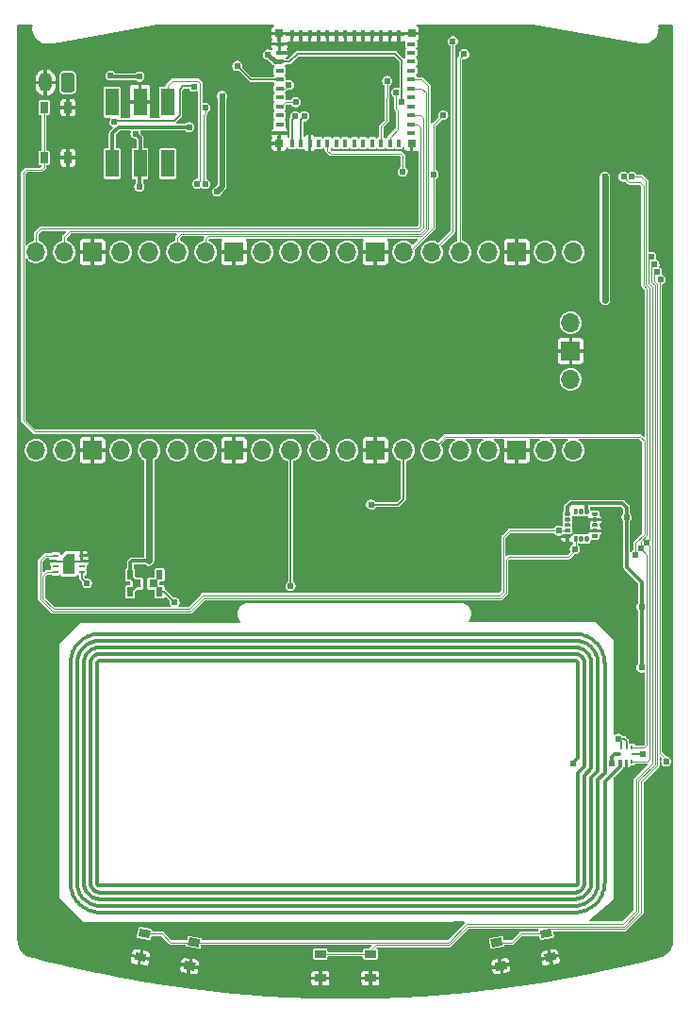
<source format=gtl>
G04 #@! TF.GenerationSoftware,KiCad,Pcbnew,6.0.7+dfsg-1~bpo11+1*
G04 #@! TF.CreationDate,2023-01-24T09:36:57+00:00*
G04 #@! TF.ProjectId,aws-iot-expresslink-demo-badge,6177732d-696f-4742-9d65-787072657373,1*
G04 #@! TF.SameCoordinates,Original*
G04 #@! TF.FileFunction,Copper,L1,Top*
G04 #@! TF.FilePolarity,Positive*
%FSLAX46Y46*%
G04 Gerber Fmt 4.6, Leading zero omitted, Abs format (unit mm)*
G04 Created by KiCad (PCBNEW 6.0.7+dfsg-1~bpo11+1) date 2023-01-24 09:36:57*
%MOMM*%
%LPD*%
G01*
G04 APERTURE LIST*
G04 #@! TA.AperFunction,SMDPad,CuDef*
%ADD10R,0.800000X0.800000*%
G04 #@! TD*
G04 #@! TA.AperFunction,SMDPad,CuDef*
%ADD11R,0.711200X0.990600*%
G04 #@! TD*
G04 #@! TA.AperFunction,SMDPad,CuDef*
%ADD12R,0.800000X0.400000*%
G04 #@! TD*
G04 #@! TA.AperFunction,SMDPad,CuDef*
%ADD13R,0.400000X0.800000*%
G04 #@! TD*
G04 #@! TA.AperFunction,SMDPad,CuDef*
%ADD14R,1.450000X1.450000*%
G04 #@! TD*
G04 #@! TA.AperFunction,SMDPad,CuDef*
%ADD15R,0.700000X0.700000*%
G04 #@! TD*
G04 #@! TA.AperFunction,SMDPad,CuDef*
%ADD16R,0.370000X0.450000*%
G04 #@! TD*
G04 #@! TA.AperFunction,SMDPad,CuDef*
%ADD17R,0.270000X0.450000*%
G04 #@! TD*
G04 #@! TA.AperFunction,SMDPad,CuDef*
%ADD18R,0.450000X0.270000*%
G04 #@! TD*
G04 #@! TA.AperFunction,SMDPad,CuDef*
%ADD19R,0.558800X0.889000*%
G04 #@! TD*
G04 #@! TA.AperFunction,SMDPad,CuDef*
%ADD20R,0.990600X0.711200*%
G04 #@! TD*
G04 #@! TA.AperFunction,SMDPad,CuDef*
%ADD21R,0.550000X0.250000*%
G04 #@! TD*
G04 #@! TA.AperFunction,SMDPad,CuDef*
%ADD22R,1.193800X2.489200*%
G04 #@! TD*
G04 #@! TA.AperFunction,ComponentPad*
%ADD23O,1.700000X1.700000*%
G04 #@! TD*
G04 #@! TA.AperFunction,ComponentPad*
%ADD24R,1.700000X1.700000*%
G04 #@! TD*
G04 #@! TA.AperFunction,ComponentPad*
%ADD25O,1.200000X1.750000*%
G04 #@! TD*
G04 #@! TA.AperFunction,ViaPad*
%ADD26C,0.609600*%
G04 #@! TD*
G04 #@! TA.AperFunction,Conductor*
%ADD27C,0.152400*%
G04 #@! TD*
G04 #@! TA.AperFunction,Conductor*
%ADD28C,0.609600*%
G04 #@! TD*
G04 #@! TA.AperFunction,Conductor*
%ADD29C,0.304800*%
G04 #@! TD*
G04 #@! TA.AperFunction,Conductor*
%ADD30C,0.508000*%
G04 #@! TD*
G04 #@! TA.AperFunction,Conductor*
%ADD31C,0.381000*%
G04 #@! TD*
G04 #@! TA.AperFunction,Conductor*
%ADD32C,0.127000*%
G04 #@! TD*
G04 #@! TA.AperFunction,Conductor*
%ADD33C,0.101600*%
G04 #@! TD*
G04 #@! TA.AperFunction,Conductor*
%ADD34C,0.299720*%
G04 #@! TD*
G04 #@! TA.AperFunction,Conductor*
%ADD35C,0.300000*%
G04 #@! TD*
G04 APERTURE END LIST*
D10*
X92156700Y-135839200D03*
X93656700Y-135839200D03*
G04 #@! TA.AperFunction,SMDPad,CuDef*
G36*
X124067884Y-168475047D02*
G01*
X123944385Y-167774651D01*
X124919936Y-167602635D01*
X125043435Y-168303031D01*
X124067884Y-168475047D01*
G37*
G04 #@! TD.AperFunction*
G04 #@! TA.AperFunction,SMDPad,CuDef*
G36*
X128499521Y-167693630D02*
G01*
X128376022Y-166993234D01*
X129351573Y-166821218D01*
X129475072Y-167521614D01*
X128499521Y-167693630D01*
G37*
G04 #@! TD.AperFunction*
G04 #@! TA.AperFunction,SMDPad,CuDef*
G36*
X124441227Y-170592382D02*
G01*
X124317728Y-169891986D01*
X125293279Y-169719970D01*
X125416778Y-170420366D01*
X124441227Y-170592382D01*
G37*
G04 #@! TD.AperFunction*
G04 #@! TA.AperFunction,SMDPad,CuDef*
G36*
X128872864Y-169810965D02*
G01*
X128749365Y-169110569D01*
X129724916Y-168938553D01*
X129848415Y-169638949D01*
X128872864Y-169810965D01*
G37*
G04 #@! TD.AperFunction*
D11*
X83845400Y-97652401D03*
X83845400Y-93152399D03*
X85995398Y-97652401D03*
X85995398Y-93152399D03*
G04 #@! TA.AperFunction,SMDPad,CuDef*
G36*
X92317728Y-167521614D02*
G01*
X92441227Y-166821218D01*
X93416778Y-166993234D01*
X93293279Y-167693630D01*
X92317728Y-167521614D01*
G37*
G04 #@! TD.AperFunction*
G04 #@! TA.AperFunction,SMDPad,CuDef*
G36*
X96749365Y-168303031D02*
G01*
X96872864Y-167602635D01*
X97848415Y-167774651D01*
X97724916Y-168475047D01*
X96749365Y-168303031D01*
G37*
G04 #@! TD.AperFunction*
G04 #@! TA.AperFunction,SMDPad,CuDef*
G36*
X91944385Y-169638949D02*
G01*
X92067884Y-168938553D01*
X93043435Y-169110569D01*
X92919936Y-169810965D01*
X91944385Y-169638949D01*
G37*
G04 #@! TD.AperFunction*
G04 #@! TA.AperFunction,SMDPad,CuDef*
G36*
X96376022Y-170420366D02*
G01*
X96499521Y-169719970D01*
X97475072Y-169891986D01*
X97351573Y-170592382D01*
X96376022Y-170420366D01*
G37*
G04 #@! TD.AperFunction*
D12*
X104996400Y-87440000D03*
X104996400Y-88240000D03*
X104996400Y-89040000D03*
X104996400Y-89840000D03*
X104996400Y-90640000D03*
X104996400Y-91440000D03*
X104996400Y-92240000D03*
X104996400Y-93040000D03*
X104996400Y-93840000D03*
X104996400Y-94640000D03*
X104996400Y-95440000D03*
D13*
X106096400Y-96340000D03*
X106896400Y-96340000D03*
X107696400Y-96340000D03*
X108496400Y-96340000D03*
X109296400Y-96340000D03*
X110096400Y-96340000D03*
X110896400Y-96340000D03*
X111696400Y-96340000D03*
X112496400Y-96340000D03*
X113296400Y-96340000D03*
X114096400Y-96340000D03*
X114896400Y-96340000D03*
X115696400Y-96340000D03*
D12*
X116796400Y-95440000D03*
X116796400Y-94640000D03*
X116796400Y-93840000D03*
X116796400Y-93040000D03*
X116796400Y-92240000D03*
X116796400Y-91440000D03*
X116796400Y-90640000D03*
X116796400Y-89840000D03*
X116796400Y-89040000D03*
X116796400Y-88240000D03*
X116796400Y-87440000D03*
D14*
X108921400Y-93415000D03*
X112871400Y-93415000D03*
X112871400Y-89465000D03*
D13*
X106896400Y-86540000D03*
X110096400Y-86540000D03*
D14*
X110896400Y-89465000D03*
D13*
X109296400Y-86540000D03*
D15*
X104946400Y-86490000D03*
D13*
X111696400Y-86540000D03*
X114896400Y-86540000D03*
D15*
X116846400Y-96390000D03*
D13*
X114096400Y-86540000D03*
D14*
X108921400Y-91440000D03*
D15*
X116846400Y-86490000D03*
D14*
X110896400Y-91440000D03*
X110896400Y-93415000D03*
D13*
X110896400Y-86540000D03*
G04 #@! TA.AperFunction,SMDPad,CuDef*
G36*
X109646400Y-90190000D02*
G01*
X108196400Y-90190000D01*
X108196400Y-89340000D01*
X108796400Y-88740000D01*
X109646400Y-88740000D01*
X109646400Y-90190000D01*
G37*
G04 #@! TD.AperFunction*
X108496400Y-86540000D03*
X107696400Y-86540000D03*
X112496400Y-86540000D03*
X115696400Y-86540000D03*
D15*
X104946400Y-96390000D03*
D13*
X113296400Y-86540000D03*
X106096400Y-86540000D03*
D14*
X112871400Y-91440000D03*
D16*
X135594000Y-151780800D03*
D17*
X136144000Y-151780800D03*
X136644000Y-151780800D03*
D18*
X136744000Y-151180800D03*
D17*
X136644000Y-150580800D03*
X136144000Y-150580800D03*
X135644000Y-150580800D03*
D18*
X135544000Y-151180800D03*
D19*
X94227299Y-136589201D03*
X94227299Y-135089199D03*
X91586101Y-135089199D03*
X91586101Y-136589201D03*
D20*
X108646399Y-169091801D03*
X113146401Y-169091801D03*
X108646399Y-171241799D03*
X113146401Y-171241799D03*
D21*
X84873499Y-133336600D03*
X84873499Y-133836600D03*
X84873499Y-134336600D03*
X84873499Y-134836600D03*
X87223499Y-134836600D03*
X87223499Y-134336600D03*
X87223499Y-133836600D03*
X87223499Y-133336600D03*
G04 #@! TA.AperFunction,SMDPad,CuDef*
G36*
X86548499Y-134936600D02*
G01*
X85548499Y-134936600D01*
X85548499Y-133536600D01*
X85848499Y-133236600D01*
X86548499Y-133236600D01*
X86548499Y-134936600D01*
G37*
G04 #@! TD.AperFunction*
G04 #@! TA.AperFunction,SMDPad,CuDef*
G36*
G01*
X130580000Y-129694300D02*
X130580000Y-129519300D01*
G75*
G02*
X130667500Y-129431800I87500J0D01*
G01*
X131042500Y-129431800D01*
G75*
G02*
X131130000Y-129519300I0J-87500D01*
G01*
X131130000Y-129694300D01*
G75*
G02*
X131042500Y-129781800I-87500J0D01*
G01*
X130667500Y-129781800D01*
G75*
G02*
X130580000Y-129694300I0J87500D01*
G01*
G37*
G04 #@! TD.AperFunction*
G04 #@! TA.AperFunction,SMDPad,CuDef*
G36*
G01*
X130580000Y-130194300D02*
X130580000Y-130019300D01*
G75*
G02*
X130667500Y-129931800I87500J0D01*
G01*
X131042500Y-129931800D01*
G75*
G02*
X131130000Y-130019300I0J-87500D01*
G01*
X131130000Y-130194300D01*
G75*
G02*
X131042500Y-130281800I-87500J0D01*
G01*
X130667500Y-130281800D01*
G75*
G02*
X130580000Y-130194300I0J87500D01*
G01*
G37*
G04 #@! TD.AperFunction*
G04 #@! TA.AperFunction,SMDPad,CuDef*
G36*
G01*
X130580000Y-130694300D02*
X130580000Y-130519300D01*
G75*
G02*
X130667500Y-130431800I87500J0D01*
G01*
X131042500Y-130431800D01*
G75*
G02*
X131130000Y-130519300I0J-87500D01*
G01*
X131130000Y-130694300D01*
G75*
G02*
X131042500Y-130781800I-87500J0D01*
G01*
X130667500Y-130781800D01*
G75*
G02*
X130580000Y-130694300I0J87500D01*
G01*
G37*
G04 #@! TD.AperFunction*
G04 #@! TA.AperFunction,SMDPad,CuDef*
G36*
G01*
X130580000Y-131194300D02*
X130580000Y-131019300D01*
G75*
G02*
X130667500Y-130931800I87500J0D01*
G01*
X131042500Y-130931800D01*
G75*
G02*
X131130000Y-131019300I0J-87500D01*
G01*
X131130000Y-131194300D01*
G75*
G02*
X131042500Y-131281800I-87500J0D01*
G01*
X130667500Y-131281800D01*
G75*
G02*
X130580000Y-131194300I0J87500D01*
G01*
G37*
G04 #@! TD.AperFunction*
G04 #@! TA.AperFunction,SMDPad,CuDef*
G36*
G01*
X130580000Y-131694300D02*
X130580000Y-131519300D01*
G75*
G02*
X130667500Y-131431800I87500J0D01*
G01*
X131042500Y-131431800D01*
G75*
G02*
X131130000Y-131519300I0J-87500D01*
G01*
X131130000Y-131694300D01*
G75*
G02*
X131042500Y-131781800I-87500J0D01*
G01*
X130667500Y-131781800D01*
G75*
G02*
X130580000Y-131694300I0J87500D01*
G01*
G37*
G04 #@! TD.AperFunction*
G04 #@! TA.AperFunction,SMDPad,CuDef*
G36*
G01*
X131405000Y-132019300D02*
X131405000Y-131644300D01*
G75*
G02*
X131492500Y-131556800I87500J0D01*
G01*
X131667500Y-131556800D01*
G75*
G02*
X131755000Y-131644300I0J-87500D01*
G01*
X131755000Y-132019300D01*
G75*
G02*
X131667500Y-132106800I-87500J0D01*
G01*
X131492500Y-132106800D01*
G75*
G02*
X131405000Y-132019300I0J87500D01*
G01*
G37*
G04 #@! TD.AperFunction*
G04 #@! TA.AperFunction,SMDPad,CuDef*
G36*
G01*
X131905000Y-132019300D02*
X131905000Y-131644300D01*
G75*
G02*
X131992500Y-131556800I87500J0D01*
G01*
X132167500Y-131556800D01*
G75*
G02*
X132255000Y-131644300I0J-87500D01*
G01*
X132255000Y-132019300D01*
G75*
G02*
X132167500Y-132106800I-87500J0D01*
G01*
X131992500Y-132106800D01*
G75*
G02*
X131905000Y-132019300I0J87500D01*
G01*
G37*
G04 #@! TD.AperFunction*
G04 #@! TA.AperFunction,SMDPad,CuDef*
G36*
G01*
X132405000Y-132019300D02*
X132405000Y-131644300D01*
G75*
G02*
X132492500Y-131556800I87500J0D01*
G01*
X132667500Y-131556800D01*
G75*
G02*
X132755000Y-131644300I0J-87500D01*
G01*
X132755000Y-132019300D01*
G75*
G02*
X132667500Y-132106800I-87500J0D01*
G01*
X132492500Y-132106800D01*
G75*
G02*
X132405000Y-132019300I0J87500D01*
G01*
G37*
G04 #@! TD.AperFunction*
G04 #@! TA.AperFunction,SMDPad,CuDef*
G36*
G01*
X133030000Y-131694300D02*
X133030000Y-131519300D01*
G75*
G02*
X133117500Y-131431800I87500J0D01*
G01*
X133492500Y-131431800D01*
G75*
G02*
X133580000Y-131519300I0J-87500D01*
G01*
X133580000Y-131694300D01*
G75*
G02*
X133492500Y-131781800I-87500J0D01*
G01*
X133117500Y-131781800D01*
G75*
G02*
X133030000Y-131694300I0J87500D01*
G01*
G37*
G04 #@! TD.AperFunction*
G04 #@! TA.AperFunction,SMDPad,CuDef*
G36*
G01*
X133030000Y-131194300D02*
X133030000Y-131019300D01*
G75*
G02*
X133117500Y-130931800I87500J0D01*
G01*
X133492500Y-130931800D01*
G75*
G02*
X133580000Y-131019300I0J-87500D01*
G01*
X133580000Y-131194300D01*
G75*
G02*
X133492500Y-131281800I-87500J0D01*
G01*
X133117500Y-131281800D01*
G75*
G02*
X133030000Y-131194300I0J87500D01*
G01*
G37*
G04 #@! TD.AperFunction*
G04 #@! TA.AperFunction,SMDPad,CuDef*
G36*
G01*
X133030000Y-130694300D02*
X133030000Y-130519300D01*
G75*
G02*
X133117500Y-130431800I87500J0D01*
G01*
X133492500Y-130431800D01*
G75*
G02*
X133580000Y-130519300I0J-87500D01*
G01*
X133580000Y-130694300D01*
G75*
G02*
X133492500Y-130781800I-87500J0D01*
G01*
X133117500Y-130781800D01*
G75*
G02*
X133030000Y-130694300I0J87500D01*
G01*
G37*
G04 #@! TD.AperFunction*
G04 #@! TA.AperFunction,SMDPad,CuDef*
G36*
G01*
X133030000Y-130194300D02*
X133030000Y-130019300D01*
G75*
G02*
X133117500Y-129931800I87500J0D01*
G01*
X133492500Y-129931800D01*
G75*
G02*
X133580000Y-130019300I0J-87500D01*
G01*
X133580000Y-130194300D01*
G75*
G02*
X133492500Y-130281800I-87500J0D01*
G01*
X133117500Y-130281800D01*
G75*
G02*
X133030000Y-130194300I0J87500D01*
G01*
G37*
G04 #@! TD.AperFunction*
G04 #@! TA.AperFunction,SMDPad,CuDef*
G36*
G01*
X133030000Y-129694300D02*
X133030000Y-129519300D01*
G75*
G02*
X133117500Y-129431800I87500J0D01*
G01*
X133492500Y-129431800D01*
G75*
G02*
X133580000Y-129519300I0J-87500D01*
G01*
X133580000Y-129694300D01*
G75*
G02*
X133492500Y-129781800I-87500J0D01*
G01*
X133117500Y-129781800D01*
G75*
G02*
X133030000Y-129694300I0J87500D01*
G01*
G37*
G04 #@! TD.AperFunction*
G04 #@! TA.AperFunction,SMDPad,CuDef*
G36*
G01*
X132405000Y-129569300D02*
X132405000Y-129194300D01*
G75*
G02*
X132492500Y-129106800I87500J0D01*
G01*
X132667500Y-129106800D01*
G75*
G02*
X132755000Y-129194300I0J-87500D01*
G01*
X132755000Y-129569300D01*
G75*
G02*
X132667500Y-129656800I-87500J0D01*
G01*
X132492500Y-129656800D01*
G75*
G02*
X132405000Y-129569300I0J87500D01*
G01*
G37*
G04 #@! TD.AperFunction*
G04 #@! TA.AperFunction,SMDPad,CuDef*
G36*
G01*
X131905000Y-129569300D02*
X131905000Y-129194300D01*
G75*
G02*
X131992500Y-129106800I87500J0D01*
G01*
X132167500Y-129106800D01*
G75*
G02*
X132255000Y-129194300I0J-87500D01*
G01*
X132255000Y-129569300D01*
G75*
G02*
X132167500Y-129656800I-87500J0D01*
G01*
X131992500Y-129656800D01*
G75*
G02*
X131905000Y-129569300I0J87500D01*
G01*
G37*
G04 #@! TD.AperFunction*
G04 #@! TA.AperFunction,SMDPad,CuDef*
G36*
G01*
X131405000Y-129569300D02*
X131405000Y-129194300D01*
G75*
G02*
X131492500Y-129106800I87500J0D01*
G01*
X131667500Y-129106800D01*
G75*
G02*
X131755000Y-129194300I0J-87500D01*
G01*
X131755000Y-129569300D01*
G75*
G02*
X131667500Y-129656800I-87500J0D01*
G01*
X131492500Y-129656800D01*
G75*
G02*
X131405000Y-129569300I0J87500D01*
G01*
G37*
G04 #@! TD.AperFunction*
D22*
X94956000Y-92646500D03*
X92456000Y-92646500D03*
X89956000Y-92646500D03*
X94956000Y-98158300D03*
X92456000Y-98158300D03*
X89956000Y-98158300D03*
D23*
X83108800Y-106095800D03*
X85648800Y-106095800D03*
D24*
X88188800Y-106095800D03*
D23*
X90728800Y-106095800D03*
X93268800Y-106095800D03*
X95808800Y-106095800D03*
X98348800Y-106095800D03*
D24*
X100888800Y-106095800D03*
D23*
X103428800Y-106095800D03*
X105968800Y-106095800D03*
X108508800Y-106095800D03*
X111048800Y-106095800D03*
D24*
X113588800Y-106095800D03*
D23*
X116128800Y-106095800D03*
X118668800Y-106095800D03*
X121208800Y-106095800D03*
X123748800Y-106095800D03*
D24*
X126288800Y-106095800D03*
D23*
X128828800Y-106095800D03*
X131368800Y-106095800D03*
X131368800Y-123875800D03*
X128828800Y-123875800D03*
D24*
X126288800Y-123875800D03*
D23*
X123748800Y-123875800D03*
X121208800Y-123875800D03*
X118668800Y-123875800D03*
X116128800Y-123875800D03*
D24*
X113588800Y-123875800D03*
D23*
X111048800Y-123875800D03*
X108508800Y-123875800D03*
X105968800Y-123875800D03*
X103428800Y-123875800D03*
D24*
X100888800Y-123875800D03*
D23*
X98348800Y-123875800D03*
X95808800Y-123875800D03*
X93268800Y-123875800D03*
X90728800Y-123875800D03*
D24*
X88188800Y-123875800D03*
D23*
X85648800Y-123875800D03*
X83108800Y-123875800D03*
X131138800Y-112445800D03*
D24*
X131138800Y-114985800D03*
D23*
X131138800Y-117525800D03*
G04 #@! TA.AperFunction,ComponentPad*
G36*
G01*
X86563000Y-90270000D02*
X86563000Y-91520000D01*
G75*
G02*
X86313000Y-91770000I-250000J0D01*
G01*
X85613000Y-91770000D01*
G75*
G02*
X85363000Y-91520000I0J250000D01*
G01*
X85363000Y-90270000D01*
G75*
G02*
X85613000Y-90020000I250000J0D01*
G01*
X86313000Y-90020000D01*
G75*
G02*
X86563000Y-90270000I0J-250000D01*
G01*
G37*
G04 #@! TD.AperFunction*
D25*
X83963000Y-90895000D03*
D26*
X135382000Y-133350000D03*
X101650800Y-135051800D03*
X87826700Y-132613400D03*
X82169000Y-139344400D03*
X139852400Y-123850400D03*
X114655600Y-89052400D03*
X106959400Y-97917000D03*
X119329200Y-166979600D03*
X103301800Y-86410800D03*
X127609600Y-86410800D03*
X132232400Y-136702800D03*
X94894400Y-120802400D03*
X139852400Y-140004800D03*
X91008200Y-137541000D03*
X106730800Y-89408000D03*
X115112800Y-93878400D03*
X128828800Y-99085400D03*
X106959400Y-92024200D03*
X136144000Y-152806400D03*
X127101600Y-169545000D03*
X91897200Y-114147600D03*
X110490000Y-95504000D03*
X82804000Y-119989600D03*
X133350000Y-133350000D03*
X122885200Y-135382000D03*
X139750800Y-86512400D03*
X93878400Y-90500200D03*
X137058400Y-130708400D03*
X82092800Y-86563200D03*
X109499400Y-107772200D03*
X135686800Y-143408400D03*
X135178800Y-165252400D03*
X114173000Y-92049600D03*
X98399600Y-138176000D03*
X110871000Y-170916600D03*
X98348800Y-107696000D03*
X130733800Y-132765800D03*
X90271600Y-107696000D03*
X125450600Y-117271800D03*
X122834400Y-107772200D03*
X93980000Y-86258400D03*
X94792800Y-169341800D03*
X119938800Y-95554800D03*
X105943400Y-93294200D03*
X99314000Y-167081200D03*
X139547600Y-106476800D03*
X91897200Y-120802400D03*
X95758000Y-107696000D03*
X138836400Y-166827200D03*
X115595400Y-107772200D03*
X100939600Y-120802400D03*
X84074000Y-134112000D03*
X86004400Y-100279200D03*
X119913400Y-100025200D03*
X89509600Y-120802400D03*
X135534400Y-130683000D03*
X134416800Y-91744800D03*
X84023200Y-166878000D03*
X124536200Y-133096000D03*
X85648800Y-114147600D03*
X118414800Y-86309200D03*
X105943400Y-92024200D03*
X103936800Y-88392000D03*
X93243400Y-133807200D03*
X87680800Y-135813800D03*
X134213600Y-106984800D03*
X99390200Y-100660200D03*
X137512596Y-137922000D03*
X115976400Y-92633800D03*
X99822000Y-92100400D03*
X136169400Y-129895600D03*
X134213600Y-99364800D03*
X137512596Y-143386004D03*
X134213600Y-110413800D03*
X105968800Y-136067800D03*
X135432800Y-149758400D03*
X106388900Y-93938389D03*
X106451400Y-92659200D03*
X121564400Y-88341200D03*
X97307400Y-91262200D03*
X90139411Y-94456719D03*
X135890000Y-99364800D03*
X131521200Y-132765800D03*
X137439400Y-132715000D03*
X130048000Y-131114800D03*
X136626600Y-99364800D03*
X137970276Y-132205083D03*
X107217298Y-93938389D03*
X136957300Y-133273800D03*
X139217400Y-108559600D03*
X139725400Y-151790400D03*
X137642600Y-151180800D03*
X138379180Y-106520741D03*
X138655191Y-107203135D03*
X138887180Y-107901725D03*
X98323951Y-99982332D03*
X98323491Y-93167200D03*
X105820349Y-91121809D03*
X120548400Y-87198200D03*
X118820699Y-99161099D03*
X116053498Y-98882200D03*
X119684800Y-93827600D03*
X134823200Y-151993600D03*
X131327754Y-151978766D03*
X101193600Y-89408000D03*
X97587891Y-99974400D03*
X113207800Y-128752600D03*
X96875600Y-94894400D03*
X92405200Y-90373200D03*
X89814400Y-90271600D03*
X92405200Y-100253800D03*
X92049600Y-95478100D03*
X115468400Y-91795600D03*
X114655600Y-90754200D03*
X95554800Y-137541000D03*
D27*
X132791200Y-130962400D02*
X132791200Y-130302000D01*
X131118888Y-131606800D02*
X130855000Y-131606800D01*
X87826700Y-132613400D02*
X87826700Y-133121400D01*
X87611500Y-133336600D02*
X87223499Y-133336600D01*
X132654000Y-131353600D02*
X131372088Y-131353600D01*
X87223499Y-133836600D02*
X86298499Y-133836600D01*
X133305000Y-131106800D02*
X132900800Y-131106800D01*
X132935600Y-131106800D02*
X132791200Y-130962400D01*
X84873499Y-133836600D02*
X85798499Y-133836600D01*
X132900800Y-131106800D02*
X132654000Y-131353600D01*
X132986400Y-130106800D02*
X133305000Y-130106800D01*
X136144000Y-151780800D02*
X136144000Y-152806400D01*
X133305000Y-131106800D02*
X132935600Y-131106800D01*
X87826700Y-133121400D02*
X87611500Y-133336600D01*
X87223499Y-133836600D02*
X87223499Y-133336600D01*
X132791200Y-130302000D02*
X132986400Y-130106800D01*
X131372088Y-131353600D02*
X131118888Y-131606800D01*
D28*
X93268800Y-123875800D02*
X93268800Y-133781800D01*
D29*
X91770200Y-133807200D02*
X91585900Y-133991500D01*
X91585900Y-133991500D02*
X91585900Y-134314798D01*
X134213600Y-99923600D02*
X134213600Y-99364800D01*
D28*
X134213600Y-106984800D02*
X134213600Y-99364800D01*
D29*
X134213600Y-99314000D02*
X134213600Y-99923600D01*
X131165600Y-128651000D02*
X135788400Y-128651000D01*
D30*
X99822000Y-100228400D02*
X99402900Y-100647500D01*
D27*
X106603800Y-88315800D02*
X105879600Y-89040000D01*
D29*
X92156700Y-136018602D02*
X91586101Y-136589201D01*
X136169400Y-134366000D02*
X136169400Y-129895600D01*
X136169400Y-129895600D02*
X136169400Y-129032000D01*
X93243400Y-133807200D02*
X91770200Y-133807200D01*
D31*
X104996400Y-89040000D02*
X104584800Y-89040000D01*
D27*
X115392200Y-88315800D02*
X106603800Y-88315800D01*
D28*
X93268800Y-133781800D02*
X93243400Y-133807200D01*
X134213600Y-110413800D02*
X134213600Y-106984800D01*
D29*
X136169400Y-129032000D02*
X135788400Y-128651000D01*
X130855000Y-128961600D02*
X130855000Y-129606800D01*
X91586101Y-134314999D02*
X91586101Y-135089199D01*
D27*
X115976400Y-88900000D02*
X115392200Y-88315800D01*
D29*
X137512596Y-137922000D02*
X137512596Y-135709196D01*
X137512596Y-137922000D02*
X137512596Y-143386004D01*
D30*
X99822000Y-92100400D02*
X99822000Y-100228400D01*
D27*
X87223499Y-135356499D02*
X87223499Y-134836600D01*
X105879600Y-89040000D02*
X104996400Y-89040000D01*
D29*
X91586101Y-135268601D02*
X92156700Y-135839200D01*
X137512596Y-135709196D02*
X136169400Y-134366000D01*
X131165600Y-128651000D02*
X130855000Y-128961600D01*
X91585900Y-134314798D02*
X91586101Y-134314999D01*
D31*
X104584800Y-89040000D02*
X103936800Y-88392000D01*
D27*
X115976400Y-92633800D02*
X115976400Y-88900000D01*
D29*
X132580000Y-129381800D02*
X132580000Y-128897000D01*
D27*
X87680800Y-135813800D02*
X87223499Y-135356499D01*
D32*
X105968800Y-136067800D02*
X105968800Y-123875800D01*
D27*
X135644000Y-150580800D02*
X135644000Y-149969600D01*
X135644000Y-149969600D02*
X135432800Y-149758400D01*
X136144000Y-150580800D02*
X136144000Y-149961600D01*
X136144000Y-149961600D02*
X135940800Y-149758400D01*
X135432800Y-149758400D02*
X135940800Y-149758400D01*
X106388900Y-93938389D02*
X106096400Y-94230889D01*
X106096400Y-94230889D02*
X106096400Y-96340000D01*
D33*
X121564400Y-88341200D02*
X121183400Y-88722200D01*
X105531822Y-92659200D02*
X105151022Y-93040000D01*
X106451400Y-92659200D02*
X105531822Y-92659200D01*
X121183400Y-88722200D02*
X121183400Y-106070400D01*
D27*
X95528900Y-94310700D02*
X96012000Y-93827600D01*
X96012000Y-93827600D02*
X96012000Y-91516200D01*
X90139411Y-94456719D02*
X90285430Y-94310700D01*
X96291400Y-91236800D02*
X97282000Y-91236800D01*
X97282000Y-91236800D02*
X97307400Y-91262200D01*
X96012000Y-91516200D02*
X96291400Y-91236800D01*
X90285430Y-94310700D02*
X95528900Y-94310700D01*
D33*
X137668480Y-109064194D02*
X137995176Y-109390890D01*
X84588910Y-138353800D02*
X96970290Y-138353800D01*
X125323600Y-136670490D02*
X125323600Y-133731000D01*
X137995176Y-109390890D02*
X137995176Y-131497682D01*
X137668480Y-100152680D02*
X137668480Y-109064194D01*
X124859490Y-137134600D02*
X125323600Y-136670490D01*
X135890000Y-99364800D02*
X136372600Y-99847400D01*
X130911120Y-133477480D02*
X131521200Y-132867400D01*
X137439400Y-132715000D02*
X137994696Y-133270296D01*
X137439400Y-132053459D02*
X137439400Y-132715000D01*
X137363200Y-99847400D02*
X137668480Y-100152680D01*
X136372600Y-99847400D02*
X137363200Y-99847400D01*
X83489800Y-133781800D02*
X83489800Y-137254690D01*
X137995176Y-131497682D02*
X137439400Y-132053459D01*
X131580000Y-131831800D02*
X131580000Y-132707000D01*
X137734600Y-150580800D02*
X136644000Y-150580800D01*
X84861499Y-133324600D02*
X83947000Y-133324600D01*
X137994696Y-150320704D02*
X137734600Y-150580800D01*
X96970290Y-138353800D02*
X98189490Y-137134600D01*
X131580000Y-132707000D02*
X131521200Y-132765800D01*
X125577120Y-133477480D02*
X130911120Y-133477480D01*
X83489800Y-137254690D02*
X84588910Y-138353800D01*
X83947000Y-133324600D02*
X83489800Y-133781800D01*
X125323600Y-133731000D02*
X125577120Y-133477480D01*
X137994696Y-133270296D02*
X137994696Y-150320704D01*
X98189490Y-137134600D02*
X124859490Y-137134600D01*
X131521200Y-132867400D02*
X131521200Y-132765800D01*
X138223296Y-151565304D02*
X138007800Y-151780800D01*
X83717920Y-137159520D02*
X84683600Y-138125200D01*
X98094800Y-136906000D02*
X124764800Y-136906000D01*
X124764800Y-136906000D02*
X125095000Y-136575800D01*
X84873499Y-134836600D02*
X84086000Y-134836600D01*
X138223296Y-132664680D02*
X138223296Y-151565304D01*
X83717920Y-135204680D02*
X83717920Y-137159520D01*
X137897080Y-99771680D02*
X137897080Y-108969504D01*
X138007800Y-151780800D02*
X136644000Y-151780800D01*
X137490200Y-99364800D02*
X137897080Y-99771680D01*
X130048000Y-131114800D02*
X130847000Y-131114800D01*
X138223776Y-132458583D02*
X138223776Y-132664200D01*
X125095000Y-136575800D02*
X125095000Y-131673600D01*
X138223776Y-109296200D02*
X138223776Y-131951583D01*
X137490200Y-99364800D02*
X136626600Y-99364800D01*
X96875600Y-138125200D02*
X98094800Y-136906000D01*
X138223776Y-131951583D02*
X137970276Y-132205083D01*
X84086000Y-134836600D02*
X83717920Y-135204680D01*
X125653800Y-131114800D02*
X130048000Y-131114800D01*
X125095000Y-131673600D02*
X125653800Y-131114800D01*
X138223776Y-132664200D02*
X138223296Y-132664680D01*
X137970276Y-132205083D02*
X138223776Y-132458583D01*
X84683600Y-138125200D02*
X96875600Y-138125200D01*
X137897080Y-108969504D02*
X138223776Y-109296200D01*
D27*
X106896400Y-94259287D02*
X106896400Y-96340000D01*
X107217298Y-93938389D02*
X106896400Y-94259287D01*
D33*
X119888000Y-122656600D02*
X137363200Y-122656600D01*
X137766576Y-131402993D02*
X136957300Y-132212269D01*
X118668800Y-123875800D02*
X119888000Y-122656600D01*
X137766576Y-123059976D02*
X137766576Y-131402993D01*
X137363200Y-122656600D02*
X137766576Y-123059976D01*
X136957300Y-132212269D02*
X136957300Y-133273800D01*
D27*
X136744000Y-151180800D02*
X137642600Y-151180800D01*
D33*
X139136736Y-151049336D02*
X139725400Y-151638000D01*
X139136736Y-108640264D02*
X139136736Y-151049336D01*
X139217400Y-108559600D02*
X139136736Y-108640264D01*
X139725400Y-151638000D02*
X139725400Y-151790400D01*
X138125200Y-108874334D02*
X138448671Y-109197805D01*
X92755653Y-167257424D02*
X94461024Y-167257424D01*
X137007600Y-165201600D02*
X137007600Y-153408992D01*
X138451896Y-151964696D02*
X138451896Y-143583656D01*
X138125200Y-108874334D02*
X138125200Y-106774721D01*
X138125200Y-106774721D02*
X138379180Y-106520741D01*
X138451896Y-143583656D02*
X138452376Y-143583176D01*
X138452376Y-143583176D02*
X138452376Y-109197805D01*
X94461024Y-167257424D02*
X95242441Y-168038841D01*
X138452376Y-109197805D02*
X138448671Y-109197805D01*
X135839200Y-166370000D02*
X137007600Y-165201600D01*
X120149559Y-168038841D02*
X121818400Y-166370000D01*
X121818400Y-166370000D02*
X135839200Y-166370000D01*
X95242441Y-168038841D02*
X120149559Y-168038841D01*
X137007600Y-153408992D02*
X138451896Y-151964696D01*
X120582705Y-167928305D02*
X120582705Y-167928984D01*
X138404580Y-107453746D02*
X138655191Y-107203135D01*
X108534799Y-169091801D02*
X113034801Y-169091801D01*
X120244248Y-168267441D02*
X113639600Y-168267441D01*
X113639600Y-168267441D02*
X113034801Y-168872240D01*
X138680496Y-109103315D02*
X138680496Y-152059386D01*
X120582705Y-167928984D02*
X120244248Y-168267441D01*
X138405080Y-108827899D02*
X138680496Y-109103315D01*
X121912890Y-166598120D02*
X120582705Y-167928305D01*
X137235720Y-165296090D02*
X135933690Y-166598120D01*
X138405080Y-108827899D02*
X138404580Y-108827399D01*
X137235720Y-155118280D02*
X137235720Y-165296090D01*
X137236200Y-153503682D02*
X137236200Y-155117800D01*
X137236200Y-155117800D02*
X137235720Y-155118280D01*
X138680496Y-152059386D02*
X137236200Y-153503682D01*
X135933690Y-166598120D02*
X121912890Y-166598120D01*
X138404580Y-108827399D02*
X138404580Y-107453746D01*
X138633200Y-108155705D02*
X138887180Y-107901725D01*
X138908616Y-109008825D02*
X138633200Y-108733409D01*
X126671376Y-167257424D02*
X128813947Y-167257424D01*
X138633200Y-108733409D02*
X138633200Y-108155705D01*
X137464800Y-153598372D02*
X138908616Y-152154556D01*
X125889959Y-168038841D02*
X126671376Y-167257424D01*
X137463840Y-165390580D02*
X137463840Y-155423560D01*
X129245131Y-166826240D02*
X136028180Y-166826240D01*
X137464800Y-155422600D02*
X137464800Y-153598372D01*
X138908616Y-152154556D02*
X138908616Y-109008825D01*
X128813947Y-167257424D02*
X129245131Y-166826240D01*
X124382310Y-168038841D02*
X125889959Y-168038841D01*
X136028180Y-166826240D02*
X137463840Y-165390580D01*
X137463840Y-155423560D02*
X137464800Y-155422600D01*
X108102400Y-122224800D02*
X82981800Y-122224800D01*
X83845400Y-97652401D02*
X83845400Y-98450400D01*
X108508800Y-123875800D02*
X108508800Y-122631200D01*
X83845400Y-93152399D02*
X83845400Y-97652401D01*
X82981800Y-122224800D02*
X81965800Y-121208800D01*
X108508800Y-122631200D02*
X108102400Y-122224800D01*
X81965800Y-121208800D02*
X81965800Y-99009200D01*
X83566000Y-98729800D02*
X83845400Y-98450400D01*
X81965800Y-99009200D02*
X82245200Y-98729800D01*
X82245200Y-98729800D02*
X83566000Y-98729800D01*
X98323491Y-93675155D02*
X98323491Y-93167200D01*
X98196400Y-99854781D02*
X98323951Y-99982332D01*
X98196400Y-99854781D02*
X98196400Y-93802246D01*
X98196400Y-93802246D02*
X98323491Y-93675155D01*
X117613578Y-104470200D02*
X118110000Y-103973779D01*
X118110000Y-103973779D02*
X118110000Y-91795600D01*
X118110000Y-91795600D02*
X117754400Y-91440000D01*
X95808800Y-106095800D02*
X95808800Y-104800400D01*
X96139000Y-104470200D02*
X117613578Y-104470200D01*
X117754400Y-91440000D02*
X116796400Y-91440000D01*
X95808800Y-104800400D02*
X96139000Y-104470200D01*
X116796400Y-90640000D02*
X117767200Y-90640000D01*
X118338599Y-104068469D02*
X117708267Y-104698800D01*
X117708267Y-104698800D02*
X98602800Y-104698800D01*
X98348800Y-104952800D02*
X98348800Y-106095800D01*
X117767200Y-90640000D02*
X118338600Y-91211400D01*
X98602800Y-104698800D02*
X98348800Y-104952800D01*
X118338600Y-91211400D02*
X118338599Y-104068469D01*
X105502158Y-91440000D02*
X104996400Y-91440000D01*
X105820349Y-91121809D02*
X105502158Y-91440000D01*
X120548400Y-104216200D02*
X118668800Y-106095800D01*
X120548400Y-87198200D02*
X120548400Y-104216200D01*
X118820699Y-99161099D02*
X118820699Y-103908978D01*
X109575600Y-97282000D02*
X109296400Y-97002800D01*
X115849400Y-97282000D02*
X116027200Y-97459800D01*
X109296400Y-97002800D02*
X109296400Y-96340000D01*
X119684800Y-93827600D02*
X118820699Y-94691701D01*
X116027200Y-97459800D02*
X116053498Y-97486098D01*
X116053498Y-97486098D02*
X116053498Y-98882200D01*
X109575600Y-97282000D02*
X115849400Y-97282000D01*
X118820699Y-103908978D02*
X116633877Y-106095800D01*
X118820699Y-94691701D02*
X118820699Y-99161099D01*
X117881400Y-94056200D02*
X117881400Y-103879090D01*
X86156800Y-104241600D02*
X85648800Y-104749600D01*
X117518889Y-104241600D02*
X86156800Y-104241600D01*
X85648800Y-104749600D02*
X85648800Y-106095800D01*
X116796400Y-93840000D02*
X117665200Y-93840000D01*
X117881400Y-103879090D02*
X117518889Y-104241600D01*
X117665200Y-93840000D02*
X117881400Y-94056200D01*
X83108800Y-106095800D02*
X83108800Y-104444800D01*
X83108800Y-104444800D02*
X83540600Y-104013000D01*
X117652800Y-94894400D02*
X117398400Y-94640000D01*
X83540600Y-104013000D02*
X117424200Y-104013000D01*
X117652800Y-103784400D02*
X117652800Y-94894400D01*
X117424200Y-104013000D02*
X117652800Y-103784400D01*
X117398400Y-94640000D02*
X116796400Y-94640000D01*
D34*
X131546600Y-162951160D02*
X131495800Y-162956240D01*
X131495800Y-142755620D02*
X131546600Y-142760700D01*
X132199380Y-141076680D02*
X132331460Y-141127480D01*
X87360760Y-141622780D02*
X87462360Y-141521180D01*
X88110060Y-141775180D02*
X88013540Y-141841220D01*
X87264240Y-163982400D02*
X87177880Y-163868100D01*
X86316820Y-142252700D02*
X86273640Y-142410180D01*
X88092280Y-165234620D02*
X88249760Y-165277800D01*
X87937340Y-165181280D02*
X88092280Y-165234620D01*
X87462360Y-141521180D02*
X87569040Y-141424660D01*
X87556340Y-142374620D02*
X87508080Y-142481300D01*
X132298440Y-140477240D02*
X132140960Y-140434060D01*
X86370160Y-142097760D02*
X86316820Y-142252700D01*
X87393780Y-162656520D02*
X87398860Y-162773360D01*
X87104220Y-141033500D02*
X86984840Y-141145260D01*
X87030560Y-142090140D02*
X87099140Y-141963140D01*
X87508080Y-163230560D02*
X87556340Y-163337240D01*
X132097780Y-142387320D02*
X132163820Y-142453360D01*
X86967060Y-142219680D02*
X87030560Y-142090140D01*
X88016080Y-142867380D02*
X88038940Y-142778480D01*
X87434420Y-163007040D02*
X87467440Y-163121340D01*
X131495800Y-163555680D02*
X88894920Y-163555680D01*
X133807200Y-164053520D02*
X133885940Y-163911280D01*
X132750560Y-165046660D02*
X132892800Y-164967920D01*
X133591300Y-162798760D02*
X133576060Y-162943540D01*
X88214200Y-141716760D02*
X88110060Y-141775180D01*
D35*
X134195820Y-153619200D02*
X135049260Y-152765760D01*
D34*
X88407240Y-140398500D02*
X88249760Y-140434060D01*
X131983480Y-165313360D02*
X132140960Y-165277800D01*
X88844120Y-162951160D02*
X88793320Y-162938460D01*
X133423660Y-163492180D02*
X133360160Y-163621720D01*
X133885940Y-141800580D02*
X133807200Y-141658340D01*
X87467440Y-142590520D02*
X87434420Y-142704820D01*
X131683760Y-163535360D02*
X131589780Y-163550600D01*
X131658360Y-165351460D02*
X131820920Y-165336220D01*
X131795520Y-162656520D02*
X131790440Y-162707320D01*
X131795520Y-151511000D02*
X131544060Y-151762460D01*
X131754880Y-162806380D02*
X131724400Y-162849560D01*
X131688840Y-142826740D02*
X131724400Y-142862300D01*
X87360760Y-164879020D02*
X87497920Y-164967920D01*
X132994400Y-143055340D02*
X132994400Y-152455880D01*
X131495800Y-164754560D02*
X88894920Y-164754560D01*
X88706960Y-142176500D02*
X88800940Y-142161260D01*
X133591300Y-142913100D02*
X133596380Y-143055340D01*
X131495800Y-140954760D02*
X131638040Y-140959840D01*
X87640160Y-165046660D02*
X87787480Y-165117780D01*
X86837520Y-163083240D02*
X86814660Y-162943540D01*
X132374640Y-142867380D02*
X132389880Y-142961360D01*
X88793320Y-162938460D02*
X88745060Y-162915600D01*
X131846320Y-141594840D02*
X131729480Y-141571980D01*
X87919560Y-163796980D02*
X88013540Y-163870640D01*
X86273640Y-163301680D02*
X86316820Y-163459160D01*
X86984840Y-141145260D02*
X86873080Y-141264640D01*
X133360160Y-163621720D02*
X133291580Y-163748720D01*
X132377180Y-163870640D02*
X132471160Y-163796980D01*
X132994400Y-153255980D02*
X133596380Y-152654000D01*
X88778080Y-164152580D02*
X88894920Y-164157660D01*
X133718300Y-141521180D02*
X133621780Y-141389100D01*
X87398860Y-162773360D02*
X87411560Y-162890200D01*
X133286500Y-141033500D02*
X133162040Y-140929360D01*
X131495800Y-165356540D02*
X131658360Y-165351460D01*
X133553200Y-163083240D02*
X133517640Y-163222940D01*
X132991860Y-162773360D02*
X132996940Y-162656520D01*
X88249760Y-140434060D02*
X88092280Y-140477240D01*
X88894920Y-142755620D02*
X131495800Y-142755620D01*
X131945380Y-163436300D02*
X131861560Y-163476940D01*
X87099140Y-141963140D02*
X87177880Y-141843760D01*
X86199980Y-142892780D02*
X86194900Y-143055340D01*
X133286500Y-164678360D02*
X133405880Y-164566600D01*
X131754880Y-142905480D02*
X131777740Y-142953740D01*
X88320880Y-141668500D02*
X88214200Y-141716760D01*
X134195820Y-143055340D02*
X134190740Y-142892780D01*
X131772660Y-163512500D02*
X131683760Y-163535360D01*
X88059260Y-141127480D02*
X88191340Y-141076680D01*
X86583520Y-164053520D02*
X86672420Y-164190680D01*
X132275580Y-142605760D02*
X132316220Y-142689580D01*
X131795520Y-143055340D02*
X131795520Y-151511000D01*
X133596380Y-162656520D02*
X133591300Y-162798760D01*
X86984840Y-164566600D02*
X87104220Y-164678360D01*
X88292940Y-163324540D02*
X88226900Y-163258500D01*
X132979160Y-162890200D02*
X132991860Y-162773360D01*
X88320880Y-164043360D02*
X88430100Y-164084000D01*
X133517640Y-142488920D02*
X133553200Y-142628620D01*
X87640160Y-140665200D02*
X87497920Y-140743940D01*
X87411560Y-162890200D02*
X87434420Y-163007040D01*
X132222240Y-163184840D02*
X132163820Y-163258500D01*
X86273640Y-142410180D02*
X86238080Y-142567660D01*
X132461000Y-141190980D02*
X132588000Y-141259560D01*
X88430100Y-164084000D02*
X88544400Y-164117020D01*
X88618060Y-163512500D02*
X88529160Y-163476940D01*
X88612980Y-142953740D02*
X88635840Y-142905480D01*
X131772660Y-142199360D02*
X131861560Y-142234920D01*
X131658360Y-140360400D02*
X131495800Y-140355320D01*
X134190740Y-142892780D02*
X134175500Y-142730220D01*
X132024120Y-142328900D02*
X132097780Y-142387320D01*
X88894920Y-140954760D02*
X131495800Y-140954760D01*
X132775960Y-142270480D02*
X132709920Y-142173960D01*
X132709920Y-163537900D02*
X132775960Y-163441380D01*
X132821680Y-141424660D02*
X132928360Y-141521180D01*
X131782820Y-164736780D02*
X131638040Y-164752020D01*
X132471160Y-163796980D02*
X132557520Y-163718240D01*
X132956300Y-142704820D02*
X132923280Y-142590520D01*
X131945380Y-142275560D02*
X132024120Y-142328900D01*
X131589780Y-142161260D02*
X131683760Y-142176500D01*
X88618060Y-142199360D02*
X88706960Y-142176500D01*
X133291580Y-141963140D02*
X133360160Y-142090140D01*
X88745060Y-162915600D02*
X88701880Y-162885120D01*
X88544400Y-141594840D02*
X88430100Y-141627860D01*
X134175500Y-142730220D02*
X134152640Y-142567660D01*
X87030560Y-163621720D02*
X86967060Y-163492180D01*
X131688840Y-162885120D02*
X131645660Y-162915600D01*
X87497920Y-164967920D02*
X87640160Y-165046660D01*
X87228680Y-140929360D02*
X87104220Y-141033500D01*
X131790440Y-143004540D02*
X131795520Y-143055340D01*
X88612980Y-162758120D02*
X88600280Y-162707320D01*
X132956300Y-163007040D02*
X132979160Y-162890200D01*
X88661240Y-141571980D02*
X88544400Y-141594840D01*
D29*
X135544000Y-151180800D02*
X135077200Y-151180800D01*
D34*
X131645660Y-142796260D02*
X131688840Y-142826740D01*
X86916260Y-163360100D02*
X86873080Y-163222940D01*
X134020560Y-163614100D02*
X134073900Y-163459160D01*
X131960620Y-164084000D02*
X132069840Y-164043360D01*
X88894920Y-165354000D02*
X131495800Y-165354000D01*
X132316220Y-142689580D02*
X132351780Y-142778480D01*
X88445340Y-142275560D02*
X88529160Y-142234920D01*
X87467440Y-163121340D02*
X87508080Y-163230560D01*
X132636260Y-163631880D02*
X132709920Y-163537900D01*
X88894920Y-162956240D02*
X88844120Y-162951160D01*
X87683340Y-141338300D02*
X87802720Y-141259560D01*
X132453380Y-165181280D02*
X132603240Y-165117780D01*
X86199980Y-162819080D02*
X86215220Y-162981640D01*
X86672420Y-164190680D02*
X86768940Y-164322760D01*
X134175500Y-162981640D02*
X134190740Y-162819080D01*
X88529160Y-142234920D02*
X88618060Y-142199360D01*
X88468200Y-140997940D02*
X88607900Y-140975080D01*
X133957060Y-163763960D02*
X134020560Y-163614100D01*
X133517640Y-163222940D02*
X133474460Y-163360100D01*
X133517640Y-164447220D02*
X133621780Y-164322760D01*
X132588000Y-164452300D02*
X132461000Y-164520880D01*
X133162040Y-164782500D02*
X133286500Y-164678360D01*
X86768940Y-141389100D02*
X86672420Y-141521180D01*
X88013540Y-163870640D02*
X88110060Y-163936680D01*
X88074500Y-142689580D02*
X88115140Y-142605760D01*
X88732360Y-165351460D02*
X88894920Y-165356540D01*
X88745060Y-142796260D02*
X88793320Y-142773400D01*
X134190740Y-162819080D02*
X134195820Y-162656520D01*
X133212840Y-141843760D02*
X133291580Y-141963140D01*
X88226900Y-142453360D02*
X88292940Y-142387320D01*
X132994400Y-152455880D02*
X132394960Y-153055320D01*
X134117080Y-142410180D02*
X134073900Y-142252700D01*
X86768940Y-164322760D02*
X86873080Y-164447220D01*
X134152640Y-142567660D02*
X134117080Y-142410180D01*
X87099140Y-163748720D02*
X87030560Y-163621720D01*
X86799420Y-162798760D02*
X86794340Y-162656520D01*
X133126480Y-163982400D02*
X133029960Y-164089080D01*
X134195820Y-152854660D02*
X133596380Y-153454100D01*
X133596380Y-152654000D02*
X133596380Y-143055340D01*
X132991860Y-142938500D02*
X132979160Y-142821660D01*
X133718300Y-164190680D02*
X133807200Y-164053520D01*
X131638040Y-140959840D02*
X131782820Y-140975080D01*
X87995760Y-143055340D02*
X88000840Y-142961360D01*
X132394960Y-162656520D02*
X132389880Y-162750500D01*
X87396320Y-143055340D02*
X87396320Y-162656520D01*
X132892800Y-140743940D02*
X132750560Y-140665200D01*
X87177880Y-163868100D02*
X87099140Y-163748720D01*
X132280660Y-163936680D02*
X132377180Y-163870640D01*
X131729480Y-141571980D02*
X131612640Y-141559280D01*
X133576060Y-142768320D02*
X133591300Y-142913100D01*
X86194900Y-143055340D02*
X86194900Y-162656520D01*
X86504780Y-141800580D02*
X86433660Y-141947900D01*
X131612640Y-164152580D02*
X131729480Y-164139880D01*
X88894920Y-163555680D02*
X88800940Y-163550600D01*
X88000840Y-142961360D02*
X88016080Y-142867380D01*
X88701880Y-142826740D02*
X88745060Y-142796260D01*
X131922520Y-164713920D02*
X131782820Y-164736780D01*
X133423660Y-142219680D02*
X133474460Y-142351760D01*
X132882640Y-142481300D02*
X132834380Y-142374620D01*
X87398860Y-142938500D02*
X87393780Y-143055340D01*
X131846320Y-164117020D02*
X131960620Y-164084000D01*
X88092280Y-140477240D02*
X87937340Y-140530580D01*
X131683760Y-142176500D02*
X131772660Y-142199360D01*
X86794340Y-143055340D02*
X86799420Y-142913100D01*
X132471160Y-141914880D02*
X132377180Y-141841220D01*
X88569800Y-165336220D02*
X88732360Y-165351460D01*
X133405880Y-164566600D02*
X133517640Y-164447220D01*
X88600280Y-162707320D02*
X88595200Y-162656520D01*
X87929720Y-164520880D02*
X87802720Y-164452300D01*
X131777740Y-162758120D02*
X131754880Y-162806380D01*
X86316820Y-163459160D02*
X86370160Y-163614100D01*
X88292940Y-142387320D02*
X88366600Y-142328900D01*
X134195820Y-143055340D02*
X134195820Y-152854660D01*
X131495800Y-164157660D02*
X131612640Y-164152580D01*
X131820920Y-165336220D02*
X131983480Y-165313360D01*
X86672420Y-141521180D02*
X86583520Y-141658340D01*
X133517640Y-141264640D02*
X133405880Y-141145260D01*
X88635840Y-142905480D02*
X88666320Y-142862300D01*
X86238080Y-163144200D02*
X86273640Y-163301680D01*
X131777740Y-142953740D02*
X131790440Y-143004540D01*
X134073900Y-163459160D02*
X134117080Y-163301680D01*
X132394960Y-152255220D02*
X131795520Y-152854660D01*
X132069840Y-164043360D02*
X132176520Y-163995100D01*
X132923280Y-163121340D02*
X132956300Y-163007040D01*
X133474460Y-142351760D02*
X133517640Y-142488920D01*
X132994400Y-162656520D02*
X132994400Y-153255980D01*
X88800940Y-163550600D02*
X88706960Y-163535360D01*
X88115140Y-163106100D02*
X88074500Y-163022280D01*
X132389880Y-162750500D02*
X132374640Y-162844480D01*
X132394960Y-153055320D02*
X132394960Y-162656520D01*
X132707380Y-141338300D02*
X132821680Y-141424660D01*
D29*
X134823200Y-151434800D02*
X134823200Y-151993600D01*
D34*
X132024120Y-163382960D02*
X131945380Y-163436300D01*
X88214200Y-163995100D02*
X88320880Y-164043360D01*
X86873080Y-141264640D02*
X86768940Y-141389100D01*
X131724400Y-142862300D02*
X131754880Y-142905480D01*
X132351780Y-162933380D02*
X132316220Y-163022280D01*
X133212840Y-163868100D02*
X133126480Y-163982400D01*
X132453380Y-140530580D02*
X132298440Y-140477240D01*
X86837520Y-142628620D02*
X86873080Y-142488920D01*
X132222240Y-142527020D02*
X132275580Y-142605760D01*
X131724400Y-162849560D02*
X131688840Y-162885120D01*
D29*
X135594000Y-151780800D02*
X135594000Y-152221020D01*
X135594000Y-152221020D02*
X135049260Y-152765760D01*
D34*
X132750560Y-140665200D02*
X132603240Y-140594080D01*
X88595200Y-143055340D02*
X88600280Y-143004540D01*
X88407240Y-165313360D02*
X88569800Y-165336220D01*
X88366600Y-142328900D02*
X88445340Y-142275560D01*
X132275580Y-163106100D02*
X132222240Y-163184840D01*
X132394960Y-143055340D02*
X132394960Y-152255220D01*
X131645660Y-162915600D02*
X131597400Y-162938460D01*
X86370160Y-163614100D02*
X86433660Y-163763960D01*
X87833200Y-163718240D02*
X87919560Y-163796980D01*
X88168480Y-163184840D02*
X88115140Y-163106100D01*
X88038940Y-162933380D02*
X88016080Y-162844480D01*
X132834380Y-142374620D02*
X132775960Y-142270480D01*
X131597400Y-162938460D02*
X131546600Y-162951160D01*
X86873080Y-164447220D02*
X86984840Y-164566600D01*
X87802720Y-141259560D02*
X87929720Y-141190980D01*
X88600280Y-143004540D02*
X88612980Y-142953740D01*
X88249760Y-165277800D02*
X88407240Y-165313360D01*
X133957060Y-141947900D02*
X133885940Y-141800580D01*
X132331460Y-141127480D02*
X132461000Y-141190980D01*
X131782820Y-140975080D02*
X131922520Y-140997940D01*
X132923280Y-142590520D02*
X132882640Y-142481300D01*
X133885940Y-163911280D02*
X133957060Y-163763960D01*
X88661240Y-164139880D02*
X88778080Y-164152580D01*
X87919560Y-141914880D02*
X87833200Y-141993620D01*
X88038940Y-142778480D02*
X88074500Y-142689580D01*
X88607900Y-164736780D02*
X88468200Y-164713920D01*
X131589780Y-163550600D02*
X131495800Y-163555680D01*
X87787480Y-140594080D02*
X87640160Y-140665200D01*
X133474460Y-163360100D02*
X133423660Y-163492180D01*
X131495800Y-141554200D02*
X88894920Y-141554200D01*
X133126480Y-141729460D02*
X133212840Y-141843760D01*
X86967060Y-163492180D02*
X86916260Y-163360100D01*
X87929720Y-141190980D02*
X88059260Y-141127480D01*
X132163820Y-142453360D02*
X132222240Y-142527020D01*
X87228680Y-164782500D02*
X87360760Y-164879020D01*
X88894920Y-142156180D02*
X131495800Y-142156180D01*
D29*
X131327760Y-151978760D02*
X131544060Y-151762460D01*
D34*
X131983480Y-140398500D02*
X131820920Y-140375640D01*
X87177880Y-141843760D02*
X87264240Y-141729460D01*
X88430100Y-141627860D02*
X88320880Y-141668500D01*
X131495800Y-142156180D02*
X131589780Y-142161260D01*
X133553200Y-142628620D02*
X133576060Y-142768320D01*
X132140960Y-140434060D02*
X131983480Y-140398500D01*
X88752680Y-164752020D02*
X88607900Y-164736780D01*
X133029960Y-140832840D02*
X132892800Y-140743940D01*
X88569800Y-140375640D02*
X88407240Y-140398500D01*
X86238080Y-142567660D02*
X86215220Y-142730220D01*
X87264240Y-141729460D02*
X87360760Y-141622780D01*
X132834380Y-163337240D02*
X132882640Y-163230560D01*
X86433660Y-141947900D02*
X86370160Y-142097760D01*
X132709920Y-142173960D02*
X132636260Y-142079980D01*
X131612640Y-141559280D02*
X131495800Y-141554200D01*
X86583520Y-141658340D02*
X86504780Y-141800580D01*
X88635840Y-162806380D02*
X88612980Y-162758120D01*
X87569040Y-164287200D02*
X87462360Y-164190680D01*
X87995760Y-162656520D02*
X87995760Y-143055340D01*
X88706960Y-163535360D02*
X88618060Y-163512500D01*
X132280660Y-141775180D02*
X132176520Y-141716760D01*
X86504780Y-163911280D02*
X86583520Y-164053520D01*
X88168480Y-142527020D02*
X88226900Y-142453360D01*
X86814660Y-162943540D02*
X86799420Y-162798760D01*
X88666320Y-142862300D02*
X88701880Y-142826740D01*
X132603240Y-140594080D02*
X132453380Y-140530580D01*
X87680800Y-163537900D02*
X87754460Y-163631880D01*
X132199380Y-164635180D02*
X132062220Y-164678360D01*
X88844120Y-142760700D02*
X88894920Y-142755620D01*
X87802720Y-164452300D02*
X87683340Y-164373560D01*
X132351780Y-142778480D02*
X132374640Y-142867380D01*
X88544400Y-164117020D02*
X88661240Y-164139880D01*
X132603240Y-165117780D02*
X132750560Y-165046660D01*
X87937340Y-140530580D02*
X87787480Y-140594080D01*
X88732360Y-140360400D02*
X88569800Y-140375640D01*
X132069840Y-141668500D02*
X131960620Y-141627860D01*
X131729480Y-164139880D02*
X131846320Y-164117020D01*
X131790440Y-162707320D02*
X131777740Y-162758120D01*
X87754460Y-142079980D02*
X87680800Y-142173960D01*
X88115140Y-142605760D02*
X88168480Y-142527020D01*
X88059260Y-164584380D02*
X87929720Y-164520880D01*
X87683340Y-164373560D02*
X87569040Y-164287200D01*
X131546600Y-142760700D02*
X131597400Y-142773400D01*
X132389880Y-142961360D02*
X132394960Y-143055340D01*
X88800940Y-142161260D02*
X88894920Y-142156180D01*
X132979160Y-142821660D02*
X132956300Y-142704820D01*
X86796880Y-162656520D02*
X86796880Y-143055340D01*
X86194900Y-162656520D02*
X86199980Y-162819080D01*
X132316220Y-163022280D02*
X132275580Y-163106100D01*
X131922520Y-140997940D02*
X132062220Y-141033500D01*
D29*
X135077200Y-151180800D02*
X134823200Y-151434800D01*
D34*
X87680800Y-142173960D02*
X87614760Y-142270480D01*
X134195820Y-162656520D02*
X134195820Y-154698700D01*
X87556340Y-163337240D02*
X87614760Y-163441380D01*
X131960620Y-141627860D02*
X131846320Y-141594840D01*
X87754460Y-163631880D02*
X87833200Y-163718240D01*
X132636260Y-142079980D02*
X132557520Y-141993620D01*
X88529160Y-163476940D02*
X88445340Y-163436300D01*
X88468200Y-164713920D02*
X88328500Y-164678360D01*
X132097780Y-163324540D02*
X132024120Y-163382960D01*
X133596380Y-153454100D02*
X133596380Y-162656520D01*
X133029960Y-164879020D02*
X133162040Y-164782500D01*
X86873080Y-163222940D02*
X86837520Y-163083240D01*
X132140960Y-165277800D02*
X132298440Y-165234620D01*
X132461000Y-164520880D02*
X132331460Y-164584380D01*
X133405880Y-141145260D02*
X133286500Y-141033500D01*
X88328500Y-164678360D02*
X88191340Y-164635180D01*
X133576060Y-162943540D02*
X133553200Y-163083240D01*
X88778080Y-141559280D02*
X88661240Y-141571980D01*
X132928360Y-141521180D02*
X133029960Y-141622780D01*
X87411560Y-142821660D02*
X87398860Y-142938500D01*
X86799420Y-142913100D02*
X86814660Y-142768320D01*
X87569040Y-141424660D02*
X87683340Y-141338300D01*
X88445340Y-163436300D02*
X88366600Y-163382960D01*
X88752680Y-140959840D02*
X88894920Y-140954760D01*
X88013540Y-141841220D02*
X87919560Y-141914880D01*
X87787480Y-165117780D02*
X87937340Y-165181280D01*
X88328500Y-141033500D02*
X88468200Y-140997940D01*
X132557520Y-163718240D02*
X132636260Y-163631880D01*
X131820920Y-140375640D02*
X131658360Y-140360400D01*
X87614760Y-163441380D02*
X87680800Y-163537900D01*
X131597400Y-142773400D02*
X131645660Y-142796260D01*
X132892800Y-164967920D02*
X133029960Y-164879020D01*
X134152640Y-163144200D02*
X134175500Y-162981640D01*
X134020560Y-142097760D02*
X133957060Y-141947900D01*
X131495800Y-162956240D02*
X88894920Y-162956240D01*
X132176520Y-163995100D02*
X132280660Y-163936680D01*
X132163820Y-163258500D02*
X132097780Y-163324540D01*
X86215220Y-142730220D02*
X86199980Y-142892780D01*
X88191340Y-164635180D02*
X88059260Y-164584380D01*
X88894920Y-164155120D02*
X131495800Y-164155120D01*
X88016080Y-162844480D02*
X88000840Y-162750500D01*
X88595200Y-162656520D02*
X88595200Y-143055340D01*
X88894920Y-164757100D02*
X88752680Y-164752020D01*
X88894920Y-140355320D02*
X88732360Y-140360400D01*
X132928360Y-164190680D02*
X132821680Y-164287200D01*
X132707380Y-164373560D02*
X132588000Y-164452300D01*
X133621780Y-164322760D02*
X133718300Y-164190680D01*
X134117080Y-163301680D02*
X134152640Y-163144200D01*
X132557520Y-141993620D02*
X132471160Y-141914880D01*
X87833200Y-141993620D02*
X87754460Y-142079980D01*
X131495800Y-140355320D02*
X88894920Y-140355320D01*
X86873080Y-142488920D02*
X86916260Y-142351760D01*
X88110060Y-163936680D02*
X88214200Y-163995100D01*
X133029960Y-141622780D02*
X133126480Y-141729460D01*
X133162040Y-140929360D02*
X133029960Y-140832840D01*
X133807200Y-141658340D02*
X133718300Y-141521180D01*
X131861560Y-142234920D02*
X131945380Y-142275560D01*
X133360160Y-142090140D02*
X133423660Y-142219680D01*
X132588000Y-141259560D02*
X132707380Y-141338300D01*
X88226900Y-163258500D02*
X88168480Y-163184840D01*
X132775960Y-163441380D02*
X132834380Y-163337240D01*
X86215220Y-162981640D02*
X86238080Y-163144200D01*
X133029960Y-164089080D02*
X132928360Y-164190680D01*
X87497920Y-140743940D02*
X87360760Y-140832840D01*
X86814660Y-142768320D02*
X86837520Y-142628620D01*
X131795520Y-152854660D02*
X131795520Y-162656520D01*
X132331460Y-164584380D02*
X132199380Y-164635180D01*
X131638040Y-164752020D02*
X131495800Y-164757100D01*
X88701880Y-162885120D02*
X88666320Y-162849560D01*
X88666320Y-162849560D02*
X88635840Y-162806380D01*
X88000840Y-162750500D02*
X87995760Y-162656520D01*
X88191340Y-141076680D02*
X88328500Y-141033500D01*
X88366600Y-163382960D02*
X88292940Y-163324540D01*
X87360760Y-164089080D02*
X87264240Y-163982400D01*
X88793320Y-142773400D02*
X88844120Y-142760700D01*
X88074500Y-163022280D02*
X88038940Y-162933380D01*
X132377180Y-141841220D02*
X132280660Y-141775180D01*
X88607900Y-140975080D02*
X88752680Y-140959840D01*
X132821680Y-164287200D02*
X132707380Y-164373560D01*
X87360760Y-140832840D02*
X87228680Y-140929360D01*
X87462360Y-164190680D02*
X87360760Y-164089080D01*
X134073900Y-142252700D02*
X134020560Y-142097760D01*
X131861560Y-163476940D02*
X131772660Y-163512500D01*
X86916260Y-142351760D02*
X86967060Y-142219680D01*
X132374640Y-162844480D02*
X132351780Y-162933380D01*
X132882640Y-163230560D02*
X132923280Y-163121340D01*
X132298440Y-165234620D02*
X132453380Y-165181280D01*
X133621780Y-141389100D02*
X133517640Y-141264640D01*
X87434420Y-142704820D02*
X87411560Y-142821660D01*
X87508080Y-142481300D02*
X87467440Y-142590520D01*
X132062220Y-164678360D02*
X131922520Y-164713920D01*
X132996940Y-143055340D02*
X132991860Y-142938500D01*
X132062220Y-141033500D02*
X132199380Y-141076680D01*
X87104220Y-164678360D02*
X87228680Y-164782500D01*
X88894920Y-141554200D02*
X88778080Y-141559280D01*
X87614760Y-142270480D02*
X87556340Y-142374620D01*
D35*
X134195820Y-154698700D02*
X134195820Y-153619200D01*
D34*
X86433660Y-163763960D02*
X86504780Y-163911280D01*
X132176520Y-141716760D02*
X132069840Y-141668500D01*
X133291580Y-163748720D02*
X133212840Y-163868100D01*
D32*
X104996400Y-90640000D02*
X102425600Y-90640000D01*
X102425600Y-90640000D02*
X101193600Y-89408000D01*
D33*
X97841391Y-99720900D02*
X97841391Y-90907191D01*
X97587891Y-99974400D02*
X97841391Y-99720900D01*
X97688400Y-90754200D02*
X95377000Y-90754200D01*
X94956000Y-91175200D02*
X94956000Y-92646500D01*
X97841391Y-90907191D02*
X97688400Y-90754200D01*
X95377000Y-90754200D02*
X94956000Y-91175200D01*
D27*
X113207800Y-128752600D02*
X115620800Y-128752600D01*
X116128800Y-128244600D02*
X116128800Y-123875800D01*
X115620800Y-128752600D02*
X116128800Y-128244600D01*
D29*
X90525600Y-94894400D02*
X96875600Y-94894400D01*
X89956000Y-95464000D02*
X90525600Y-94894400D01*
X89956000Y-98158300D02*
X89956000Y-95464000D01*
X92456000Y-95884500D02*
X92049600Y-95478100D01*
X92405200Y-90373200D02*
X89916000Y-90373200D01*
X89916000Y-90373200D02*
X89814400Y-90271600D01*
X92456000Y-98158300D02*
X92456000Y-95884500D01*
X92405200Y-100253800D02*
X92405200Y-98209100D01*
D33*
X114896400Y-95822000D02*
X114896400Y-96340000D01*
X115468400Y-91795600D02*
X115468400Y-93218000D01*
X115620800Y-95097600D02*
X114896400Y-95822000D01*
X115468400Y-93218000D02*
X115620800Y-93370400D01*
X115620800Y-93370400D02*
X115620800Y-95097600D01*
X114655600Y-92248809D02*
X114604800Y-92299609D01*
X114096400Y-94869400D02*
X114096400Y-96340000D01*
X114604800Y-92299609D02*
X114604800Y-94361000D01*
X114655600Y-90754200D02*
X114655600Y-92248809D01*
X114604800Y-94361000D02*
X114096400Y-94869400D01*
D32*
X94227299Y-136589201D02*
X94603001Y-136589201D01*
X94603001Y-136589201D02*
X95554800Y-137541000D01*
X94227299Y-135268601D02*
X93656700Y-135839200D01*
D27*
X94227299Y-136409799D02*
X93656700Y-135839200D01*
G04 #@! TA.AperFunction,Conductor*
G36*
X82778345Y-85742593D02*
G01*
X82804065Y-85787142D01*
X82804297Y-85811861D01*
X82787619Y-85918114D01*
X82787645Y-85921196D01*
X82787645Y-85921201D01*
X82788068Y-85970714D01*
X82789592Y-86149064D01*
X82790123Y-86152105D01*
X82790123Y-86152108D01*
X82828769Y-86373539D01*
X82828771Y-86373545D01*
X82829301Y-86376584D01*
X82830323Y-86379500D01*
X82830323Y-86379501D01*
X82833161Y-86387600D01*
X82905676Y-86594550D01*
X83016661Y-86797094D01*
X83159270Y-86978766D01*
X83329664Y-87134676D01*
X83332251Y-87136359D01*
X83498525Y-87244537D01*
X83523257Y-87260628D01*
X83526082Y-87261864D01*
X83526083Y-87261865D01*
X83554589Y-87274341D01*
X83734838Y-87353231D01*
X83737834Y-87353991D01*
X83737838Y-87353992D01*
X83906817Y-87396836D01*
X83958713Y-87409994D01*
X83961797Y-87410254D01*
X83961798Y-87410254D01*
X84185771Y-87429127D01*
X84188857Y-87429387D01*
X84415918Y-87411145D01*
X84419168Y-87411469D01*
X84428186Y-87407398D01*
X84428190Y-87407397D01*
X84430256Y-87406464D01*
X84448267Y-87400924D01*
X85173555Y-87274341D01*
X104291600Y-87274341D01*
X104295297Y-87284498D01*
X104300669Y-87287600D01*
X104830741Y-87287600D01*
X104840898Y-87283903D01*
X104844000Y-87278531D01*
X104844000Y-87198059D01*
X104840303Y-87187902D01*
X104831600Y-87182877D01*
X104798535Y-87143472D01*
X104794000Y-87117752D01*
X104794000Y-86881941D01*
X105098800Y-86881941D01*
X105102497Y-86892098D01*
X105111200Y-86897123D01*
X105144265Y-86936528D01*
X105148800Y-86962248D01*
X105148800Y-87274341D01*
X105152497Y-87284498D01*
X105157869Y-87287600D01*
X105687941Y-87287600D01*
X105698097Y-87283904D01*
X105709531Y-87264099D01*
X105748936Y-87231034D01*
X105805064Y-87232920D01*
X105819892Y-87239475D01*
X105830684Y-87242418D01*
X105848952Y-87244548D01*
X105853290Y-87244800D01*
X105930741Y-87244800D01*
X105940898Y-87241103D01*
X105944000Y-87235731D01*
X105944000Y-87231541D01*
X106248800Y-87231541D01*
X106252497Y-87241698D01*
X106257869Y-87244800D01*
X106339458Y-87244800D01*
X106343900Y-87244537D01*
X106362654Y-87242305D01*
X106373417Y-87239347D01*
X106465764Y-87198328D01*
X106517082Y-87194784D01*
X106526698Y-87198275D01*
X106619891Y-87239475D01*
X106630684Y-87242418D01*
X106648952Y-87244548D01*
X106653290Y-87244800D01*
X106730741Y-87244800D01*
X106740898Y-87241103D01*
X106744000Y-87235731D01*
X106744000Y-87231541D01*
X107048800Y-87231541D01*
X107052497Y-87241698D01*
X107057869Y-87244800D01*
X107139458Y-87244800D01*
X107143900Y-87244537D01*
X107162654Y-87242305D01*
X107173417Y-87239347D01*
X107265764Y-87198328D01*
X107317082Y-87194784D01*
X107326698Y-87198275D01*
X107419891Y-87239475D01*
X107430684Y-87242418D01*
X107448952Y-87244548D01*
X107453290Y-87244800D01*
X107530741Y-87244800D01*
X107540898Y-87241103D01*
X107544000Y-87235731D01*
X107544000Y-87231541D01*
X107848800Y-87231541D01*
X107852497Y-87241698D01*
X107857869Y-87244800D01*
X107939458Y-87244800D01*
X107943900Y-87244537D01*
X107962654Y-87242305D01*
X107973417Y-87239347D01*
X108065764Y-87198328D01*
X108117082Y-87194784D01*
X108126698Y-87198275D01*
X108219891Y-87239475D01*
X108230684Y-87242418D01*
X108248952Y-87244548D01*
X108253290Y-87244800D01*
X108330741Y-87244800D01*
X108340898Y-87241103D01*
X108344000Y-87235731D01*
X108344000Y-87231541D01*
X108648800Y-87231541D01*
X108652497Y-87241698D01*
X108657869Y-87244800D01*
X108739458Y-87244800D01*
X108743900Y-87244537D01*
X108762654Y-87242305D01*
X108773417Y-87239347D01*
X108865764Y-87198328D01*
X108917082Y-87194784D01*
X108926698Y-87198275D01*
X109019891Y-87239475D01*
X109030684Y-87242418D01*
X109048952Y-87244548D01*
X109053290Y-87244800D01*
X109130741Y-87244800D01*
X109140898Y-87241103D01*
X109144000Y-87235731D01*
X109144000Y-87231541D01*
X109448800Y-87231541D01*
X109452497Y-87241698D01*
X109457869Y-87244800D01*
X109539458Y-87244800D01*
X109543900Y-87244537D01*
X109562654Y-87242305D01*
X109573417Y-87239347D01*
X109665764Y-87198328D01*
X109717082Y-87194784D01*
X109726698Y-87198275D01*
X109819891Y-87239475D01*
X109830684Y-87242418D01*
X109848952Y-87244548D01*
X109853290Y-87244800D01*
X109930741Y-87244800D01*
X109940898Y-87241103D01*
X109944000Y-87235731D01*
X109944000Y-87231541D01*
X110248800Y-87231541D01*
X110252497Y-87241698D01*
X110257869Y-87244800D01*
X110339458Y-87244800D01*
X110343900Y-87244537D01*
X110362654Y-87242305D01*
X110373417Y-87239347D01*
X110465764Y-87198328D01*
X110517082Y-87194784D01*
X110526698Y-87198275D01*
X110619891Y-87239475D01*
X110630684Y-87242418D01*
X110648952Y-87244548D01*
X110653290Y-87244800D01*
X110730741Y-87244800D01*
X110740898Y-87241103D01*
X110744000Y-87235731D01*
X110744000Y-87231541D01*
X111048800Y-87231541D01*
X111052497Y-87241698D01*
X111057869Y-87244800D01*
X111139458Y-87244800D01*
X111143900Y-87244537D01*
X111162654Y-87242305D01*
X111173417Y-87239347D01*
X111265764Y-87198328D01*
X111317082Y-87194784D01*
X111326698Y-87198275D01*
X111419891Y-87239475D01*
X111430684Y-87242418D01*
X111448952Y-87244548D01*
X111453290Y-87244800D01*
X111530741Y-87244800D01*
X111540898Y-87241103D01*
X111544000Y-87235731D01*
X111544000Y-87231541D01*
X111848800Y-87231541D01*
X111852497Y-87241698D01*
X111857869Y-87244800D01*
X111939458Y-87244800D01*
X111943900Y-87244537D01*
X111962654Y-87242305D01*
X111973417Y-87239347D01*
X112065764Y-87198328D01*
X112117082Y-87194784D01*
X112126698Y-87198275D01*
X112219891Y-87239475D01*
X112230684Y-87242418D01*
X112248952Y-87244548D01*
X112253290Y-87244800D01*
X112330741Y-87244800D01*
X112340898Y-87241103D01*
X112344000Y-87235731D01*
X112344000Y-87231541D01*
X112648800Y-87231541D01*
X112652497Y-87241698D01*
X112657869Y-87244800D01*
X112739458Y-87244800D01*
X112743900Y-87244537D01*
X112762654Y-87242305D01*
X112773417Y-87239347D01*
X112865764Y-87198328D01*
X112917082Y-87194784D01*
X112926698Y-87198275D01*
X113019891Y-87239475D01*
X113030684Y-87242418D01*
X113048952Y-87244548D01*
X113053290Y-87244800D01*
X113130741Y-87244800D01*
X113140898Y-87241103D01*
X113144000Y-87235731D01*
X113144000Y-87231541D01*
X113448800Y-87231541D01*
X113452497Y-87241698D01*
X113457869Y-87244800D01*
X113539458Y-87244800D01*
X113543900Y-87244537D01*
X113562654Y-87242305D01*
X113573417Y-87239347D01*
X113665764Y-87198328D01*
X113717082Y-87194784D01*
X113726698Y-87198275D01*
X113819891Y-87239475D01*
X113830684Y-87242418D01*
X113848952Y-87244548D01*
X113853290Y-87244800D01*
X113930741Y-87244800D01*
X113940898Y-87241103D01*
X113944000Y-87235731D01*
X113944000Y-87231541D01*
X114248800Y-87231541D01*
X114252497Y-87241698D01*
X114257869Y-87244800D01*
X114339458Y-87244800D01*
X114343900Y-87244537D01*
X114362654Y-87242305D01*
X114373417Y-87239347D01*
X114465764Y-87198328D01*
X114517082Y-87194784D01*
X114526698Y-87198275D01*
X114619891Y-87239475D01*
X114630684Y-87242418D01*
X114648952Y-87244548D01*
X114653290Y-87244800D01*
X114730741Y-87244800D01*
X114740898Y-87241103D01*
X114744000Y-87235731D01*
X114744000Y-87231541D01*
X115048800Y-87231541D01*
X115052497Y-87241698D01*
X115057869Y-87244800D01*
X115139458Y-87244800D01*
X115143900Y-87244537D01*
X115162654Y-87242305D01*
X115173417Y-87239347D01*
X115265764Y-87198328D01*
X115317082Y-87194784D01*
X115326698Y-87198275D01*
X115419891Y-87239475D01*
X115430684Y-87242418D01*
X115448952Y-87244548D01*
X115453290Y-87244800D01*
X115530741Y-87244800D01*
X115540898Y-87241103D01*
X115544000Y-87235731D01*
X115544000Y-86705659D01*
X115540303Y-86695502D01*
X115534931Y-86692400D01*
X115062059Y-86692400D01*
X115051902Y-86696097D01*
X115048800Y-86701469D01*
X115048800Y-87231541D01*
X114744000Y-87231541D01*
X114744000Y-86705659D01*
X114740303Y-86695502D01*
X114734931Y-86692400D01*
X114262059Y-86692400D01*
X114251902Y-86696097D01*
X114248800Y-86701469D01*
X114248800Y-87231541D01*
X113944000Y-87231541D01*
X113944000Y-86705659D01*
X113940303Y-86695502D01*
X113934931Y-86692400D01*
X113462059Y-86692400D01*
X113451902Y-86696097D01*
X113448800Y-86701469D01*
X113448800Y-87231541D01*
X113144000Y-87231541D01*
X113144000Y-86705659D01*
X113140303Y-86695502D01*
X113134931Y-86692400D01*
X112662059Y-86692400D01*
X112651902Y-86696097D01*
X112648800Y-86701469D01*
X112648800Y-87231541D01*
X112344000Y-87231541D01*
X112344000Y-86705659D01*
X112340303Y-86695502D01*
X112334931Y-86692400D01*
X111862059Y-86692400D01*
X111851902Y-86696097D01*
X111848800Y-86701469D01*
X111848800Y-87231541D01*
X111544000Y-87231541D01*
X111544000Y-86705659D01*
X111540303Y-86695502D01*
X111534931Y-86692400D01*
X111062059Y-86692400D01*
X111051902Y-86696097D01*
X111048800Y-86701469D01*
X111048800Y-87231541D01*
X110744000Y-87231541D01*
X110744000Y-86705659D01*
X110740303Y-86695502D01*
X110734931Y-86692400D01*
X110262059Y-86692400D01*
X110251902Y-86696097D01*
X110248800Y-86701469D01*
X110248800Y-87231541D01*
X109944000Y-87231541D01*
X109944000Y-86705659D01*
X109940303Y-86695502D01*
X109934931Y-86692400D01*
X109462059Y-86692400D01*
X109451902Y-86696097D01*
X109448800Y-86701469D01*
X109448800Y-87231541D01*
X109144000Y-87231541D01*
X109144000Y-86705659D01*
X109140303Y-86695502D01*
X109134931Y-86692400D01*
X108662059Y-86692400D01*
X108651902Y-86696097D01*
X108648800Y-86701469D01*
X108648800Y-87231541D01*
X108344000Y-87231541D01*
X108344000Y-86705659D01*
X108340303Y-86695502D01*
X108334931Y-86692400D01*
X107862059Y-86692400D01*
X107851902Y-86696097D01*
X107848800Y-86701469D01*
X107848800Y-87231541D01*
X107544000Y-87231541D01*
X107544000Y-86705659D01*
X107540303Y-86695502D01*
X107534931Y-86692400D01*
X107062059Y-86692400D01*
X107051902Y-86696097D01*
X107048800Y-86701469D01*
X107048800Y-87231541D01*
X106744000Y-87231541D01*
X106744000Y-86705659D01*
X106740303Y-86695502D01*
X106734931Y-86692400D01*
X106262059Y-86692400D01*
X106251902Y-86696097D01*
X106248800Y-86701469D01*
X106248800Y-87231541D01*
X105944000Y-87231541D01*
X105944000Y-86705659D01*
X105940303Y-86695502D01*
X105934931Y-86692400D01*
X105617628Y-86692400D01*
X105569290Y-86674807D01*
X105549362Y-86646344D01*
X105542531Y-86642400D01*
X105112059Y-86642400D01*
X105101902Y-86646097D01*
X105098800Y-86651469D01*
X105098800Y-86881941D01*
X104794000Y-86881941D01*
X104794000Y-86655659D01*
X104790303Y-86645502D01*
X104784931Y-86642400D01*
X104304859Y-86642400D01*
X104294702Y-86646097D01*
X104291600Y-86651469D01*
X104291600Y-86883058D01*
X104291863Y-86887500D01*
X104294095Y-86906254D01*
X104297053Y-86917017D01*
X104338072Y-87009364D01*
X104341616Y-87060682D01*
X104338125Y-87070298D01*
X104296925Y-87163491D01*
X104293982Y-87174284D01*
X104291852Y-87192551D01*
X104291600Y-87196890D01*
X104291600Y-87274341D01*
X85173555Y-87274341D01*
X94044457Y-85726120D01*
X94057386Y-85725000D01*
X104425206Y-85725000D01*
X104473544Y-85742593D01*
X104499264Y-85787142D01*
X104490331Y-85837800D01*
X104455733Y-85868925D01*
X104427112Y-85881638D01*
X104415865Y-85889367D01*
X104345454Y-85959901D01*
X104337741Y-85971166D01*
X104296925Y-86063491D01*
X104293982Y-86074284D01*
X104291852Y-86092552D01*
X104291600Y-86096890D01*
X104291600Y-86324341D01*
X104295297Y-86334498D01*
X104300669Y-86337600D01*
X105575172Y-86337600D01*
X105623510Y-86355193D01*
X105643438Y-86383656D01*
X105650269Y-86387600D01*
X116138341Y-86387600D01*
X116148498Y-86383903D01*
X116153523Y-86375200D01*
X116192928Y-86342135D01*
X116218648Y-86337600D01*
X117487941Y-86337600D01*
X117498098Y-86333903D01*
X117501200Y-86328531D01*
X117501200Y-86096942D01*
X117500937Y-86092500D01*
X117498705Y-86073746D01*
X117495746Y-86062980D01*
X117454763Y-85970714D01*
X117447033Y-85959465D01*
X117376499Y-85889054D01*
X117365234Y-85881341D01*
X117337269Y-85868978D01*
X117300173Y-85833342D01*
X117294662Y-85782198D01*
X117323316Y-85739478D01*
X117367676Y-85725000D01*
X127735414Y-85725000D01*
X127748343Y-85726120D01*
X137343337Y-87400715D01*
X137362068Y-87406584D01*
X137371995Y-87411192D01*
X137377372Y-87410712D01*
X137384783Y-87411412D01*
X137384784Y-87411413D01*
X137496469Y-87421969D01*
X137592010Y-87430999D01*
X137755058Y-87420739D01*
X137809461Y-87417316D01*
X137809463Y-87417316D01*
X137812399Y-87417131D01*
X138027906Y-87368957D01*
X138233223Y-87287665D01*
X138239583Y-87283904D01*
X138420743Y-87176764D01*
X138420744Y-87176763D01*
X138423296Y-87175254D01*
X138593443Y-87034494D01*
X138642574Y-86978766D01*
X138737521Y-86871069D01*
X138737523Y-86871067D01*
X138739477Y-86868850D01*
X138857800Y-86682401D01*
X138894643Y-86597261D01*
X138944323Y-86482459D01*
X138944325Y-86482454D01*
X138945500Y-86479738D01*
X139000417Y-86265851D01*
X139021198Y-86046006D01*
X139007333Y-85825616D01*
X139005318Y-85816601D01*
X139011946Y-85765590D01*
X139049812Y-85730773D01*
X139078708Y-85725000D01*
X140277294Y-85725000D01*
X140325632Y-85742593D01*
X140351352Y-85787142D01*
X140352313Y-85794990D01*
X140353485Y-85811861D01*
X140357452Y-85868978D01*
X140357903Y-85875478D01*
X140356930Y-85885984D01*
X140356997Y-85894473D01*
X140354511Y-85904055D01*
X140357149Y-85913597D01*
X140357149Y-85913599D01*
X140357181Y-85913713D01*
X140359900Y-85933751D01*
X140359900Y-167781147D01*
X140357266Y-167800874D01*
X140354507Y-167811023D01*
X140357034Y-167820594D01*
X140357000Y-167829902D01*
X140357918Y-167839590D01*
X140357416Y-167846820D01*
X140345376Y-168020249D01*
X140344048Y-168030031D01*
X140303230Y-168230693D01*
X140300632Y-168240215D01*
X140233883Y-168433806D01*
X140230059Y-168442908D01*
X140138531Y-168626077D01*
X140133549Y-168634598D01*
X140018812Y-168804210D01*
X140012764Y-168811996D01*
X139985085Y-168843168D01*
X139876800Y-168965117D01*
X139869776Y-168972052D01*
X139714926Y-169106046D01*
X139707053Y-169112001D01*
X139693323Y-169121035D01*
X139535990Y-169224554D01*
X139527421Y-169229419D01*
X139477770Y-169253440D01*
X139364508Y-169308235D01*
X139359799Y-169309625D01*
X139354653Y-169309638D01*
X139347231Y-169313948D01*
X139345251Y-169314615D01*
X139345167Y-169314656D01*
X139336587Y-169315718D01*
X139329105Y-169321367D01*
X139321852Y-169323772D01*
X137435268Y-169816161D01*
X137434027Y-169816473D01*
X135927822Y-170180382D01*
X135505102Y-170282514D01*
X135503778Y-170282821D01*
X134759687Y-170448299D01*
X133566666Y-170713614D01*
X133565325Y-170713899D01*
X133247586Y-170778504D01*
X131620692Y-171109295D01*
X131619433Y-171109539D01*
X130075773Y-171394199D01*
X129667889Y-171469415D01*
X129666539Y-171469651D01*
X129285112Y-171532820D01*
X127708788Y-171793875D01*
X127707527Y-171794073D01*
X125744098Y-172082558D01*
X125742840Y-172082731D01*
X124638650Y-172224451D01*
X123774536Y-172335357D01*
X123773175Y-172335519D01*
X121800684Y-172552203D01*
X121799319Y-172552341D01*
X120819518Y-172641926D01*
X119823074Y-172733033D01*
X119821781Y-172733139D01*
X117842599Y-172877763D01*
X117841281Y-172877846D01*
X115941016Y-172981908D01*
X115859879Y-172986351D01*
X115858509Y-172986414D01*
X113875377Y-173058774D01*
X113874006Y-173058811D01*
X111889997Y-173094994D01*
X111888626Y-173095007D01*
X109904174Y-173095007D01*
X109902803Y-173094994D01*
X107918794Y-173058811D01*
X107917423Y-173058774D01*
X105934291Y-172986414D01*
X105932921Y-172986351D01*
X105851784Y-172981908D01*
X103951519Y-172877846D01*
X103950201Y-172877763D01*
X101971019Y-172733139D01*
X101969726Y-172733033D01*
X100973282Y-172641926D01*
X99993481Y-172552341D01*
X99992116Y-172552203D01*
X98019625Y-172335519D01*
X98018264Y-172335357D01*
X97154150Y-172224451D01*
X96049960Y-172082731D01*
X96048702Y-172082558D01*
X94085273Y-171794073D01*
X94084012Y-171793875D01*
X93157631Y-171640457D01*
X107846299Y-171640457D01*
X107846562Y-171644899D01*
X107848794Y-171663653D01*
X107851753Y-171674419D01*
X107892736Y-171766685D01*
X107900466Y-171777934D01*
X107971000Y-171848345D01*
X107982265Y-171856058D01*
X108074590Y-171896874D01*
X108085383Y-171899817D01*
X108103651Y-171901947D01*
X108107989Y-171902199D01*
X108480740Y-171902199D01*
X108490897Y-171898502D01*
X108493999Y-171893130D01*
X108493999Y-171888940D01*
X108798799Y-171888940D01*
X108802496Y-171899097D01*
X108807868Y-171902199D01*
X109184757Y-171902199D01*
X109189199Y-171901936D01*
X109207953Y-171899704D01*
X109218719Y-171896745D01*
X109310985Y-171855762D01*
X109322234Y-171848032D01*
X109392645Y-171777498D01*
X109400358Y-171766233D01*
X109441174Y-171673908D01*
X109444117Y-171663115D01*
X109446247Y-171644847D01*
X109446499Y-171640509D01*
X109446499Y-171640457D01*
X112346301Y-171640457D01*
X112346564Y-171644899D01*
X112348796Y-171663653D01*
X112351755Y-171674419D01*
X112392738Y-171766685D01*
X112400468Y-171777934D01*
X112471002Y-171848345D01*
X112482267Y-171856058D01*
X112574592Y-171896874D01*
X112585385Y-171899817D01*
X112603653Y-171901947D01*
X112607991Y-171902199D01*
X112980742Y-171902199D01*
X112990899Y-171898502D01*
X112994001Y-171893130D01*
X112994001Y-171888940D01*
X113298801Y-171888940D01*
X113302498Y-171899097D01*
X113307870Y-171902199D01*
X113684759Y-171902199D01*
X113689201Y-171901936D01*
X113707955Y-171899704D01*
X113718721Y-171896745D01*
X113810987Y-171855762D01*
X113822236Y-171848032D01*
X113892647Y-171777498D01*
X113900360Y-171766233D01*
X113941176Y-171673908D01*
X113944119Y-171663115D01*
X113946249Y-171644847D01*
X113946501Y-171640509D01*
X113946501Y-171407458D01*
X113942804Y-171397301D01*
X113937432Y-171394199D01*
X113312060Y-171394199D01*
X113301903Y-171397896D01*
X113298801Y-171403268D01*
X113298801Y-171888940D01*
X112994001Y-171888940D01*
X112994001Y-171407458D01*
X112990304Y-171397301D01*
X112984932Y-171394199D01*
X112359560Y-171394199D01*
X112349403Y-171397896D01*
X112346301Y-171403268D01*
X112346301Y-171640457D01*
X109446499Y-171640457D01*
X109446499Y-171407458D01*
X109442802Y-171397301D01*
X109437430Y-171394199D01*
X108812058Y-171394199D01*
X108801901Y-171397896D01*
X108798799Y-171403268D01*
X108798799Y-171888940D01*
X108493999Y-171888940D01*
X108493999Y-171407458D01*
X108490302Y-171397301D01*
X108484930Y-171394199D01*
X107859558Y-171394199D01*
X107849401Y-171397896D01*
X107846299Y-171403268D01*
X107846299Y-171640457D01*
X93157631Y-171640457D01*
X92507688Y-171532820D01*
X92126261Y-171469651D01*
X92124911Y-171469415D01*
X91717027Y-171394199D01*
X90173367Y-171109539D01*
X90172108Y-171109295D01*
X90009045Y-171076140D01*
X107846299Y-171076140D01*
X107849996Y-171086297D01*
X107855368Y-171089399D01*
X108480740Y-171089399D01*
X108490897Y-171085702D01*
X108493999Y-171080330D01*
X108493999Y-171076140D01*
X108798799Y-171076140D01*
X108802496Y-171086297D01*
X108807868Y-171089399D01*
X109433240Y-171089399D01*
X109443397Y-171085702D01*
X109446499Y-171080330D01*
X109446499Y-171076140D01*
X112346301Y-171076140D01*
X112349998Y-171086297D01*
X112355370Y-171089399D01*
X112980742Y-171089399D01*
X112990899Y-171085702D01*
X112994001Y-171080330D01*
X112994001Y-171076140D01*
X113298801Y-171076140D01*
X113302498Y-171086297D01*
X113307870Y-171089399D01*
X113933242Y-171089399D01*
X113943399Y-171085702D01*
X113946501Y-171080330D01*
X113946501Y-170843141D01*
X113946238Y-170838699D01*
X113944006Y-170819945D01*
X113941047Y-170809179D01*
X113900064Y-170716913D01*
X113892334Y-170705664D01*
X113821800Y-170635253D01*
X113810535Y-170627540D01*
X113718210Y-170586724D01*
X113707417Y-170583781D01*
X113689149Y-170581651D01*
X113684811Y-170581399D01*
X113312060Y-170581399D01*
X113301903Y-170585096D01*
X113298801Y-170590468D01*
X113298801Y-171076140D01*
X112994001Y-171076140D01*
X112994001Y-170594658D01*
X112990304Y-170584501D01*
X112984932Y-170581399D01*
X112608043Y-170581399D01*
X112603601Y-170581662D01*
X112584847Y-170583894D01*
X112574081Y-170586853D01*
X112481815Y-170627836D01*
X112470566Y-170635566D01*
X112400155Y-170706100D01*
X112392442Y-170717365D01*
X112351626Y-170809690D01*
X112348683Y-170820483D01*
X112346553Y-170838751D01*
X112346301Y-170843089D01*
X112346301Y-171076140D01*
X109446499Y-171076140D01*
X109446499Y-170843141D01*
X109446236Y-170838699D01*
X109444004Y-170819945D01*
X109441045Y-170809179D01*
X109400062Y-170716913D01*
X109392332Y-170705664D01*
X109321798Y-170635253D01*
X109310533Y-170627540D01*
X109218208Y-170586724D01*
X109207415Y-170583781D01*
X109189147Y-170581651D01*
X109184809Y-170581399D01*
X108812058Y-170581399D01*
X108801901Y-170585096D01*
X108798799Y-170590468D01*
X108798799Y-171076140D01*
X108493999Y-171076140D01*
X108493999Y-170594658D01*
X108490302Y-170584501D01*
X108484930Y-170581399D01*
X108108041Y-170581399D01*
X108103599Y-170581662D01*
X108084845Y-170583894D01*
X108074079Y-170586853D01*
X107981813Y-170627836D01*
X107970564Y-170635566D01*
X107900153Y-170706100D01*
X107892440Y-170717365D01*
X107851624Y-170809690D01*
X107848681Y-170820483D01*
X107846551Y-170838751D01*
X107846299Y-170843089D01*
X107846299Y-171076140D01*
X90009045Y-171076140D01*
X88749049Y-170819949D01*
X96963257Y-170819949D01*
X96965134Y-170830594D01*
X96969887Y-170834582D01*
X97341053Y-170900029D01*
X97345465Y-170900540D01*
X97364330Y-170901599D01*
X97375438Y-170900555D01*
X97473421Y-170876216D01*
X97485846Y-170870554D01*
X97567431Y-170813321D01*
X97576984Y-170803565D01*
X97633213Y-170719731D01*
X97637985Y-170709614D01*
X97643256Y-170691991D01*
X97644256Y-170687767D01*
X97684726Y-170458253D01*
X97683999Y-170454129D01*
X124107347Y-170454129D01*
X124148536Y-170687723D01*
X124149564Y-170692038D01*
X124155020Y-170710125D01*
X124159803Y-170720212D01*
X124216184Y-170803959D01*
X124225754Y-170813697D01*
X124307441Y-170870788D01*
X124319872Y-170876428D01*
X124417893Y-170900595D01*
X124429016Y-170901617D01*
X124447391Y-170900542D01*
X124451693Y-170900038D01*
X124818788Y-170835309D01*
X124828148Y-170829905D01*
X124830270Y-170824075D01*
X124745934Y-170345782D01*
X124740530Y-170336422D01*
X124734700Y-170334300D01*
X124118829Y-170442895D01*
X124109469Y-170448299D01*
X124107347Y-170454129D01*
X97683999Y-170454129D01*
X97682849Y-170447610D01*
X97678096Y-170443622D01*
X97062224Y-170335027D01*
X97051581Y-170336904D01*
X97047593Y-170341657D01*
X96963257Y-170819949D01*
X88749049Y-170819949D01*
X88545214Y-170778504D01*
X88227475Y-170713899D01*
X88226134Y-170713614D01*
X87033113Y-170448299D01*
X86964872Y-170433123D01*
X96066805Y-170433123D01*
X96067849Y-170444231D01*
X96092188Y-170542214D01*
X96097850Y-170554639D01*
X96155084Y-170636225D01*
X96164836Y-170645775D01*
X96248679Y-170702009D01*
X96258786Y-170706776D01*
X96276413Y-170712048D01*
X96280637Y-170713048D01*
X96647729Y-170777777D01*
X96658372Y-170775900D01*
X96662360Y-170771147D01*
X96746696Y-170292853D01*
X96745969Y-170288729D01*
X125045377Y-170288729D01*
X125129713Y-170767022D01*
X125135117Y-170776382D01*
X125140947Y-170778504D01*
X125512115Y-170713057D01*
X125516436Y-170712028D01*
X125534523Y-170706572D01*
X125544606Y-170701792D01*
X125628354Y-170645408D01*
X125638093Y-170635838D01*
X125695185Y-170554151D01*
X125700824Y-170541721D01*
X125724991Y-170443699D01*
X125726013Y-170432576D01*
X125724938Y-170414202D01*
X125724434Y-170409900D01*
X125683964Y-170180382D01*
X125678560Y-170171022D01*
X125672730Y-170168900D01*
X125056859Y-170277495D01*
X125047499Y-170282899D01*
X125045377Y-170288729D01*
X96745969Y-170288729D01*
X96744819Y-170282210D01*
X96740066Y-170278222D01*
X96124194Y-170169627D01*
X96113551Y-170171504D01*
X96109563Y-170176257D01*
X96068375Y-170409846D01*
X96067864Y-170414258D01*
X96066805Y-170433123D01*
X86964872Y-170433123D01*
X86289022Y-170282821D01*
X86287698Y-170282514D01*
X85864978Y-170180382D01*
X85277866Y-170038532D01*
X92531620Y-170038532D01*
X92533497Y-170049177D01*
X92538250Y-170053165D01*
X92909416Y-170118612D01*
X92913828Y-170119123D01*
X92932693Y-170120182D01*
X92943801Y-170119138D01*
X93041784Y-170094799D01*
X93054209Y-170089137D01*
X93135794Y-170031904D01*
X93145347Y-170022148D01*
X93147125Y-170019497D01*
X97104398Y-170019497D01*
X97106275Y-170030142D01*
X97111028Y-170034130D01*
X97726900Y-170142725D01*
X97737543Y-170140848D01*
X97741531Y-170136095D01*
X97782719Y-169902506D01*
X97783230Y-169898094D01*
X97784258Y-169879776D01*
X124008493Y-169879776D01*
X124009568Y-169898150D01*
X124010072Y-169902452D01*
X124050542Y-170131970D01*
X124055946Y-170141330D01*
X124061776Y-170143452D01*
X124677647Y-170034857D01*
X124687007Y-170029453D01*
X124689129Y-170023623D01*
X124604793Y-169545330D01*
X124599389Y-169535970D01*
X124593559Y-169533848D01*
X124222391Y-169599295D01*
X124218070Y-169600324D01*
X124199983Y-169605780D01*
X124189900Y-169610560D01*
X124106152Y-169666944D01*
X124096413Y-169676514D01*
X124039321Y-169758201D01*
X124033682Y-169770631D01*
X124009515Y-169868653D01*
X124008493Y-169879776D01*
X97784258Y-169879776D01*
X97784289Y-169879229D01*
X97783245Y-169868121D01*
X97758906Y-169770138D01*
X97753244Y-169757713D01*
X97696010Y-169676127D01*
X97686258Y-169666577D01*
X97602415Y-169610343D01*
X97592308Y-169605576D01*
X97574681Y-169600304D01*
X97570457Y-169599304D01*
X97203365Y-169534575D01*
X97192722Y-169536452D01*
X97188734Y-169541205D01*
X97104398Y-170019497D01*
X93147125Y-170019497D01*
X93201576Y-169938314D01*
X93206348Y-169928197D01*
X93211619Y-169910574D01*
X93212619Y-169906350D01*
X93221833Y-169854097D01*
X96166368Y-169854097D01*
X96168245Y-169864742D01*
X96172998Y-169868730D01*
X96788870Y-169977325D01*
X96799513Y-169975448D01*
X96803501Y-169970695D01*
X96887837Y-169492401D01*
X96885960Y-169481758D01*
X96881207Y-169477770D01*
X96510041Y-169412323D01*
X96505629Y-169411812D01*
X96486764Y-169410753D01*
X96475656Y-169411797D01*
X96377673Y-169436136D01*
X96365248Y-169441798D01*
X96283663Y-169499031D01*
X96274110Y-169508787D01*
X96217881Y-169592621D01*
X96213109Y-169602738D01*
X96207838Y-169620361D01*
X96206838Y-169624585D01*
X96166368Y-169854097D01*
X93221833Y-169854097D01*
X93253089Y-169676836D01*
X93251212Y-169666193D01*
X93246459Y-169662205D01*
X92630587Y-169553610D01*
X92619944Y-169555487D01*
X92615956Y-169560240D01*
X92531620Y-170038532D01*
X85277866Y-170038532D01*
X84358773Y-169816473D01*
X84357532Y-169816161D01*
X83727423Y-169651706D01*
X91635168Y-169651706D01*
X91636212Y-169662814D01*
X91660551Y-169760797D01*
X91666213Y-169773222D01*
X91723447Y-169854808D01*
X91733199Y-169864358D01*
X91817042Y-169920592D01*
X91827149Y-169925359D01*
X91844776Y-169930631D01*
X91849000Y-169931631D01*
X92216092Y-169996360D01*
X92226735Y-169994483D01*
X92230723Y-169989730D01*
X92315059Y-169511436D01*
X92313182Y-169500793D01*
X92308429Y-169496805D01*
X91692557Y-169388210D01*
X91681914Y-169390087D01*
X91677926Y-169394840D01*
X91636738Y-169628429D01*
X91636227Y-169632841D01*
X91635168Y-169651706D01*
X83727423Y-169651706D01*
X83285828Y-169536452D01*
X82471204Y-169323839D01*
X82463286Y-169321233D01*
X82455567Y-169315458D01*
X82446835Y-169314416D01*
X82445751Y-169314054D01*
X82438147Y-169309638D01*
X82432988Y-169309624D01*
X82427755Y-169308104D01*
X82281557Y-169238080D01*
X92672761Y-169238080D01*
X92674638Y-169248725D01*
X92679391Y-169252713D01*
X93295263Y-169361308D01*
X93305906Y-169359431D01*
X93309894Y-169354678D01*
X93351082Y-169121089D01*
X93351593Y-169116677D01*
X93352652Y-169097812D01*
X93351608Y-169086704D01*
X93327269Y-168988721D01*
X93321607Y-168976296D01*
X93264373Y-168894710D01*
X93254621Y-168885160D01*
X93170778Y-168828926D01*
X93160671Y-168824159D01*
X93143044Y-168818887D01*
X93138820Y-168817887D01*
X92771728Y-168753158D01*
X92761085Y-168755035D01*
X92757097Y-168759788D01*
X92672761Y-169238080D01*
X82281557Y-169238080D01*
X82264410Y-169229867D01*
X82255745Y-169224988D01*
X82084369Y-169112950D01*
X82076423Y-169106970D01*
X82036638Y-169072680D01*
X91734731Y-169072680D01*
X91736608Y-169083325D01*
X91741361Y-169087313D01*
X92357233Y-169195908D01*
X92367876Y-169194031D01*
X92371864Y-169189278D01*
X92456200Y-168710984D01*
X92454323Y-168700341D01*
X92449570Y-168696353D01*
X92078404Y-168630906D01*
X92073992Y-168630395D01*
X92055127Y-168629336D01*
X92044019Y-168630380D01*
X91946036Y-168654719D01*
X91933611Y-168660381D01*
X91852026Y-168717614D01*
X91842473Y-168727370D01*
X91786244Y-168811204D01*
X91781472Y-168821321D01*
X91776201Y-168838944D01*
X91775201Y-168843168D01*
X91734731Y-169072680D01*
X82036638Y-169072680D01*
X81921328Y-168973297D01*
X81914241Y-168966320D01*
X81778136Y-168813346D01*
X81772032Y-168805496D01*
X81771159Y-168804205D01*
X81657310Y-168635914D01*
X81652296Y-168627330D01*
X81651672Y-168626077D01*
X81574667Y-168471602D01*
X81560948Y-168444080D01*
X81557110Y-168434907D01*
X81490740Y-168241208D01*
X81488146Y-168231608D01*
X81487213Y-168226953D01*
X81447916Y-168030848D01*
X81446612Y-168020996D01*
X81434770Y-167840272D01*
X81435717Y-167830689D01*
X81435724Y-167821276D01*
X81438294Y-167811714D01*
X81435739Y-167802151D01*
X81435739Y-167802148D01*
X81435448Y-167801060D01*
X81432900Y-167781651D01*
X81432900Y-133805090D01*
X83282163Y-133805090D01*
X83284954Y-133813082D01*
X83285631Y-133819119D01*
X83286100Y-133827501D01*
X83286100Y-137209210D01*
X83285616Y-137217724D01*
X83285009Y-137223051D01*
X83282204Y-137231038D01*
X83283140Y-137239450D01*
X83283140Y-137239451D01*
X83285639Y-137261905D01*
X83286100Y-137270222D01*
X83286100Y-137277657D01*
X83287038Y-137281771D01*
X83287039Y-137281776D01*
X83287674Y-137284561D01*
X83289094Y-137292962D01*
X83291545Y-137314983D01*
X83291546Y-137314987D01*
X83292483Y-137323403D01*
X83296976Y-137330580D01*
X83298126Y-137333882D01*
X83299646Y-137337041D01*
X83301530Y-137345298D01*
X83313506Y-137360326D01*
X83320613Y-137369245D01*
X83325539Y-137376202D01*
X83329394Y-137382360D01*
X83334613Y-137387579D01*
X83340250Y-137393889D01*
X83359447Y-137417980D01*
X83367073Y-137421658D01*
X83371820Y-137425448D01*
X83378077Y-137431043D01*
X84412710Y-138465676D01*
X84418387Y-138472036D01*
X84421728Y-138476236D01*
X84425393Y-138483868D01*
X84449644Y-138503262D01*
X84455851Y-138508817D01*
X84461112Y-138514078D01*
X84464687Y-138516325D01*
X84467099Y-138517841D01*
X84474044Y-138522777D01*
X84491358Y-138536623D01*
X84491361Y-138536625D01*
X84497973Y-138541912D01*
X84506223Y-138543809D01*
X84509377Y-138545334D01*
X84512687Y-138546493D01*
X84519852Y-138550996D01*
X84550283Y-138554436D01*
X84558680Y-138555871D01*
X84565762Y-138557500D01*
X84573140Y-138557500D01*
X84581588Y-138557976D01*
X84603788Y-138560486D01*
X84612200Y-138561437D01*
X84620192Y-138558646D01*
X84626229Y-138557969D01*
X84634611Y-138557500D01*
X96924810Y-138557500D01*
X96933324Y-138557984D01*
X96938651Y-138558591D01*
X96946638Y-138561396D01*
X96955050Y-138560460D01*
X96955051Y-138560460D01*
X96977505Y-138557961D01*
X96985822Y-138557500D01*
X96993257Y-138557500D01*
X96997371Y-138556562D01*
X96997376Y-138556561D01*
X97000161Y-138555926D01*
X97008562Y-138554506D01*
X97030583Y-138552055D01*
X97030587Y-138552054D01*
X97039003Y-138551117D01*
X97046180Y-138546624D01*
X97049482Y-138545474D01*
X97052641Y-138543954D01*
X97060898Y-138542070D01*
X97084847Y-138522986D01*
X97091802Y-138518061D01*
X97097960Y-138514206D01*
X97103179Y-138508987D01*
X97109489Y-138503350D01*
X97109599Y-138503262D01*
X97133580Y-138484153D01*
X97137258Y-138476527D01*
X97141048Y-138471780D01*
X97146643Y-138465523D01*
X98251840Y-137360326D01*
X98298460Y-137338586D01*
X98305014Y-137338300D01*
X124814010Y-137338300D01*
X124822524Y-137338784D01*
X124827851Y-137339391D01*
X124835838Y-137342196D01*
X124844250Y-137341260D01*
X124844251Y-137341260D01*
X124866705Y-137338761D01*
X124875022Y-137338300D01*
X124882457Y-137338300D01*
X124886571Y-137337362D01*
X124886576Y-137337361D01*
X124889361Y-137336726D01*
X124897762Y-137335306D01*
X124919783Y-137332855D01*
X124919787Y-137332854D01*
X124928203Y-137331917D01*
X124935380Y-137327424D01*
X124938682Y-137326274D01*
X124941841Y-137324754D01*
X124950098Y-137322870D01*
X124974047Y-137303786D01*
X124981002Y-137298861D01*
X124987160Y-137295006D01*
X124992379Y-137289787D01*
X124998689Y-137284150D01*
X125016155Y-137270232D01*
X125022780Y-137264953D01*
X125026460Y-137257323D01*
X125030243Y-137252584D01*
X125035840Y-137246325D01*
X125435471Y-136846694D01*
X125441831Y-136841017D01*
X125446036Y-136837672D01*
X125453668Y-136834007D01*
X125473067Y-136809750D01*
X125478621Y-136803544D01*
X125483878Y-136798287D01*
X125486122Y-136794717D01*
X125486126Y-136794712D01*
X125487645Y-136792295D01*
X125492581Y-136785350D01*
X125506424Y-136768039D01*
X125511712Y-136761427D01*
X125513610Y-136753174D01*
X125515132Y-136750026D01*
X125516291Y-136746718D01*
X125520797Y-136739547D01*
X125524237Y-136709117D01*
X125525674Y-136700711D01*
X125526347Y-136697786D01*
X125526348Y-136697777D01*
X125527300Y-136693638D01*
X125527300Y-136686263D01*
X125527776Y-136677816D01*
X125530286Y-136655613D01*
X125531237Y-136647200D01*
X125528446Y-136639208D01*
X125527769Y-136633171D01*
X125527300Y-136624789D01*
X125527300Y-133846525D01*
X125544893Y-133798187D01*
X125549325Y-133793351D01*
X125639469Y-133703206D01*
X125686089Y-133681466D01*
X125692644Y-133681180D01*
X130865640Y-133681180D01*
X130874154Y-133681664D01*
X130879481Y-133682271D01*
X130887468Y-133685076D01*
X130895880Y-133684140D01*
X130895881Y-133684140D01*
X130918335Y-133681641D01*
X130926652Y-133681180D01*
X130934087Y-133681180D01*
X130938201Y-133680242D01*
X130938206Y-133680241D01*
X130940991Y-133679606D01*
X130949392Y-133678186D01*
X130971413Y-133675735D01*
X130971417Y-133675734D01*
X130979833Y-133674797D01*
X130987010Y-133670304D01*
X130990312Y-133669154D01*
X130993471Y-133667634D01*
X131001728Y-133665750D01*
X131025677Y-133646666D01*
X131032632Y-133641741D01*
X131038790Y-133637886D01*
X131044009Y-133632667D01*
X131050319Y-133627030D01*
X131061007Y-133618513D01*
X131074410Y-133607833D01*
X131078088Y-133600207D01*
X131081878Y-133595460D01*
X131087473Y-133589203D01*
X131431690Y-133244986D01*
X131478310Y-133223246D01*
X131486234Y-133222973D01*
X131542005Y-133223995D01*
X131572992Y-133224563D01*
X131572994Y-133224563D01*
X131578354Y-133224661D01*
X131583525Y-133223251D01*
X131583527Y-133223251D01*
X131681486Y-133196544D01*
X131704844Y-133190176D01*
X131742252Y-133167208D01*
X131812006Y-133124379D01*
X131816571Y-133121576D01*
X131820163Y-133117608D01*
X131820165Y-133117606D01*
X131872831Y-133059421D01*
X131904553Y-133024375D01*
X131961717Y-132906387D01*
X131983469Y-132777098D01*
X131983607Y-132765800D01*
X131982041Y-132754861D01*
X131965780Y-132641315D01*
X131965779Y-132641312D01*
X131965021Y-132636018D01*
X131910756Y-132516669D01*
X131903212Y-132507913D01*
X131828670Y-132421403D01*
X131828669Y-132421403D01*
X131825175Y-132417347D01*
X131820683Y-132414435D01*
X131820679Y-132414432D01*
X131817998Y-132412694D01*
X131816669Y-132410933D01*
X131816641Y-132410909D01*
X131816646Y-132410903D01*
X131787005Y-132371639D01*
X131783700Y-132349591D01*
X131783700Y-132309098D01*
X131801293Y-132260760D01*
X131845842Y-132235040D01*
X131887678Y-132239622D01*
X131892538Y-132241635D01*
X131898700Y-132245752D01*
X131968821Y-132259700D01*
X132079969Y-132259700D01*
X132191178Y-132259699D01*
X132194801Y-132258978D01*
X132194805Y-132258978D01*
X132225099Y-132252952D01*
X132261300Y-132245752D01*
X132288223Y-132227762D01*
X132338187Y-132215537D01*
X132371776Y-132227762D01*
X132398700Y-132245752D01*
X132405964Y-132247197D01*
X132465191Y-132258978D01*
X132468821Y-132259700D01*
X132579969Y-132259700D01*
X132691178Y-132259699D01*
X132694801Y-132258978D01*
X132694805Y-132258978D01*
X132725099Y-132252952D01*
X132761300Y-132245752D01*
X132840819Y-132192619D01*
X132893952Y-132113100D01*
X132907900Y-132042979D01*
X132907900Y-131983766D01*
X132925493Y-131935428D01*
X132970042Y-131909708D01*
X133011880Y-131914291D01*
X133017538Y-131916635D01*
X133023700Y-131920752D01*
X133093821Y-131934700D01*
X133304971Y-131934700D01*
X133516178Y-131934699D01*
X133519801Y-131933978D01*
X133519805Y-131933978D01*
X133550099Y-131927952D01*
X133586300Y-131920752D01*
X133665819Y-131867619D01*
X133718952Y-131788100D01*
X133732900Y-131717979D01*
X133732899Y-131539843D01*
X133750492Y-131491507D01*
X133754925Y-131486670D01*
X133809643Y-131431952D01*
X133816522Y-131422485D01*
X133867563Y-131322311D01*
X133871176Y-131311191D01*
X133877337Y-131272296D01*
X133875275Y-131261687D01*
X133872204Y-131259200D01*
X132743848Y-131259200D01*
X132733691Y-131262897D01*
X132731716Y-131266317D01*
X132739734Y-131316935D01*
X132729919Y-131367430D01*
X132689943Y-131399803D01*
X132665460Y-131403900D01*
X132496768Y-131403901D01*
X132468822Y-131403901D01*
X132465199Y-131404622D01*
X132465195Y-131404622D01*
X132434901Y-131410648D01*
X132398700Y-131417848D01*
X132371777Y-131435838D01*
X132321813Y-131448063D01*
X132288224Y-131435838D01*
X132261300Y-131417848D01*
X132191179Y-131403900D01*
X132080031Y-131403900D01*
X131968822Y-131403901D01*
X131965199Y-131404622D01*
X131965195Y-131404622D01*
X131934901Y-131410648D01*
X131898700Y-131417848D01*
X131871777Y-131435838D01*
X131821813Y-131448063D01*
X131788224Y-131435838D01*
X131761300Y-131417848D01*
X131691179Y-131403900D01*
X131687484Y-131403900D01*
X131525030Y-131403901D01*
X131470072Y-131403901D01*
X131421735Y-131386308D01*
X131403068Y-131362841D01*
X131366522Y-131291115D01*
X131359643Y-131281648D01*
X131304926Y-131226931D01*
X131283186Y-131180311D01*
X131282900Y-131173757D01*
X131282899Y-130999319D01*
X131282899Y-130995622D01*
X131280677Y-130984447D01*
X131273482Y-130948277D01*
X131268952Y-130925500D01*
X131250962Y-130898577D01*
X131238737Y-130848613D01*
X131250962Y-130815024D01*
X131268952Y-130788100D01*
X131281500Y-130725020D01*
X131282179Y-130721604D01*
X131282179Y-130721603D01*
X131282900Y-130717979D01*
X131282899Y-130495622D01*
X131281119Y-130486670D01*
X131270397Y-130432767D01*
X131268952Y-130425500D01*
X131250962Y-130398577D01*
X131238737Y-130348613D01*
X131250962Y-130315024D01*
X131268952Y-130288100D01*
X131272318Y-130271181D01*
X131273285Y-130266317D01*
X132731716Y-130266317D01*
X132738824Y-130311191D01*
X132742437Y-130322311D01*
X132793478Y-130422485D01*
X132800357Y-130431952D01*
X132855074Y-130486669D01*
X132876814Y-130533289D01*
X132877100Y-130539842D01*
X132877101Y-130673755D01*
X132859508Y-130722093D01*
X132855075Y-130726930D01*
X132800357Y-130781648D01*
X132793478Y-130791115D01*
X132742437Y-130891289D01*
X132738824Y-130902409D01*
X132732663Y-130941304D01*
X132734725Y-130951913D01*
X132737796Y-130954400D01*
X133139341Y-130954400D01*
X133172942Y-130942171D01*
X133176448Y-130939230D01*
X133202155Y-130934700D01*
X133309329Y-130934699D01*
X133412198Y-130934699D01*
X133449797Y-130944774D01*
X133466470Y-130954400D01*
X133866152Y-130954400D01*
X133876309Y-130950703D01*
X133878284Y-130947283D01*
X133871176Y-130902409D01*
X133867563Y-130891289D01*
X133816522Y-130791115D01*
X133809643Y-130781648D01*
X133754926Y-130726931D01*
X133733186Y-130680311D01*
X133732900Y-130673758D01*
X133732899Y-130539845D01*
X133750492Y-130491507D01*
X133754925Y-130486670D01*
X133809643Y-130431952D01*
X133816522Y-130422485D01*
X133867563Y-130322311D01*
X133871176Y-130311191D01*
X133877337Y-130272296D01*
X133875275Y-130261687D01*
X133872204Y-130259200D01*
X133470659Y-130259200D01*
X133437058Y-130271429D01*
X133433552Y-130274370D01*
X133407845Y-130278900D01*
X133300671Y-130278901D01*
X133197802Y-130278901D01*
X133160203Y-130268826D01*
X133143530Y-130259200D01*
X132743848Y-130259200D01*
X132733691Y-130262897D01*
X132731716Y-130266317D01*
X131273285Y-130266317D01*
X131282179Y-130221604D01*
X131282179Y-130221603D01*
X131282900Y-130217979D01*
X131282899Y-129995622D01*
X131268952Y-129925500D01*
X131250962Y-129898577D01*
X131238737Y-129848613D01*
X131250964Y-129815021D01*
X131263687Y-129795980D01*
X131305170Y-129765563D01*
X131356500Y-129768928D01*
X131367983Y-129775228D01*
X131398700Y-129795752D01*
X131468821Y-129809700D01*
X131579969Y-129809700D01*
X131691178Y-129809699D01*
X131694801Y-129808978D01*
X131694805Y-129808978D01*
X131725099Y-129802952D01*
X131761300Y-129795752D01*
X131788223Y-129777762D01*
X131838187Y-129765537D01*
X131871776Y-129777762D01*
X131898700Y-129795752D01*
X131968821Y-129809700D01*
X132079969Y-129809700D01*
X132191178Y-129809699D01*
X132194801Y-129808978D01*
X132194805Y-129808978D01*
X132225099Y-129802952D01*
X132261300Y-129795752D01*
X132288223Y-129777762D01*
X132338187Y-129765537D01*
X132371776Y-129777762D01*
X132398700Y-129795752D01*
X132468821Y-129809700D01*
X132496755Y-129809700D01*
X132665460Y-129809699D01*
X132713797Y-129827292D01*
X132739517Y-129871840D01*
X132739734Y-129896663D01*
X132732663Y-129941304D01*
X132734725Y-129951913D01*
X132737796Y-129954400D01*
X133866152Y-129954400D01*
X133876309Y-129950703D01*
X133878284Y-129947283D01*
X133871176Y-129902409D01*
X133867563Y-129891289D01*
X133816522Y-129791115D01*
X133809643Y-129781648D01*
X133754926Y-129726931D01*
X133733186Y-129680311D01*
X133732900Y-129673757D01*
X133732899Y-129499319D01*
X133732899Y-129495622D01*
X133718952Y-129425500D01*
X133665819Y-129345981D01*
X133643720Y-129331215D01*
X133592459Y-129296963D01*
X133592458Y-129296962D01*
X133586300Y-129292848D01*
X133516179Y-129278900D01*
X133305029Y-129278900D01*
X133093822Y-129278901D01*
X133090199Y-129279622D01*
X133090195Y-129279622D01*
X133059901Y-129285648D01*
X133023700Y-129292848D01*
X133017538Y-129296965D01*
X133011877Y-129299310D01*
X132960486Y-129301554D01*
X132919676Y-129270239D01*
X132907899Y-129229834D01*
X132907899Y-129170622D01*
X132907178Y-129166993D01*
X132895397Y-129107765D01*
X132893952Y-129100500D01*
X132890716Y-129095656D01*
X132885300Y-129068430D01*
X132885300Y-129031500D01*
X132902893Y-128983162D01*
X132947442Y-128957442D01*
X132960500Y-128956300D01*
X135630793Y-128956300D01*
X135679131Y-128973893D01*
X135683967Y-128978326D01*
X135842074Y-129136433D01*
X135863814Y-129183053D01*
X135864100Y-129189607D01*
X135864100Y-129521352D01*
X135845265Y-129571132D01*
X135782917Y-129641728D01*
X135780641Y-129646575D01*
X135780640Y-129646577D01*
X135729475Y-129755555D01*
X135727198Y-129760405D01*
X135707028Y-129889951D01*
X135707722Y-129895259D01*
X135707722Y-129895261D01*
X135719010Y-129981580D01*
X135724027Y-130019950D01*
X135776830Y-130139954D01*
X135845465Y-130221605D01*
X135846464Y-130222793D01*
X135864100Y-130271181D01*
X135864100Y-134310560D01*
X135863692Y-134316119D01*
X135862144Y-134320628D01*
X135863636Y-134360370D01*
X135864047Y-134371315D01*
X135864100Y-134374136D01*
X135864100Y-134394393D01*
X135864734Y-134397797D01*
X135865053Y-134401249D01*
X135864881Y-134401265D01*
X135865326Y-134405383D01*
X135866150Y-134427343D01*
X135866151Y-134427346D01*
X135866411Y-134434282D01*
X135869152Y-134440661D01*
X135869152Y-134440663D01*
X135872142Y-134447623D01*
X135876976Y-134463535D01*
X135878364Y-134470984D01*
X135879636Y-134477811D01*
X135883278Y-134483720D01*
X135883279Y-134483722D01*
X135894813Y-134502434D01*
X135899891Y-134512210D01*
X135909208Y-134533897D01*
X135909210Y-134533900D01*
X135911306Y-134538779D01*
X135915385Y-134543744D01*
X135921916Y-134550275D01*
X135932757Y-134563989D01*
X135939315Y-134574628D01*
X135964296Y-134593624D01*
X135971943Y-134600302D01*
X137185270Y-135813630D01*
X137207010Y-135860250D01*
X137207296Y-135866804D01*
X137207296Y-137547752D01*
X137188461Y-137597532D01*
X137126113Y-137668128D01*
X137123837Y-137672975D01*
X137123836Y-137672977D01*
X137090696Y-137743564D01*
X137070394Y-137786805D01*
X137050224Y-137916351D01*
X137067223Y-138046350D01*
X137120026Y-138166354D01*
X137127959Y-138175791D01*
X137189660Y-138249193D01*
X137207296Y-138297581D01*
X137207296Y-143011756D01*
X137188461Y-143061536D01*
X137126113Y-143132132D01*
X137070394Y-143250809D01*
X137050224Y-143380355D01*
X137067223Y-143510354D01*
X137120026Y-143630358D01*
X137204387Y-143730717D01*
X137208846Y-143733685D01*
X137208847Y-143733686D01*
X137309064Y-143800397D01*
X137309067Y-143800398D01*
X137313525Y-143803366D01*
X137438666Y-143842463D01*
X137506304Y-143843702D01*
X137564388Y-143844767D01*
X137564390Y-143844767D01*
X137569750Y-143844865D01*
X137574921Y-143843455D01*
X137574923Y-143843455D01*
X137696016Y-143810441D01*
X137747279Y-143814701D01*
X137783811Y-143850915D01*
X137790996Y-143882993D01*
X137790996Y-150205180D01*
X137773403Y-150253518D01*
X137768970Y-150258354D01*
X137672250Y-150355074D01*
X137625630Y-150376814D01*
X137619076Y-150377100D01*
X137000846Y-150377100D01*
X136952508Y-150359507D01*
X136927091Y-150316570D01*
X136924473Y-150303408D01*
X136923028Y-150296142D01*
X136889234Y-150245566D01*
X136883077Y-150241452D01*
X136844817Y-150215887D01*
X136844816Y-150215886D01*
X136838658Y-150211772D01*
X136831394Y-150210327D01*
X136797682Y-150203621D01*
X136797681Y-150203621D01*
X136794057Y-150202900D01*
X136644021Y-150202900D01*
X136493944Y-150202901D01*
X136490320Y-150203622D01*
X136490318Y-150203622D01*
X136483027Y-150205072D01*
X136462969Y-150209062D01*
X136412129Y-150201237D01*
X136378213Y-150162562D01*
X136373100Y-150135307D01*
X136373100Y-149969560D01*
X136373203Y-149965625D01*
X136374920Y-149932853D01*
X136375334Y-149924960D01*
X136366467Y-149901861D01*
X136363114Y-149890543D01*
X136359612Y-149874065D01*
X136357969Y-149866335D01*
X136353323Y-149859940D01*
X136352893Y-149859348D01*
X136343527Y-149842098D01*
X136343265Y-149841416D01*
X136343264Y-149841415D01*
X136340432Y-149834036D01*
X136322936Y-149816540D01*
X136315272Y-149807568D01*
X136305367Y-149793935D01*
X136300722Y-149787542D01*
X136293878Y-149783591D01*
X136293875Y-149783588D01*
X136293241Y-149783222D01*
X136277672Y-149771274D01*
X136108422Y-149602024D01*
X136105712Y-149599169D01*
X136083758Y-149574787D01*
X136078470Y-149568914D01*
X136055853Y-149558844D01*
X136045497Y-149553221D01*
X136035840Y-149546950D01*
X136024736Y-149539739D01*
X136016212Y-149538389D01*
X135997387Y-149532813D01*
X135996720Y-149532516D01*
X135989497Y-149529300D01*
X135964746Y-149529300D01*
X135952982Y-149528374D01*
X135936348Y-149525739D01*
X135936346Y-149525739D01*
X135928542Y-149524503D01*
X135920910Y-149526548D01*
X135920909Y-149526548D01*
X135920201Y-149526738D01*
X135900738Y-149529300D01*
X135874084Y-149529300D01*
X135825746Y-149511707D01*
X135817115Y-149503187D01*
X135740270Y-149414003D01*
X135740269Y-149414003D01*
X135736775Y-149409947D01*
X135626758Y-149338637D01*
X135501148Y-149301072D01*
X135495792Y-149301039D01*
X135495790Y-149301039D01*
X135438252Y-149300688D01*
X135370044Y-149300271D01*
X135243985Y-149336299D01*
X135239457Y-149339156D01*
X135141728Y-149400818D01*
X135091459Y-149411732D01*
X135045935Y-149387781D01*
X135026400Y-149337219D01*
X135026400Y-140893800D01*
X133273800Y-139268203D01*
X133259535Y-139268234D01*
X133259534Y-139268234D01*
X126298701Y-139283575D01*
X122054857Y-139292928D01*
X122006481Y-139275441D01*
X121980663Y-139230950D01*
X121989484Y-139180272D01*
X121996562Y-139170021D01*
X122060291Y-139092368D01*
X122060293Y-139092365D01*
X122062636Y-139089510D01*
X122152308Y-138921746D01*
X122207528Y-138739710D01*
X122225568Y-138556548D01*
X122225811Y-138554076D01*
X122226173Y-138550400D01*
X122223190Y-138520115D01*
X122207890Y-138364765D01*
X122207890Y-138364764D01*
X122207528Y-138361090D01*
X122152308Y-138179054D01*
X122062636Y-138011290D01*
X122060293Y-138008435D01*
X122060291Y-138008432D01*
X121944296Y-137867093D01*
X121941957Y-137864243D01*
X121868857Y-137804251D01*
X121797768Y-137745909D01*
X121797765Y-137745907D01*
X121794910Y-137743564D01*
X121711028Y-137698728D01*
X121630409Y-137655636D01*
X121630408Y-137655636D01*
X121627146Y-137653892D01*
X121549923Y-137630467D01*
X121448645Y-137599744D01*
X121448642Y-137599743D01*
X121445110Y-137598672D01*
X121441436Y-137598310D01*
X121441435Y-137598310D01*
X121272484Y-137581670D01*
X121272483Y-137581670D01*
X121260055Y-137580446D01*
X121255800Y-137579306D01*
X121245231Y-137582138D01*
X121225768Y-137584700D01*
X102185832Y-137584700D01*
X102166369Y-137582138D01*
X102155800Y-137579306D01*
X102151545Y-137580446D01*
X102142751Y-137581312D01*
X101970165Y-137598310D01*
X101970164Y-137598310D01*
X101966490Y-137598672D01*
X101962958Y-137599743D01*
X101962955Y-137599744D01*
X101861677Y-137630467D01*
X101784454Y-137653892D01*
X101781192Y-137655636D01*
X101781191Y-137655636D01*
X101700572Y-137698728D01*
X101616690Y-137743564D01*
X101613835Y-137745907D01*
X101613832Y-137745909D01*
X101542743Y-137804251D01*
X101469643Y-137864243D01*
X101467304Y-137867093D01*
X101351309Y-138008432D01*
X101351307Y-138008435D01*
X101348964Y-138011290D01*
X101259292Y-138179054D01*
X101204072Y-138361090D01*
X101203710Y-138364764D01*
X101203710Y-138364765D01*
X101188410Y-138520115D01*
X101185427Y-138550400D01*
X101185789Y-138554076D01*
X101186033Y-138556548D01*
X101204072Y-138739710D01*
X101259292Y-138921746D01*
X101348964Y-139089510D01*
X101351307Y-139092365D01*
X101351309Y-139092368D01*
X101394462Y-139144949D01*
X101448095Y-139210300D01*
X101452405Y-139215552D01*
X101469471Y-139264079D01*
X101451351Y-139312222D01*
X101406525Y-139337455D01*
X101394441Y-139338459D01*
X94674006Y-139353270D01*
X87171991Y-139369803D01*
X87164211Y-139377484D01*
X87164210Y-139377484D01*
X85251836Y-141265484D01*
X85242400Y-141274800D01*
X85242400Y-164134800D01*
X87426800Y-166190625D01*
X119582738Y-166173680D01*
X121546092Y-166172645D01*
X121594439Y-166190213D01*
X121620183Y-166234748D01*
X121611277Y-166285411D01*
X121599306Y-166301019D01*
X120841155Y-167059169D01*
X120087209Y-167813115D01*
X120040589Y-167834855D01*
X120034035Y-167835141D01*
X98076247Y-167835141D01*
X98027909Y-167817548D01*
X98002189Y-167772999D01*
X98001065Y-167761581D01*
X98000776Y-167748319D01*
X98000775Y-167748314D01*
X98000614Y-167740910D01*
X97976116Y-167685234D01*
X97932176Y-167643171D01*
X97889794Y-167626689D01*
X96884587Y-167449445D01*
X96880900Y-167449525D01*
X96880895Y-167449525D01*
X96863702Y-167449900D01*
X96839123Y-167450436D01*
X96783447Y-167474934D01*
X96741384Y-167518874D01*
X96724902Y-167561256D01*
X96706038Y-167668239D01*
X96687566Y-167772999D01*
X96661846Y-167817548D01*
X96613508Y-167835141D01*
X95357964Y-167835141D01*
X95309626Y-167817548D01*
X95304790Y-167813115D01*
X94974826Y-167483150D01*
X94637224Y-167145548D01*
X94631547Y-167139188D01*
X94628206Y-167134988D01*
X94624541Y-167127356D01*
X94600289Y-167107961D01*
X94594083Y-167102407D01*
X94588822Y-167097146D01*
X94582835Y-167093383D01*
X94575890Y-167088447D01*
X94558576Y-167074601D01*
X94558573Y-167074599D01*
X94551961Y-167069312D01*
X94543710Y-167067415D01*
X94540559Y-167065892D01*
X94537250Y-167064733D01*
X94530081Y-167060227D01*
X94513322Y-167058333D01*
X94499651Y-167056787D01*
X94491245Y-167055350D01*
X94488320Y-167054677D01*
X94488311Y-167054676D01*
X94484172Y-167053724D01*
X94476797Y-167053724D01*
X94468350Y-167053248D01*
X94446147Y-167050738D01*
X94437734Y-167049787D01*
X94429742Y-167052578D01*
X94423705Y-167053255D01*
X94415323Y-167053724D01*
X93644610Y-167053724D01*
X93596272Y-167036131D01*
X93570552Y-166991582D01*
X93569428Y-166980164D01*
X93569139Y-166966902D01*
X93569138Y-166966897D01*
X93568977Y-166959493D01*
X93544479Y-166903817D01*
X93500539Y-166861754D01*
X93458157Y-166845272D01*
X92452950Y-166668028D01*
X92449263Y-166668108D01*
X92449258Y-166668108D01*
X92432065Y-166668483D01*
X92407486Y-166669019D01*
X92351810Y-166693517D01*
X92309747Y-166737457D01*
X92293265Y-166779839D01*
X92164538Y-167509890D01*
X92164618Y-167513577D01*
X92164618Y-167513582D01*
X92164884Y-167525776D01*
X92165529Y-167555355D01*
X92190027Y-167611031D01*
X92233967Y-167653094D01*
X92276349Y-167669576D01*
X93281556Y-167846820D01*
X93285243Y-167846740D01*
X93285248Y-167846740D01*
X93302441Y-167846365D01*
X93327020Y-167845829D01*
X93382696Y-167821331D01*
X93424759Y-167777391D01*
X93441241Y-167735009D01*
X93478577Y-167523266D01*
X93504297Y-167478717D01*
X93552635Y-167461124D01*
X94345500Y-167461124D01*
X94393838Y-167478717D01*
X94398674Y-167483150D01*
X95066237Y-168150712D01*
X95071914Y-168157072D01*
X95075259Y-168161277D01*
X95078924Y-168168909D01*
X95103180Y-168188307D01*
X95109387Y-168193862D01*
X95114644Y-168199119D01*
X95118214Y-168201363D01*
X95118219Y-168201367D01*
X95120636Y-168202886D01*
X95127581Y-168207822D01*
X95151504Y-168226953D01*
X95159757Y-168228851D01*
X95162905Y-168230373D01*
X95166213Y-168231532D01*
X95173384Y-168236038D01*
X95181797Y-168236989D01*
X95203814Y-168239478D01*
X95212220Y-168240915D01*
X95215145Y-168241588D01*
X95215154Y-168241589D01*
X95219293Y-168242541D01*
X95226668Y-168242541D01*
X95235115Y-168243017D01*
X95257318Y-168245527D01*
X95265731Y-168246478D01*
X95273723Y-168243687D01*
X95279760Y-168243010D01*
X95288142Y-168242541D01*
X96521533Y-168242541D01*
X96569871Y-168260134D01*
X96595591Y-168304683D01*
X96596715Y-168316101D01*
X96597004Y-168329363D01*
X96597005Y-168329366D01*
X96597166Y-168336772D01*
X96621664Y-168392448D01*
X96665604Y-168434511D01*
X96707986Y-168450993D01*
X97713193Y-168628237D01*
X97716880Y-168628157D01*
X97716885Y-168628157D01*
X97734078Y-168627782D01*
X97758657Y-168627246D01*
X97814333Y-168602748D01*
X97856396Y-168558808D01*
X97872878Y-168516426D01*
X97895977Y-168385425D01*
X97910214Y-168304683D01*
X97935934Y-168260134D01*
X97984272Y-168242541D01*
X113194876Y-168242541D01*
X113243214Y-168260134D01*
X113268934Y-168304683D01*
X113260001Y-168355341D01*
X113248050Y-168370915D01*
X113057689Y-168561276D01*
X113011069Y-168583016D01*
X113004515Y-168583302D01*
X112636045Y-168583302D01*
X112591443Y-168592173D01*
X112540867Y-168625967D01*
X112536753Y-168632124D01*
X112518029Y-168660147D01*
X112507073Y-168676543D01*
X112498201Y-168721144D01*
X112498201Y-168812901D01*
X112480608Y-168861239D01*
X112436059Y-168886959D01*
X112423001Y-168888101D01*
X109369798Y-168888101D01*
X109321460Y-168870508D01*
X109295740Y-168825959D01*
X109294598Y-168812901D01*
X109294598Y-168721145D01*
X109285727Y-168676543D01*
X109251933Y-168625967D01*
X109207517Y-168596289D01*
X109207515Y-168596287D01*
X109201357Y-168592173D01*
X109156756Y-168583301D01*
X108646469Y-168583301D01*
X108136043Y-168583302D01*
X108091441Y-168592173D01*
X108040865Y-168625967D01*
X108036751Y-168632124D01*
X108018027Y-168660147D01*
X108007071Y-168676543D01*
X107998199Y-168721144D01*
X107998200Y-169462457D01*
X108007071Y-169507059D01*
X108040865Y-169557635D01*
X108047022Y-169561749D01*
X108085282Y-169587314D01*
X108085283Y-169587315D01*
X108091441Y-169591429D01*
X108098705Y-169592874D01*
X108130985Y-169599295D01*
X108136042Y-169600301D01*
X108646329Y-169600301D01*
X109156755Y-169600300D01*
X109201357Y-169591429D01*
X109251933Y-169557635D01*
X109285727Y-169507059D01*
X109294599Y-169462458D01*
X109294599Y-169370701D01*
X109312192Y-169322363D01*
X109356741Y-169296643D01*
X109369799Y-169295501D01*
X112423002Y-169295501D01*
X112471340Y-169313094D01*
X112497060Y-169357643D01*
X112498202Y-169370701D01*
X112498202Y-169462457D01*
X112507073Y-169507059D01*
X112540867Y-169557635D01*
X112547024Y-169561749D01*
X112585284Y-169587314D01*
X112585285Y-169587315D01*
X112591443Y-169591429D01*
X112598707Y-169592874D01*
X112630987Y-169599295D01*
X112636044Y-169600301D01*
X113146331Y-169600301D01*
X113656757Y-169600300D01*
X113701359Y-169591429D01*
X113751935Y-169557635D01*
X113785729Y-169507059D01*
X113789465Y-169488277D01*
X124904236Y-169488277D01*
X124988572Y-169966570D01*
X124993976Y-169975930D01*
X124999806Y-169978052D01*
X125615677Y-169869457D01*
X125625037Y-169864053D01*
X125627159Y-169858223D01*
X125594448Y-169672712D01*
X128538984Y-169672712D01*
X128580173Y-169906306D01*
X128581201Y-169910621D01*
X128586657Y-169928708D01*
X128591440Y-169938795D01*
X128647821Y-170022542D01*
X128657391Y-170032280D01*
X128739078Y-170089371D01*
X128751509Y-170095011D01*
X128849530Y-170119178D01*
X128860653Y-170120200D01*
X128879028Y-170119125D01*
X128883330Y-170118621D01*
X129250425Y-170053892D01*
X129259785Y-170048488D01*
X129261907Y-170042658D01*
X129177571Y-169564365D01*
X129172167Y-169555005D01*
X129166337Y-169552883D01*
X128550466Y-169661478D01*
X128541106Y-169666882D01*
X128538984Y-169672712D01*
X125594448Y-169672712D01*
X125585970Y-169624629D01*
X125584942Y-169620314D01*
X125579486Y-169602227D01*
X125574703Y-169592140D01*
X125518322Y-169508393D01*
X125517260Y-169507312D01*
X129477014Y-169507312D01*
X129561350Y-169985605D01*
X129566754Y-169994965D01*
X129572584Y-169997087D01*
X129943752Y-169931640D01*
X129948073Y-169930611D01*
X129966160Y-169925155D01*
X129976243Y-169920375D01*
X130059991Y-169863991D01*
X130069730Y-169854421D01*
X130126822Y-169772734D01*
X130132461Y-169760304D01*
X130156628Y-169662282D01*
X130157650Y-169651159D01*
X130156575Y-169632785D01*
X130156071Y-169628483D01*
X130115601Y-169398965D01*
X130110197Y-169389605D01*
X130104367Y-169387483D01*
X129488496Y-169496078D01*
X129479136Y-169501482D01*
X129477014Y-169507312D01*
X125517260Y-169507312D01*
X125508752Y-169498655D01*
X125427065Y-169441564D01*
X125414634Y-169435924D01*
X125316613Y-169411757D01*
X125305490Y-169410735D01*
X125287115Y-169411810D01*
X125282813Y-169412314D01*
X124915718Y-169477043D01*
X124906358Y-169482447D01*
X124904236Y-169488277D01*
X113789465Y-169488277D01*
X113794601Y-169462458D01*
X113794601Y-169098359D01*
X128440130Y-169098359D01*
X128441205Y-169116733D01*
X128441709Y-169121035D01*
X128482179Y-169350553D01*
X128487583Y-169359913D01*
X128493413Y-169362035D01*
X129109284Y-169253440D01*
X129118644Y-169248036D01*
X129120766Y-169242206D01*
X129036430Y-168763913D01*
X129031026Y-168754553D01*
X129025196Y-168752431D01*
X128654028Y-168817878D01*
X128649707Y-168818907D01*
X128631620Y-168824363D01*
X128621537Y-168829143D01*
X128537789Y-168885527D01*
X128528050Y-168895097D01*
X128470958Y-168976784D01*
X128465319Y-168989214D01*
X128441152Y-169087236D01*
X128440130Y-169098359D01*
X113794601Y-169098359D01*
X113794600Y-168721145D01*
X113791759Y-168706860D01*
X129335873Y-168706860D01*
X129420209Y-169185153D01*
X129425613Y-169194513D01*
X129431443Y-169196635D01*
X130047314Y-169088040D01*
X130056674Y-169082636D01*
X130058796Y-169076806D01*
X130017607Y-168843212D01*
X130016579Y-168838897D01*
X130011123Y-168820810D01*
X130006340Y-168810723D01*
X129949959Y-168726976D01*
X129940389Y-168717238D01*
X129858702Y-168660147D01*
X129846271Y-168654507D01*
X129748250Y-168630340D01*
X129737127Y-168629318D01*
X129718752Y-168630393D01*
X129714450Y-168630897D01*
X129347355Y-168695626D01*
X129337995Y-168701030D01*
X129335873Y-168706860D01*
X113791759Y-168706860D01*
X113785729Y-168676543D01*
X113751935Y-168625967D01*
X113726341Y-168608866D01*
X113695926Y-168567384D01*
X113699291Y-168516055D01*
X113734862Y-168478896D01*
X113768122Y-168471141D01*
X120198768Y-168471141D01*
X120207282Y-168471625D01*
X120212609Y-168472232D01*
X120220596Y-168475037D01*
X120229008Y-168474101D01*
X120229009Y-168474101D01*
X120251463Y-168471602D01*
X120259780Y-168471141D01*
X120267215Y-168471141D01*
X120271329Y-168470203D01*
X120271334Y-168470202D01*
X120274119Y-168469567D01*
X120282520Y-168468147D01*
X120304541Y-168465696D01*
X120304545Y-168465695D01*
X120312961Y-168464758D01*
X120320138Y-168460265D01*
X120323440Y-168459115D01*
X120326599Y-168457595D01*
X120334856Y-168455711D01*
X120358805Y-168436627D01*
X120365760Y-168431702D01*
X120371918Y-168427847D01*
X120377137Y-168422628D01*
X120383447Y-168416991D01*
X120400913Y-168403073D01*
X120407538Y-168397794D01*
X120411218Y-168390164D01*
X120415001Y-168385425D01*
X120420598Y-168379166D01*
X120694576Y-168105188D01*
X120700936Y-168099511D01*
X120705141Y-168096166D01*
X120712773Y-168092501D01*
X120732172Y-168068244D01*
X120737726Y-168062038D01*
X120742982Y-168056782D01*
X120743746Y-168055567D01*
X120745654Y-168053432D01*
X121975239Y-166823846D01*
X122021859Y-166802106D01*
X122028413Y-166801820D01*
X128177954Y-166801820D01*
X128226292Y-166819413D01*
X128252012Y-166863962D01*
X128246786Y-166907305D01*
X128223823Y-166959493D01*
X128223661Y-166966895D01*
X128223661Y-166966897D01*
X128223372Y-166980164D01*
X128204728Y-167028107D01*
X128159630Y-167052849D01*
X128148190Y-167053724D01*
X126716856Y-167053724D01*
X126708342Y-167053240D01*
X126703015Y-167052633D01*
X126695028Y-167049828D01*
X126686616Y-167050764D01*
X126686615Y-167050764D01*
X126664159Y-167053263D01*
X126655842Y-167053724D01*
X126648409Y-167053724D01*
X126644298Y-167054662D01*
X126644297Y-167054662D01*
X126641523Y-167055295D01*
X126633112Y-167056718D01*
X126611081Y-167059169D01*
X126611079Y-167059170D01*
X126602663Y-167060106D01*
X126595485Y-167064600D01*
X126592181Y-167065751D01*
X126589022Y-167067271D01*
X126580768Y-167069154D01*
X126562317Y-167083856D01*
X126556814Y-167088241D01*
X126549863Y-167093164D01*
X126543707Y-167097018D01*
X126538492Y-167102233D01*
X126532182Y-167107870D01*
X126508086Y-167127071D01*
X126504408Y-167134697D01*
X126500614Y-167139449D01*
X126495019Y-167145706D01*
X125827609Y-167813115D01*
X125780989Y-167834855D01*
X125774435Y-167835141D01*
X125179292Y-167835141D01*
X125130954Y-167817548D01*
X125105234Y-167772999D01*
X125068538Y-167564889D01*
X125067898Y-167561258D01*
X125051416Y-167518874D01*
X125009353Y-167474934D01*
X124953677Y-167450436D01*
X124946275Y-167450274D01*
X124946273Y-167450274D01*
X124928970Y-167449897D01*
X124908213Y-167449444D01*
X123903008Y-167626690D01*
X123888208Y-167632445D01*
X123867525Y-167640487D01*
X123867523Y-167640488D01*
X123860624Y-167643171D01*
X123816684Y-167685234D01*
X123792186Y-167740910D01*
X123791194Y-167786374D01*
X123919922Y-168516424D01*
X123936404Y-168558808D01*
X123941525Y-168564157D01*
X123941526Y-168564159D01*
X123956665Y-168579973D01*
X123978467Y-168602748D01*
X124034143Y-168627246D01*
X124041545Y-168627408D01*
X124041547Y-168627408D01*
X124058850Y-168627785D01*
X124079607Y-168628238D01*
X125084812Y-168450992D01*
X125105602Y-168442908D01*
X125120295Y-168437195D01*
X125120297Y-168437194D01*
X125127196Y-168434511D01*
X125171136Y-168392448D01*
X125195634Y-168336772D01*
X125196085Y-168316101D01*
X125214729Y-168268158D01*
X125259827Y-168243416D01*
X125271267Y-168242541D01*
X125844479Y-168242541D01*
X125852993Y-168243025D01*
X125858320Y-168243632D01*
X125866307Y-168246437D01*
X125874719Y-168245501D01*
X125874720Y-168245501D01*
X125897174Y-168243002D01*
X125905491Y-168242541D01*
X125912926Y-168242541D01*
X125917040Y-168241603D01*
X125917045Y-168241602D01*
X125919830Y-168240967D01*
X125928231Y-168239547D01*
X125950252Y-168237096D01*
X125950256Y-168237095D01*
X125958672Y-168236158D01*
X125965849Y-168231665D01*
X125969151Y-168230515D01*
X125972310Y-168228995D01*
X125980567Y-168227111D01*
X126004516Y-168208027D01*
X126011471Y-168203102D01*
X126017629Y-168199247D01*
X126022848Y-168194028D01*
X126029158Y-168188391D01*
X126029263Y-168188307D01*
X126053249Y-168169194D01*
X126056927Y-168161568D01*
X126060717Y-168156821D01*
X126066312Y-168150564D01*
X126399328Y-167817548D01*
X126733725Y-167483150D01*
X126780345Y-167461410D01*
X126786899Y-167461124D01*
X128240165Y-167461124D01*
X128288503Y-167478717D01*
X128314223Y-167523266D01*
X128321563Y-167564893D01*
X128351559Y-167735007D01*
X128368041Y-167777391D01*
X128373162Y-167782740D01*
X128373163Y-167782742D01*
X128388302Y-167798556D01*
X128410104Y-167821331D01*
X128465780Y-167845829D01*
X128473182Y-167845991D01*
X128473184Y-167845991D01*
X128490487Y-167846368D01*
X128511244Y-167846821D01*
X129516449Y-167669575D01*
X129531249Y-167663820D01*
X129551932Y-167655778D01*
X129551934Y-167655777D01*
X129558833Y-167653094D01*
X129602773Y-167611031D01*
X129627271Y-167555355D01*
X129628263Y-167509891D01*
X129559196Y-167118197D01*
X129568129Y-167067540D01*
X129607534Y-167034475D01*
X129633254Y-167029940D01*
X135982700Y-167029940D01*
X135991214Y-167030424D01*
X135996541Y-167031031D01*
X136004528Y-167033836D01*
X136012940Y-167032900D01*
X136012941Y-167032900D01*
X136035395Y-167030401D01*
X136043712Y-167029940D01*
X136051147Y-167029940D01*
X136055261Y-167029002D01*
X136055266Y-167029001D01*
X136058051Y-167028366D01*
X136066452Y-167026946D01*
X136088473Y-167024495D01*
X136088477Y-167024494D01*
X136096893Y-167023557D01*
X136104070Y-167019064D01*
X136107372Y-167017914D01*
X136110531Y-167016394D01*
X136118788Y-167014510D01*
X136142737Y-166995426D01*
X136149692Y-166990501D01*
X136155850Y-166986646D01*
X136161069Y-166981427D01*
X136167379Y-166975790D01*
X136191470Y-166956593D01*
X136195148Y-166948967D01*
X136198938Y-166944220D01*
X136204533Y-166937963D01*
X137575711Y-165566784D01*
X137582071Y-165561107D01*
X137586276Y-165557762D01*
X137593908Y-165554097D01*
X137613307Y-165529840D01*
X137618861Y-165523634D01*
X137624118Y-165518377D01*
X137626362Y-165514807D01*
X137626366Y-165514802D01*
X137627885Y-165512385D01*
X137632821Y-165505440D01*
X137646664Y-165488129D01*
X137651952Y-165481517D01*
X137653850Y-165473264D01*
X137655372Y-165470116D01*
X137656531Y-165466808D01*
X137661037Y-165459637D01*
X137664477Y-165429207D01*
X137665914Y-165420801D01*
X137666587Y-165417876D01*
X137666588Y-165417867D01*
X137667540Y-165413728D01*
X137667540Y-165406353D01*
X137668016Y-165397906D01*
X137670526Y-165375703D01*
X137671477Y-165367290D01*
X137668686Y-165359298D01*
X137668009Y-165353261D01*
X137667540Y-165344879D01*
X137667540Y-155454209D01*
X137667861Y-155448527D01*
X137668500Y-155445748D01*
X137668500Y-155438373D01*
X137668976Y-155429926D01*
X137671486Y-155407723D01*
X137672437Y-155399310D01*
X137669646Y-155391318D01*
X137668969Y-155385281D01*
X137668500Y-155376899D01*
X137668500Y-153713896D01*
X137686093Y-153665558D01*
X137690526Y-153660722D01*
X139020492Y-152330756D01*
X139026852Y-152325079D01*
X139031052Y-152321738D01*
X139038684Y-152318073D01*
X139058079Y-152293821D01*
X139063633Y-152287615D01*
X139068894Y-152282354D01*
X139072657Y-152276367D01*
X139077593Y-152269422D01*
X139091439Y-152252108D01*
X139091441Y-152252105D01*
X139096728Y-152245493D01*
X139098625Y-152237243D01*
X139100150Y-152234089D01*
X139101309Y-152230779D01*
X139105812Y-152223614D01*
X139109252Y-152193183D01*
X139110687Y-152184786D01*
X139112316Y-152177704D01*
X139112316Y-152170326D01*
X139112792Y-152161878D01*
X139115302Y-152139678D01*
X139116253Y-152131266D01*
X139113462Y-152123274D01*
X139112785Y-152117237D01*
X139112316Y-152108855D01*
X139112316Y-151494540D01*
X139129909Y-151446202D01*
X139174458Y-151420482D01*
X139225116Y-151429415D01*
X139240691Y-151441366D01*
X139300601Y-151501277D01*
X139322340Y-151547898D01*
X139315497Y-151586410D01*
X139283198Y-151655205D01*
X139263028Y-151784751D01*
X139263722Y-151790059D01*
X139263722Y-151790061D01*
X139264146Y-151793301D01*
X139280027Y-151914750D01*
X139282186Y-151919656D01*
X139282186Y-151919657D01*
X139310718Y-151984500D01*
X139332830Y-152034754D01*
X139417191Y-152135113D01*
X139421650Y-152138081D01*
X139421651Y-152138082D01*
X139521868Y-152204793D01*
X139521871Y-152204794D01*
X139526329Y-152207762D01*
X139651470Y-152246859D01*
X139719108Y-152248098D01*
X139777192Y-152249163D01*
X139777194Y-152249163D01*
X139782554Y-152249261D01*
X139787725Y-152247851D01*
X139787727Y-152247851D01*
X139876626Y-152223614D01*
X139909044Y-152214776D01*
X139951123Y-152188940D01*
X140016206Y-152148979D01*
X140020771Y-152146176D01*
X140024363Y-152142208D01*
X140024365Y-152142206D01*
X140103264Y-152055039D01*
X140108753Y-152048975D01*
X140165917Y-151930987D01*
X140187669Y-151801698D01*
X140187807Y-151790400D01*
X140186241Y-151779461D01*
X140169980Y-151665915D01*
X140169979Y-151665912D01*
X140169221Y-151660618D01*
X140162484Y-151645800D01*
X140117175Y-151546149D01*
X140117174Y-151546148D01*
X140114956Y-151541269D01*
X140029375Y-151441947D01*
X140024884Y-151439036D01*
X139923854Y-151373551D01*
X139923853Y-151373551D01*
X139919358Y-151370637D01*
X139793748Y-151333072D01*
X139788392Y-151333039D01*
X139788390Y-151333039D01*
X139763612Y-151332888D01*
X139738902Y-151332737D01*
X139690673Y-151314848D01*
X139686188Y-151310712D01*
X139362462Y-150986986D01*
X139340722Y-150940366D01*
X139340436Y-150933812D01*
X139340436Y-109057942D01*
X139358029Y-109009604D01*
X139391302Y-108988307D01*
X139390958Y-108987513D01*
X139395850Y-108985396D01*
X139395861Y-108985389D01*
X139401044Y-108983976D01*
X139512771Y-108915376D01*
X139516363Y-108911408D01*
X139516365Y-108911406D01*
X139556762Y-108866775D01*
X139600753Y-108818175D01*
X139657917Y-108700187D01*
X139679669Y-108570898D01*
X139679807Y-108559600D01*
X139661221Y-108429818D01*
X139606956Y-108310469D01*
X139521375Y-108211147D01*
X139411358Y-108139837D01*
X139379225Y-108130227D01*
X139337956Y-108099520D01*
X139326079Y-108049470D01*
X139327564Y-108042586D01*
X139327697Y-108042312D01*
X139349449Y-107913023D01*
X139349587Y-107901725D01*
X139331001Y-107771943D01*
X139276736Y-107652594D01*
X139191155Y-107553272D01*
X139186663Y-107550360D01*
X139186659Y-107550357D01*
X139096988Y-107492234D01*
X139065995Y-107451180D01*
X139070214Y-107396343D01*
X139093374Y-107348540D01*
X139093375Y-107348538D01*
X139095708Y-107343722D01*
X139111418Y-107250348D01*
X139116978Y-107217300D01*
X139116978Y-107217296D01*
X139117460Y-107214433D01*
X139117598Y-107203135D01*
X139116639Y-107196433D01*
X139099771Y-107078650D01*
X139099770Y-107078647D01*
X139099012Y-107073353D01*
X139074651Y-107019774D01*
X139046966Y-106958884D01*
X139046965Y-106958883D01*
X139044747Y-106954004D01*
X139040560Y-106949144D01*
X138962661Y-106858738D01*
X138962660Y-106858738D01*
X138959166Y-106854682D01*
X138849149Y-106783372D01*
X138845509Y-106782283D01*
X138809466Y-106746493D01*
X138804804Y-106695265D01*
X138809832Y-106681689D01*
X138819697Y-106661328D01*
X138841449Y-106532039D01*
X138841587Y-106520741D01*
X138838932Y-106502196D01*
X138823760Y-106396256D01*
X138823759Y-106396253D01*
X138823001Y-106390959D01*
X138768736Y-106271610D01*
X138759990Y-106261459D01*
X138686650Y-106176344D01*
X138686649Y-106176344D01*
X138683155Y-106172288D01*
X138573138Y-106100978D01*
X138447528Y-106063413D01*
X138442172Y-106063380D01*
X138442170Y-106063380D01*
X138384632Y-106063029D01*
X138316424Y-106062612D01*
X138262345Y-106078068D01*
X138196645Y-106096845D01*
X138145333Y-106093212D01*
X138108362Y-106057447D01*
X138100780Y-106024540D01*
X138100780Y-99817160D01*
X138101264Y-99808646D01*
X138101871Y-99803319D01*
X138104676Y-99795332D01*
X138103211Y-99782162D01*
X138101241Y-99764465D01*
X138100780Y-99756148D01*
X138100780Y-99748713D01*
X138099842Y-99744599D01*
X138099841Y-99744594D01*
X138099206Y-99741809D01*
X138097786Y-99733408D01*
X138095335Y-99711387D01*
X138095334Y-99711383D01*
X138094397Y-99702967D01*
X138089904Y-99695790D01*
X138088754Y-99692488D01*
X138087234Y-99689329D01*
X138085350Y-99681072D01*
X138066266Y-99657123D01*
X138061341Y-99650168D01*
X138057486Y-99644010D01*
X138052267Y-99638791D01*
X138046630Y-99632481D01*
X138039374Y-99623375D01*
X138027433Y-99608390D01*
X138019807Y-99604712D01*
X138015060Y-99600922D01*
X138008803Y-99595327D01*
X137666400Y-99252924D01*
X137660723Y-99246564D01*
X137657382Y-99242364D01*
X137653717Y-99234732D01*
X137629465Y-99215337D01*
X137623259Y-99209783D01*
X137617998Y-99204522D01*
X137612011Y-99200759D01*
X137605066Y-99195823D01*
X137587752Y-99181977D01*
X137587749Y-99181975D01*
X137581137Y-99176688D01*
X137572886Y-99174791D01*
X137569735Y-99173268D01*
X137566426Y-99172109D01*
X137559257Y-99167603D01*
X137542498Y-99165709D01*
X137528827Y-99164163D01*
X137520421Y-99162726D01*
X137517496Y-99162053D01*
X137517487Y-99162052D01*
X137513348Y-99161100D01*
X137505973Y-99161100D01*
X137497526Y-99160624D01*
X137475323Y-99158114D01*
X137466910Y-99157163D01*
X137458918Y-99159954D01*
X137452881Y-99160631D01*
X137444499Y-99161100D01*
X137085229Y-99161100D01*
X137036891Y-99143507D01*
X137022344Y-99124365D01*
X137021259Y-99125059D01*
X137018375Y-99120549D01*
X137016156Y-99115669D01*
X137008612Y-99106913D01*
X136934070Y-99020403D01*
X136934069Y-99020403D01*
X136930575Y-99016347D01*
X136906500Y-99000742D01*
X136825054Y-98947951D01*
X136825053Y-98947951D01*
X136820558Y-98945037D01*
X136694948Y-98907472D01*
X136689592Y-98907439D01*
X136689590Y-98907439D01*
X136632052Y-98907088D01*
X136563844Y-98906671D01*
X136437785Y-98942699D01*
X136433257Y-98945556D01*
X136345013Y-99001234D01*
X136326905Y-99012659D01*
X136323361Y-99016672D01*
X136323359Y-99016674D01*
X136315073Y-99026055D01*
X136269888Y-99050638D01*
X136219472Y-99040424D01*
X136201741Y-99025360D01*
X136197470Y-99020403D01*
X136197469Y-99020402D01*
X136193975Y-99016347D01*
X136169900Y-99000742D01*
X136088454Y-98947951D01*
X136088453Y-98947951D01*
X136083958Y-98945037D01*
X135958348Y-98907472D01*
X135952992Y-98907439D01*
X135952990Y-98907439D01*
X135895452Y-98907088D01*
X135827244Y-98906671D01*
X135701185Y-98942699D01*
X135696657Y-98945556D01*
X135608413Y-99001234D01*
X135590305Y-99012659D01*
X135503517Y-99110928D01*
X135501241Y-99115775D01*
X135501240Y-99115777D01*
X135460629Y-99202275D01*
X135447798Y-99229605D01*
X135427628Y-99359151D01*
X135428322Y-99364459D01*
X135428322Y-99364461D01*
X135435542Y-99419674D01*
X135444627Y-99489150D01*
X135446786Y-99494056D01*
X135446786Y-99494057D01*
X135473636Y-99555079D01*
X135497430Y-99609154D01*
X135581791Y-99709513D01*
X135586250Y-99712481D01*
X135586251Y-99712482D01*
X135686468Y-99779193D01*
X135686471Y-99779194D01*
X135690929Y-99782162D01*
X135816070Y-99821259D01*
X135883708Y-99822498D01*
X135941792Y-99823563D01*
X135941794Y-99823563D01*
X135947154Y-99823661D01*
X135994345Y-99810795D01*
X136045606Y-99815054D01*
X136067298Y-99830173D01*
X136196396Y-99959271D01*
X136202073Y-99965631D01*
X136205418Y-99969836D01*
X136209083Y-99977468D01*
X136233339Y-99996866D01*
X136239546Y-100002421D01*
X136244802Y-100007677D01*
X136250794Y-100011443D01*
X136257730Y-100016372D01*
X136264430Y-100021730D01*
X136275051Y-100030225D01*
X136275053Y-100030226D01*
X136281663Y-100035512D01*
X136289913Y-100037409D01*
X136293067Y-100038934D01*
X136296377Y-100040093D01*
X136303542Y-100044596D01*
X136333973Y-100048036D01*
X136342370Y-100049471D01*
X136349452Y-100051100D01*
X136356830Y-100051100D01*
X136365278Y-100051576D01*
X136387478Y-100054086D01*
X136395890Y-100055037D01*
X136403882Y-100052246D01*
X136409919Y-100051569D01*
X136418301Y-100051100D01*
X137247676Y-100051100D01*
X137296014Y-100068693D01*
X137300850Y-100073126D01*
X137442754Y-100215030D01*
X137464494Y-100261650D01*
X137464780Y-100268204D01*
X137464780Y-109018714D01*
X137464296Y-109027228D01*
X137463689Y-109032555D01*
X137460884Y-109040542D01*
X137461820Y-109048954D01*
X137461820Y-109048955D01*
X137464319Y-109071409D01*
X137464780Y-109079726D01*
X137464780Y-109087161D01*
X137465718Y-109091275D01*
X137465719Y-109091280D01*
X137466354Y-109094065D01*
X137467774Y-109102466D01*
X137470225Y-109124487D01*
X137470226Y-109124491D01*
X137471163Y-109132907D01*
X137475656Y-109140084D01*
X137476806Y-109143386D01*
X137478326Y-109146545D01*
X137480210Y-109154802D01*
X137485487Y-109161424D01*
X137499293Y-109178749D01*
X137504219Y-109185706D01*
X137508074Y-109191864D01*
X137513293Y-109197083D01*
X137518930Y-109203393D01*
X137538127Y-109227484D01*
X137545757Y-109231164D01*
X137550496Y-109234947D01*
X137556755Y-109240544D01*
X137769450Y-109453239D01*
X137791190Y-109499859D01*
X137791476Y-109506413D01*
X137791476Y-122615252D01*
X137773883Y-122663590D01*
X137729334Y-122689310D01*
X137678676Y-122680377D01*
X137663101Y-122668426D01*
X137660622Y-122665946D01*
X137539395Y-122544719D01*
X137533719Y-122538359D01*
X137530382Y-122534164D01*
X137526717Y-122526532D01*
X137502465Y-122507137D01*
X137496259Y-122501583D01*
X137490998Y-122496322D01*
X137485011Y-122492559D01*
X137478066Y-122487623D01*
X137460752Y-122473777D01*
X137460749Y-122473775D01*
X137454137Y-122468488D01*
X137445886Y-122466591D01*
X137442735Y-122465068D01*
X137439426Y-122463909D01*
X137432257Y-122459403D01*
X137415498Y-122457509D01*
X137401827Y-122455963D01*
X137393421Y-122454526D01*
X137390496Y-122453853D01*
X137390487Y-122453852D01*
X137386348Y-122452900D01*
X137378973Y-122452900D01*
X137370526Y-122452424D01*
X137348323Y-122449914D01*
X137339910Y-122448963D01*
X137331918Y-122451754D01*
X137325881Y-122452431D01*
X137317499Y-122452900D01*
X119933480Y-122452900D01*
X119924966Y-122452416D01*
X119919639Y-122451809D01*
X119911652Y-122449004D01*
X119903240Y-122449940D01*
X119903239Y-122449940D01*
X119880785Y-122452439D01*
X119872468Y-122452900D01*
X119865033Y-122452900D01*
X119860919Y-122453838D01*
X119860914Y-122453839D01*
X119858129Y-122454474D01*
X119849728Y-122455894D01*
X119827707Y-122458345D01*
X119827703Y-122458346D01*
X119819287Y-122459283D01*
X119812110Y-122463776D01*
X119808808Y-122464926D01*
X119805649Y-122466446D01*
X119797392Y-122468330D01*
X119790770Y-122473607D01*
X119773445Y-122487413D01*
X119766488Y-122492339D01*
X119760330Y-122496194D01*
X119755111Y-122501413D01*
X119748801Y-122507050D01*
X119724710Y-122526247D01*
X119721032Y-122533873D01*
X119717242Y-122538620D01*
X119711647Y-122544877D01*
X119261488Y-122995036D01*
X119214868Y-123016776D01*
X119172547Y-123008011D01*
X119062561Y-122948541D01*
X119062549Y-122948536D01*
X119059320Y-122946790D01*
X118871437Y-122888630D01*
X118734645Y-122874253D01*
X118679490Y-122868456D01*
X118679489Y-122868456D01*
X118675835Y-122868072D01*
X118577901Y-122876984D01*
X118483624Y-122885564D01*
X118483623Y-122885564D01*
X118479966Y-122885897D01*
X118476441Y-122886934D01*
X118476438Y-122886935D01*
X118294819Y-122940389D01*
X118291289Y-122941428D01*
X118116992Y-123032548D01*
X118114128Y-123034851D01*
X117977937Y-123144351D01*
X117963712Y-123155788D01*
X117837289Y-123306453D01*
X117742539Y-123478804D01*
X117683069Y-123666276D01*
X117661145Y-123861730D01*
X117661453Y-123865398D01*
X117661453Y-123865401D01*
X117664689Y-123903938D01*
X117677603Y-124057719D01*
X117731815Y-124246779D01*
X117821716Y-124421708D01*
X117943883Y-124575844D01*
X117946677Y-124578222D01*
X117946678Y-124578223D01*
X117981491Y-124607851D01*
X118093662Y-124703316D01*
X118096863Y-124705105D01*
X118096866Y-124705107D01*
X118135456Y-124726674D01*
X118265347Y-124799267D01*
X118268844Y-124800403D01*
X118268848Y-124800405D01*
X118361415Y-124830481D01*
X118452400Y-124860044D01*
X118559784Y-124872849D01*
X118644037Y-124882896D01*
X118644039Y-124882896D01*
X118647695Y-124883332D01*
X118843794Y-124868243D01*
X119029679Y-124816343D01*
X119029683Y-124816342D01*
X119029685Y-124816341D01*
X119033228Y-124815352D01*
X119208781Y-124726674D01*
X119363766Y-124605586D01*
X119492280Y-124456701D01*
X119589428Y-124285690D01*
X119651510Y-124099066D01*
X119676160Y-123903938D01*
X119676553Y-123875800D01*
X119676348Y-123873707D01*
X119657721Y-123683727D01*
X119657720Y-123683722D01*
X119657361Y-123680060D01*
X119600514Y-123491775D01*
X119536517Y-123371415D01*
X119529357Y-123320475D01*
X119549740Y-123282936D01*
X119950350Y-122882326D01*
X119996970Y-122860586D01*
X120003524Y-122860300D01*
X120680312Y-122860300D01*
X120728650Y-122877893D01*
X120754370Y-122922442D01*
X120745437Y-122973100D01*
X120715153Y-123002143D01*
X120656992Y-123032548D01*
X120654128Y-123034851D01*
X120517937Y-123144351D01*
X120503712Y-123155788D01*
X120377289Y-123306453D01*
X120282539Y-123478804D01*
X120223069Y-123666276D01*
X120201145Y-123861730D01*
X120201453Y-123865398D01*
X120201453Y-123865401D01*
X120204689Y-123903938D01*
X120217603Y-124057719D01*
X120271815Y-124246779D01*
X120361716Y-124421708D01*
X120483883Y-124575844D01*
X120486677Y-124578222D01*
X120486678Y-124578223D01*
X120521491Y-124607851D01*
X120633662Y-124703316D01*
X120636863Y-124705105D01*
X120636866Y-124705107D01*
X120675456Y-124726674D01*
X120805347Y-124799267D01*
X120808844Y-124800403D01*
X120808848Y-124800405D01*
X120901415Y-124830481D01*
X120992400Y-124860044D01*
X121099784Y-124872849D01*
X121184037Y-124882896D01*
X121184039Y-124882896D01*
X121187695Y-124883332D01*
X121383794Y-124868243D01*
X121569679Y-124816343D01*
X121569683Y-124816342D01*
X121569685Y-124816341D01*
X121573228Y-124815352D01*
X121748781Y-124726674D01*
X121903766Y-124605586D01*
X122032280Y-124456701D01*
X122129428Y-124285690D01*
X122191510Y-124099066D01*
X122216160Y-123903938D01*
X122216553Y-123875800D01*
X122216348Y-123873707D01*
X122197721Y-123683727D01*
X122197720Y-123683722D01*
X122197361Y-123680060D01*
X122140514Y-123491775D01*
X122048179Y-123318118D01*
X121923872Y-123165703D01*
X121772328Y-123040335D01*
X121769094Y-123038586D01*
X121769089Y-123038583D01*
X121700782Y-123001649D01*
X121666630Y-122963183D01*
X121665194Y-122911763D01*
X121697145Y-122871450D01*
X121736549Y-122860300D01*
X123220312Y-122860300D01*
X123268650Y-122877893D01*
X123294370Y-122922442D01*
X123285437Y-122973100D01*
X123255153Y-123002143D01*
X123196992Y-123032548D01*
X123194128Y-123034851D01*
X123057937Y-123144351D01*
X123043712Y-123155788D01*
X122917289Y-123306453D01*
X122822539Y-123478804D01*
X122763069Y-123666276D01*
X122741145Y-123861730D01*
X122741453Y-123865398D01*
X122741453Y-123865401D01*
X122744689Y-123903938D01*
X122757603Y-124057719D01*
X122811815Y-124246779D01*
X122901716Y-124421708D01*
X123023883Y-124575844D01*
X123026677Y-124578222D01*
X123026678Y-124578223D01*
X123061491Y-124607851D01*
X123173662Y-124703316D01*
X123176863Y-124705105D01*
X123176866Y-124705107D01*
X123215456Y-124726674D01*
X123345347Y-124799267D01*
X123348844Y-124800403D01*
X123348848Y-124800405D01*
X123441415Y-124830481D01*
X123532400Y-124860044D01*
X123639784Y-124872849D01*
X123724037Y-124882896D01*
X123724039Y-124882896D01*
X123727695Y-124883332D01*
X123923794Y-124868243D01*
X124109679Y-124816343D01*
X124109683Y-124816342D01*
X124109685Y-124816341D01*
X124113228Y-124815352D01*
X124205271Y-124768858D01*
X125134000Y-124768858D01*
X125134263Y-124773300D01*
X125136495Y-124792054D01*
X125139454Y-124802820D01*
X125180437Y-124895086D01*
X125188167Y-124906335D01*
X125258701Y-124976746D01*
X125269966Y-124984459D01*
X125362291Y-125025275D01*
X125373084Y-125028218D01*
X125391352Y-125030348D01*
X125395690Y-125030600D01*
X126123141Y-125030600D01*
X126133298Y-125026903D01*
X126136400Y-125021531D01*
X126136400Y-125017341D01*
X126441200Y-125017341D01*
X126444897Y-125027498D01*
X126450269Y-125030600D01*
X127181858Y-125030600D01*
X127186300Y-125030337D01*
X127205054Y-125028105D01*
X127215820Y-125025146D01*
X127308086Y-124984163D01*
X127319335Y-124976433D01*
X127389746Y-124905899D01*
X127397459Y-124894634D01*
X127438275Y-124802309D01*
X127441218Y-124791516D01*
X127443348Y-124773248D01*
X127443600Y-124768910D01*
X127443600Y-124041459D01*
X127439903Y-124031302D01*
X127434531Y-124028200D01*
X126454459Y-124028200D01*
X126444302Y-124031897D01*
X126441200Y-124037269D01*
X126441200Y-125017341D01*
X126136400Y-125017341D01*
X126136400Y-124041459D01*
X126132703Y-124031302D01*
X126127331Y-124028200D01*
X125147259Y-124028200D01*
X125137102Y-124031897D01*
X125134000Y-124037269D01*
X125134000Y-124768858D01*
X124205271Y-124768858D01*
X124288781Y-124726674D01*
X124443766Y-124605586D01*
X124572280Y-124456701D01*
X124669428Y-124285690D01*
X124731510Y-124099066D01*
X124756160Y-123903938D01*
X124756553Y-123875800D01*
X124756348Y-123873707D01*
X124737721Y-123683727D01*
X124737720Y-123683722D01*
X124737361Y-123680060D01*
X124680514Y-123491775D01*
X124588179Y-123318118D01*
X124463872Y-123165703D01*
X124312328Y-123040335D01*
X124309094Y-123038586D01*
X124309089Y-123038583D01*
X124240782Y-123001649D01*
X124206630Y-122963183D01*
X124205194Y-122911763D01*
X124237145Y-122871450D01*
X124276549Y-122860300D01*
X125065139Y-122860300D01*
X125113477Y-122877893D01*
X125139197Y-122922442D01*
X125137692Y-122955277D01*
X125136382Y-122960082D01*
X125134252Y-122978352D01*
X125134000Y-122982690D01*
X125134000Y-123710141D01*
X125137697Y-123720298D01*
X125143069Y-123723400D01*
X127430341Y-123723400D01*
X127440498Y-123719703D01*
X127443600Y-123714331D01*
X127443600Y-122982742D01*
X127443337Y-122978300D01*
X127441105Y-122959542D01*
X127439974Y-122955428D01*
X127444128Y-122904157D01*
X127480268Y-122867551D01*
X127512485Y-122860300D01*
X128300312Y-122860300D01*
X128348650Y-122877893D01*
X128374370Y-122922442D01*
X128365437Y-122973100D01*
X128335153Y-123002143D01*
X128276992Y-123032548D01*
X128274128Y-123034851D01*
X128137937Y-123144351D01*
X128123712Y-123155788D01*
X127997289Y-123306453D01*
X127902539Y-123478804D01*
X127843069Y-123666276D01*
X127821145Y-123861730D01*
X127821453Y-123865398D01*
X127821453Y-123865401D01*
X127824689Y-123903938D01*
X127837603Y-124057719D01*
X127891815Y-124246779D01*
X127981716Y-124421708D01*
X128103883Y-124575844D01*
X128106677Y-124578222D01*
X128106678Y-124578223D01*
X128141491Y-124607851D01*
X128253662Y-124703316D01*
X128256863Y-124705105D01*
X128256866Y-124705107D01*
X128295456Y-124726674D01*
X128425347Y-124799267D01*
X128428844Y-124800403D01*
X128428848Y-124800405D01*
X128521415Y-124830481D01*
X128612400Y-124860044D01*
X128719784Y-124872849D01*
X128804037Y-124882896D01*
X128804039Y-124882896D01*
X128807695Y-124883332D01*
X129003794Y-124868243D01*
X129189679Y-124816343D01*
X129189683Y-124816342D01*
X129189685Y-124816341D01*
X129193228Y-124815352D01*
X129368781Y-124726674D01*
X129523766Y-124605586D01*
X129652280Y-124456701D01*
X129749428Y-124285690D01*
X129811510Y-124099066D01*
X129836160Y-123903938D01*
X129836553Y-123875800D01*
X129836348Y-123873707D01*
X129817721Y-123683727D01*
X129817720Y-123683722D01*
X129817361Y-123680060D01*
X129760514Y-123491775D01*
X129668179Y-123318118D01*
X129543872Y-123165703D01*
X129392328Y-123040335D01*
X129389094Y-123038586D01*
X129389089Y-123038583D01*
X129320782Y-123001649D01*
X129286630Y-122963183D01*
X129285194Y-122911763D01*
X129317145Y-122871450D01*
X129356549Y-122860300D01*
X130840312Y-122860300D01*
X130888650Y-122877893D01*
X130914370Y-122922442D01*
X130905437Y-122973100D01*
X130875153Y-123002143D01*
X130816992Y-123032548D01*
X130814128Y-123034851D01*
X130677937Y-123144351D01*
X130663712Y-123155788D01*
X130537289Y-123306453D01*
X130442539Y-123478804D01*
X130383069Y-123666276D01*
X130361145Y-123861730D01*
X130361453Y-123865398D01*
X130361453Y-123865401D01*
X130364689Y-123903938D01*
X130377603Y-124057719D01*
X130431815Y-124246779D01*
X130521716Y-124421708D01*
X130643883Y-124575844D01*
X130646677Y-124578222D01*
X130646678Y-124578223D01*
X130681491Y-124607851D01*
X130793662Y-124703316D01*
X130796863Y-124705105D01*
X130796866Y-124705107D01*
X130835456Y-124726674D01*
X130965347Y-124799267D01*
X130968844Y-124800403D01*
X130968848Y-124800405D01*
X131061415Y-124830481D01*
X131152400Y-124860044D01*
X131259784Y-124872849D01*
X131344037Y-124882896D01*
X131344039Y-124882896D01*
X131347695Y-124883332D01*
X131543794Y-124868243D01*
X131729679Y-124816343D01*
X131729683Y-124816342D01*
X131729685Y-124816341D01*
X131733228Y-124815352D01*
X131908781Y-124726674D01*
X132063766Y-124605586D01*
X132192280Y-124456701D01*
X132289428Y-124285690D01*
X132351510Y-124099066D01*
X132376160Y-123903938D01*
X132376553Y-123875800D01*
X132376348Y-123873707D01*
X132357721Y-123683727D01*
X132357720Y-123683722D01*
X132357361Y-123680060D01*
X132300514Y-123491775D01*
X132208179Y-123318118D01*
X132083872Y-123165703D01*
X131932328Y-123040335D01*
X131929094Y-123038586D01*
X131929089Y-123038583D01*
X131860782Y-123001649D01*
X131826630Y-122963183D01*
X131825194Y-122911763D01*
X131857145Y-122871450D01*
X131896549Y-122860300D01*
X137247675Y-122860300D01*
X137296013Y-122877893D01*
X137300849Y-122882325D01*
X137540850Y-123122325D01*
X137562590Y-123168946D01*
X137562876Y-123175500D01*
X137562876Y-131287469D01*
X137545283Y-131335807D01*
X137540850Y-131340643D01*
X136845424Y-132036069D01*
X136839064Y-132041746D01*
X136834864Y-132045087D01*
X136827232Y-132048752D01*
X136807838Y-132073003D01*
X136802283Y-132079210D01*
X136797022Y-132084471D01*
X136794775Y-132088046D01*
X136793259Y-132090458D01*
X136788323Y-132097403D01*
X136774477Y-132114717D01*
X136774475Y-132114720D01*
X136769188Y-132121332D01*
X136767291Y-132129583D01*
X136765768Y-132132734D01*
X136764609Y-132136043D01*
X136760103Y-132143212D01*
X136759152Y-132151626D01*
X136756663Y-132173642D01*
X136755226Y-132182048D01*
X136754553Y-132184973D01*
X136754552Y-132184982D01*
X136753600Y-132189121D01*
X136753600Y-132196496D01*
X136753124Y-132204943D01*
X136751202Y-132221945D01*
X136749663Y-132235559D01*
X136752454Y-132243551D01*
X136753131Y-132249588D01*
X136753600Y-132257970D01*
X136753600Y-132819621D01*
X136736007Y-132867959D01*
X136718527Y-132883220D01*
X136662135Y-132918800D01*
X136662131Y-132918803D01*
X136657605Y-132921659D01*
X136623080Y-132960752D01*
X136606265Y-132979791D01*
X136561081Y-133004375D01*
X136510664Y-132994164D01*
X136478607Y-132953935D01*
X136474700Y-132930011D01*
X136474700Y-130269387D01*
X136494147Y-130218922D01*
X136495001Y-130217979D01*
X136552753Y-130154175D01*
X136609917Y-130036187D01*
X136624299Y-129950703D01*
X136631187Y-129909765D01*
X136631187Y-129909761D01*
X136631669Y-129906898D01*
X136631807Y-129895600D01*
X136630241Y-129884661D01*
X136613980Y-129771115D01*
X136613979Y-129771112D01*
X136613221Y-129765818D01*
X136558956Y-129646469D01*
X136555457Y-129642408D01*
X136555455Y-129642405D01*
X136492931Y-129569842D01*
X136474700Y-129520755D01*
X136474700Y-129087432D01*
X136475108Y-129081876D01*
X136476655Y-129077371D01*
X136476320Y-129068430D01*
X136474753Y-129026699D01*
X136474700Y-129023878D01*
X136474700Y-129003607D01*
X136474065Y-129000197D01*
X136473747Y-128996753D01*
X136473924Y-128996737D01*
X136473474Y-128992617D01*
X136472650Y-128970657D01*
X136472649Y-128970654D01*
X136472389Y-128963718D01*
X136469648Y-128957337D01*
X136466658Y-128950377D01*
X136461824Y-128934465D01*
X136460436Y-128927016D01*
X136460435Y-128927014D01*
X136459164Y-128920189D01*
X136455522Y-128914280D01*
X136455521Y-128914278D01*
X136443987Y-128895566D01*
X136438909Y-128885790D01*
X136429592Y-128864103D01*
X136429590Y-128864100D01*
X136427494Y-128859221D01*
X136423415Y-128854256D01*
X136416884Y-128847725D01*
X136406043Y-128834011D01*
X136403129Y-128829283D01*
X136403128Y-128829282D01*
X136399485Y-128823372D01*
X136374517Y-128804386D01*
X136366860Y-128797701D01*
X136043475Y-128474315D01*
X136039838Y-128470101D01*
X136037745Y-128465820D01*
X136000558Y-128431324D01*
X135998527Y-128429367D01*
X135984203Y-128415043D01*
X135981345Y-128413082D01*
X135978679Y-128410867D01*
X135978799Y-128410722D01*
X135975562Y-128408137D01*
X135959452Y-128393193D01*
X135954363Y-128388472D01*
X135947914Y-128385899D01*
X135940879Y-128383092D01*
X135926206Y-128375258D01*
X135925905Y-128375051D01*
X135914232Y-128367044D01*
X135907481Y-128365442D01*
X135907479Y-128365441D01*
X135886093Y-128360366D01*
X135875594Y-128357046D01*
X135848727Y-128346327D01*
X135842332Y-128345700D01*
X135833092Y-128345700D01*
X135815730Y-128343668D01*
X135803572Y-128340783D01*
X135796694Y-128341719D01*
X135796693Y-128341719D01*
X135772491Y-128345013D01*
X135762350Y-128345700D01*
X131221040Y-128345700D01*
X131215481Y-128345292D01*
X131210972Y-128343744D01*
X131160285Y-128345647D01*
X131157464Y-128345700D01*
X131137207Y-128345700D01*
X131133803Y-128346334D01*
X131130351Y-128346653D01*
X131130335Y-128346481D01*
X131126217Y-128346926D01*
X131104257Y-128347750D01*
X131104254Y-128347751D01*
X131097318Y-128348011D01*
X131090939Y-128350752D01*
X131090937Y-128350752D01*
X131083977Y-128353742D01*
X131068065Y-128358576D01*
X131060616Y-128359964D01*
X131060614Y-128359965D01*
X131053789Y-128361236D01*
X131047880Y-128364878D01*
X131047878Y-128364879D01*
X131029166Y-128376413D01*
X131019390Y-128381491D01*
X130997700Y-128390809D01*
X130997695Y-128390812D01*
X130992821Y-128392906D01*
X130987856Y-128396984D01*
X130981322Y-128403518D01*
X130967610Y-128414358D01*
X130956972Y-128420915D01*
X130937986Y-128445883D01*
X130931301Y-128453539D01*
X130678319Y-128706521D01*
X130674101Y-128710162D01*
X130669820Y-128712255D01*
X130642542Y-128741661D01*
X130635325Y-128749441D01*
X130633367Y-128751473D01*
X130619043Y-128765797D01*
X130617082Y-128768655D01*
X130614867Y-128771321D01*
X130614722Y-128771201D01*
X130612137Y-128774438D01*
X130592472Y-128795637D01*
X130589899Y-128802086D01*
X130587092Y-128809121D01*
X130579259Y-128823793D01*
X130571044Y-128835768D01*
X130569442Y-128842519D01*
X130569441Y-128842521D01*
X130564366Y-128863907D01*
X130561046Y-128874406D01*
X130550327Y-128901273D01*
X130549700Y-128907668D01*
X130549700Y-128916908D01*
X130547668Y-128934270D01*
X130544783Y-128946428D01*
X130545719Y-128953306D01*
X130545719Y-128953307D01*
X130549013Y-128977509D01*
X130549700Y-128987650D01*
X130549700Y-129268689D01*
X130532107Y-129317027D01*
X130516281Y-129331214D01*
X130494181Y-129345981D01*
X130490067Y-129352138D01*
X130445165Y-129419339D01*
X130441048Y-129425500D01*
X130427100Y-129495621D01*
X130427101Y-129717978D01*
X130427822Y-129721601D01*
X130427822Y-129721605D01*
X130432002Y-129742619D01*
X130441048Y-129788100D01*
X130459038Y-129815023D01*
X130471263Y-129864987D01*
X130459038Y-129898576D01*
X130441048Y-129925500D01*
X130427100Y-129995621D01*
X130427101Y-130217978D01*
X130427822Y-130221601D01*
X130427822Y-130221605D01*
X130431543Y-130240313D01*
X130441048Y-130288100D01*
X130459038Y-130315023D01*
X130471263Y-130364987D01*
X130459038Y-130398576D01*
X130441048Y-130425500D01*
X130427100Y-130495621D01*
X130427100Y-130499316D01*
X130427101Y-130676683D01*
X130409508Y-130725020D01*
X130364960Y-130750740D01*
X130310999Y-130739787D01*
X130246454Y-130697951D01*
X130246453Y-130697951D01*
X130241958Y-130695037D01*
X130116348Y-130657472D01*
X130110992Y-130657439D01*
X130110990Y-130657439D01*
X130053452Y-130657088D01*
X129985244Y-130656671D01*
X129859185Y-130692699D01*
X129748305Y-130762659D01*
X129744761Y-130766672D01*
X129665063Y-130856912D01*
X129665061Y-130856916D01*
X129661517Y-130860928D01*
X129659240Y-130865778D01*
X129659238Y-130865781D01*
X129658260Y-130867863D01*
X129657135Y-130868982D01*
X129656298Y-130870256D01*
X129656031Y-130870080D01*
X129621790Y-130904139D01*
X129590191Y-130911100D01*
X125699280Y-130911100D01*
X125690766Y-130910616D01*
X125685439Y-130910009D01*
X125677452Y-130907204D01*
X125669040Y-130908140D01*
X125669039Y-130908140D01*
X125646583Y-130910639D01*
X125638266Y-130911100D01*
X125630833Y-130911100D01*
X125626722Y-130912038D01*
X125626721Y-130912038D01*
X125623947Y-130912671D01*
X125615536Y-130914094D01*
X125593505Y-130916545D01*
X125593503Y-130916546D01*
X125585087Y-130917482D01*
X125577909Y-130921976D01*
X125574605Y-130923127D01*
X125571446Y-130924647D01*
X125563192Y-130926530D01*
X125555365Y-130932767D01*
X125539238Y-130945617D01*
X125532287Y-130950540D01*
X125526131Y-130954394D01*
X125520916Y-130959609D01*
X125514606Y-130965246D01*
X125490510Y-130984447D01*
X125486832Y-130992073D01*
X125483038Y-130996825D01*
X125477443Y-131003082D01*
X124983124Y-131497400D01*
X124976764Y-131503077D01*
X124972564Y-131506418D01*
X124964932Y-131510083D01*
X124949324Y-131529600D01*
X124945538Y-131534334D01*
X124939983Y-131540541D01*
X124934722Y-131545802D01*
X124932475Y-131549377D01*
X124930959Y-131551789D01*
X124926023Y-131558734D01*
X124912177Y-131576048D01*
X124912175Y-131576051D01*
X124906888Y-131582663D01*
X124904991Y-131590914D01*
X124903468Y-131594065D01*
X124902309Y-131597374D01*
X124897803Y-131604543D01*
X124896852Y-131612957D01*
X124894363Y-131634973D01*
X124892926Y-131643379D01*
X124892253Y-131646304D01*
X124892252Y-131646313D01*
X124891300Y-131650452D01*
X124891300Y-131657827D01*
X124890824Y-131666274D01*
X124887363Y-131696890D01*
X124890154Y-131704882D01*
X124890831Y-131710919D01*
X124891300Y-131719301D01*
X124891300Y-136460276D01*
X124873707Y-136508614D01*
X124869274Y-136513450D01*
X124702450Y-136680274D01*
X124655830Y-136702014D01*
X124649276Y-136702300D01*
X98140280Y-136702300D01*
X98131766Y-136701816D01*
X98126439Y-136701209D01*
X98118452Y-136698404D01*
X98110040Y-136699340D01*
X98110039Y-136699340D01*
X98087585Y-136701839D01*
X98079268Y-136702300D01*
X98071833Y-136702300D01*
X98067719Y-136703238D01*
X98067714Y-136703239D01*
X98064929Y-136703874D01*
X98056528Y-136705294D01*
X98034507Y-136707745D01*
X98034503Y-136707746D01*
X98026087Y-136708683D01*
X98018910Y-136713176D01*
X98015608Y-136714326D01*
X98012449Y-136715846D01*
X98004192Y-136717730D01*
X97987372Y-136731134D01*
X97980245Y-136736813D01*
X97973288Y-136741739D01*
X97967130Y-136745594D01*
X97961911Y-136750813D01*
X97955601Y-136756450D01*
X97931510Y-136775647D01*
X97927832Y-136783273D01*
X97924042Y-136788020D01*
X97918447Y-136794277D01*
X96813250Y-137899474D01*
X96766630Y-137921214D01*
X96760076Y-137921500D01*
X95996429Y-137921500D01*
X95948091Y-137903907D01*
X95922371Y-137859358D01*
X95934084Y-137804251D01*
X95934562Y-137803542D01*
X95938153Y-137799575D01*
X95995317Y-137681587D01*
X96012094Y-137581868D01*
X96016587Y-137555165D01*
X96016587Y-137555161D01*
X96017069Y-137552298D01*
X96017207Y-137541000D01*
X96015641Y-137530061D01*
X95999380Y-137416515D01*
X95999379Y-137416512D01*
X95998621Y-137411218D01*
X95987873Y-137387579D01*
X95946575Y-137296749D01*
X95946574Y-137296748D01*
X95944356Y-137291869D01*
X95935660Y-137281776D01*
X95862270Y-137196603D01*
X95862269Y-137196603D01*
X95858775Y-137192547D01*
X95790124Y-137148049D01*
X95753254Y-137124151D01*
X95753253Y-137124151D01*
X95748758Y-137121237D01*
X95623148Y-137083672D01*
X95617792Y-137083639D01*
X95617790Y-137083639D01*
X95560252Y-137083288D01*
X95492044Y-137082871D01*
X95486894Y-137084343D01*
X95486893Y-137084343D01*
X95477818Y-137086937D01*
X95465114Y-137090568D01*
X95413802Y-137086937D01*
X95391273Y-137071438D01*
X94761439Y-136441604D01*
X94758728Y-136438748D01*
X94738329Y-136416092D01*
X94733040Y-136410218D01*
X94711979Y-136400841D01*
X94701613Y-136395212D01*
X94693845Y-136390168D01*
X94662885Y-136349088D01*
X94659598Y-136327098D01*
X94659598Y-136129645D01*
X94650727Y-136085043D01*
X94616933Y-136034467D01*
X94572517Y-136004789D01*
X94572515Y-136004787D01*
X94566357Y-136000673D01*
X94521756Y-135991801D01*
X94507136Y-135991801D01*
X94284799Y-135991802D01*
X94236463Y-135974209D01*
X94210743Y-135929661D01*
X94209600Y-135916602D01*
X94209599Y-135761799D01*
X94227192Y-135713462D01*
X94271740Y-135687742D01*
X94284799Y-135686599D01*
X94507128Y-135686598D01*
X94521755Y-135686598D01*
X94566357Y-135677727D01*
X94616933Y-135643933D01*
X94650727Y-135593357D01*
X94659599Y-135548756D01*
X94659598Y-134629643D01*
X94650727Y-134585041D01*
X94616933Y-134534465D01*
X94608640Y-134528924D01*
X94572516Y-134504786D01*
X94572515Y-134504785D01*
X94566357Y-134500671D01*
X94558052Y-134499019D01*
X94525381Y-134492520D01*
X94525380Y-134492520D01*
X94521756Y-134491799D01*
X94227339Y-134491799D01*
X93932843Y-134491800D01*
X93888241Y-134500671D01*
X93837665Y-134534465D01*
X93833551Y-134540622D01*
X93808300Y-134578413D01*
X93803871Y-134585041D01*
X93794999Y-134629642D01*
X93795000Y-134941024D01*
X93795000Y-135211100D01*
X93777407Y-135259438D01*
X93732858Y-135285158D01*
X93719800Y-135286300D01*
X93267573Y-135286301D01*
X93241644Y-135286301D01*
X93197042Y-135295172D01*
X93146466Y-135328966D01*
X93142352Y-135335123D01*
X93126147Y-135359376D01*
X93112672Y-135379542D01*
X93103800Y-135424143D01*
X93103801Y-136254256D01*
X93112672Y-136298858D01*
X93146466Y-136349434D01*
X93152623Y-136353548D01*
X93190883Y-136379113D01*
X93190884Y-136379114D01*
X93197042Y-136383228D01*
X93204306Y-136384673D01*
X93231931Y-136390168D01*
X93241643Y-136392100D01*
X93267566Y-136392100D01*
X93719799Y-136392099D01*
X93768137Y-136409692D01*
X93793857Y-136454241D01*
X93794999Y-136467299D01*
X93795000Y-136756450D01*
X93795000Y-137048757D01*
X93803871Y-137093359D01*
X93837665Y-137143935D01*
X93843822Y-137148049D01*
X93882082Y-137173614D01*
X93882083Y-137173615D01*
X93888241Y-137177729D01*
X93932842Y-137186601D01*
X94227259Y-137186601D01*
X94521755Y-137186600D01*
X94566357Y-137177729D01*
X94616933Y-137143935D01*
X94650727Y-137093359D01*
X94651645Y-137088746D01*
X94685356Y-137051958D01*
X94736356Y-137045245D01*
X94773252Y-137065488D01*
X95085722Y-137377958D01*
X95107462Y-137424578D01*
X95106853Y-137442701D01*
X95092428Y-137535351D01*
X95093122Y-137540659D01*
X95093122Y-137540661D01*
X95098546Y-137582138D01*
X95109427Y-137665350D01*
X95111586Y-137670256D01*
X95111586Y-137670257D01*
X95143842Y-137743564D01*
X95162230Y-137785354D01*
X95172788Y-137797914D01*
X95190422Y-137846235D01*
X95172870Y-137894588D01*
X95128345Y-137920346D01*
X95115222Y-137921500D01*
X84799123Y-137921500D01*
X84750785Y-137903907D01*
X84745949Y-137899474D01*
X83943646Y-137097170D01*
X83921906Y-137050550D01*
X83921620Y-137043996D01*
X83921620Y-135320205D01*
X83939213Y-135271867D01*
X83943645Y-135267031D01*
X84148349Y-135062326D01*
X84194970Y-135040586D01*
X84201524Y-135040300D01*
X84427626Y-135040300D01*
X84475964Y-135057893D01*
X84480800Y-135062326D01*
X84484151Y-135065677D01*
X84488265Y-135071834D01*
X84494422Y-135075948D01*
X84532682Y-135101513D01*
X84532683Y-135101514D01*
X84538841Y-135105628D01*
X84583442Y-135114500D01*
X84873459Y-135114500D01*
X85163555Y-135114499D01*
X85208157Y-135105628D01*
X85214317Y-135101512D01*
X85218583Y-135099745D01*
X85269974Y-135097502D01*
X85307371Y-135123903D01*
X85339257Y-135166127D01*
X85436302Y-135226215D01*
X85443149Y-135227495D01*
X85545090Y-135246551D01*
X85545093Y-135246551D01*
X85548499Y-135247188D01*
X86548499Y-135247188D01*
X86567248Y-135246321D01*
X86572811Y-135246064D01*
X86572812Y-135246064D01*
X86577156Y-135245863D01*
X86686940Y-135214627D01*
X86778026Y-135145842D01*
X86787580Y-135130413D01*
X86827983Y-135098576D01*
X86880295Y-135100524D01*
X86882682Y-135101513D01*
X86888841Y-135105628D01*
X86896105Y-135107073D01*
X86933442Y-135114500D01*
X86933031Y-135116565D01*
X86972932Y-135135687D01*
X86994178Y-135182534D01*
X86994399Y-135188297D01*
X86994399Y-135348539D01*
X86994296Y-135352475D01*
X86992165Y-135393138D01*
X87001036Y-135416249D01*
X87004381Y-135427541D01*
X87009530Y-135451764D01*
X87014175Y-135458157D01*
X87014176Y-135458159D01*
X87014606Y-135458751D01*
X87023972Y-135476001D01*
X87027067Y-135484063D01*
X87044563Y-135501559D01*
X87052227Y-135510531D01*
X87066777Y-135530557D01*
X87073622Y-135534509D01*
X87074256Y-135534875D01*
X87089830Y-135546826D01*
X87209303Y-135666299D01*
X87231043Y-135712919D01*
X87230434Y-135731038D01*
X87218428Y-135808151D01*
X87219122Y-135813459D01*
X87219122Y-135813461D01*
X87230410Y-135899780D01*
X87235427Y-135938150D01*
X87288230Y-136058154D01*
X87372591Y-136158513D01*
X87377050Y-136161481D01*
X87377051Y-136161482D01*
X87477268Y-136228193D01*
X87477271Y-136228194D01*
X87481729Y-136231162D01*
X87606870Y-136270259D01*
X87674508Y-136271498D01*
X87732592Y-136272563D01*
X87732594Y-136272563D01*
X87737954Y-136272661D01*
X87743125Y-136271251D01*
X87743127Y-136271251D01*
X87819016Y-136250561D01*
X87864444Y-136238176D01*
X87921559Y-136203108D01*
X87971606Y-136172379D01*
X87976171Y-136169576D01*
X87979763Y-136165608D01*
X87979765Y-136165606D01*
X88012316Y-136129644D01*
X91153801Y-136129644D01*
X91153802Y-137048757D01*
X91162673Y-137093359D01*
X91196467Y-137143935D01*
X91202624Y-137148049D01*
X91240884Y-137173614D01*
X91240885Y-137173615D01*
X91247043Y-137177729D01*
X91291644Y-137186601D01*
X91586061Y-137186601D01*
X91880557Y-137186600D01*
X91925159Y-137177729D01*
X91975735Y-137143935D01*
X91988954Y-137124151D01*
X92005414Y-137099518D01*
X92005415Y-137099517D01*
X92009529Y-137093359D01*
X92011150Y-137085208D01*
X92017680Y-137052383D01*
X92017680Y-137052382D01*
X92018401Y-137048758D01*
X92018400Y-136619809D01*
X92035993Y-136571472D01*
X92040426Y-136566635D01*
X92192936Y-136414125D01*
X92239556Y-136392385D01*
X92246110Y-136392099D01*
X92571756Y-136392099D01*
X92616358Y-136383228D01*
X92666934Y-136349434D01*
X92685562Y-136321555D01*
X92696613Y-136305017D01*
X92696614Y-136305016D01*
X92700728Y-136298858D01*
X92709600Y-136254257D01*
X92709599Y-135424144D01*
X92700728Y-135379542D01*
X92666934Y-135328966D01*
X92622518Y-135299288D01*
X92622516Y-135299286D01*
X92616358Y-135295172D01*
X92571757Y-135286300D01*
X92539657Y-135286300D01*
X92093601Y-135286301D01*
X92045263Y-135268708D01*
X92019543Y-135224159D01*
X92018401Y-135211101D01*
X92018400Y-134633340D01*
X92018400Y-134629643D01*
X92009529Y-134585041D01*
X91975735Y-134534465D01*
X91925159Y-134500671D01*
X91927140Y-134497707D01*
X91899862Y-134472659D01*
X91891401Y-134438005D01*
X91891401Y-134370431D01*
X91891809Y-134364875D01*
X91893356Y-134360370D01*
X91891454Y-134309698D01*
X91891401Y-134306877D01*
X91891401Y-134286606D01*
X91891267Y-134285888D01*
X91891200Y-134284430D01*
X91891200Y-134187700D01*
X91908793Y-134139362D01*
X91953342Y-134113642D01*
X91966400Y-134112500D01*
X92867035Y-134112500D01*
X92915373Y-134130093D01*
X92924599Y-134139312D01*
X92935191Y-134151913D01*
X92939650Y-134154881D01*
X92961528Y-134169444D01*
X92969146Y-134175247D01*
X92991136Y-134194330D01*
X92991138Y-134194332D01*
X92995382Y-134198014D01*
X93000525Y-134200288D01*
X93000527Y-134200289D01*
X93016478Y-134207341D01*
X93027741Y-134213520D01*
X93044329Y-134224562D01*
X93066779Y-134231576D01*
X93078109Y-134235116D01*
X93086087Y-134238115D01*
X93116118Y-134251391D01*
X93116122Y-134251392D01*
X93121261Y-134253664D01*
X93126839Y-134254324D01*
X93126842Y-134254325D01*
X93140441Y-134255934D01*
X93154029Y-134258835D01*
X93164351Y-134262060D01*
X93164354Y-134262060D01*
X93169470Y-134263659D01*
X93208595Y-134264376D01*
X93216047Y-134264884D01*
X93257940Y-134269842D01*
X93273261Y-134267044D01*
X93288144Y-134265834D01*
X93295190Y-134265963D01*
X93295192Y-134265963D01*
X93300554Y-134266061D01*
X93305725Y-134264651D01*
X93305727Y-134264651D01*
X93341921Y-134254783D01*
X93348191Y-134253359D01*
X93367586Y-134249817D01*
X93393331Y-134245115D01*
X93403816Y-134239669D01*
X93418695Y-134233853D01*
X93421873Y-134232986D01*
X93421874Y-134232986D01*
X93427044Y-134231576D01*
X93441903Y-134222453D01*
X93466785Y-134207176D01*
X93471466Y-134204528D01*
X93511657Y-134183650D01*
X93511659Y-134183649D01*
X93515468Y-134181670D01*
X93520594Y-134177291D01*
X93522496Y-134175389D01*
X93530187Y-134169321D01*
X93530086Y-134169199D01*
X93534207Y-134165778D01*
X93538771Y-134162976D01*
X93548759Y-134151942D01*
X93569766Y-134128733D01*
X93578963Y-134120142D01*
X93601806Y-134102134D01*
X93606218Y-134098656D01*
X93616142Y-134084298D01*
X93640592Y-134048921D01*
X93641966Y-134046999D01*
X93652566Y-134032648D01*
X93677868Y-133998391D01*
X93679674Y-133993247D01*
X93679870Y-133992925D01*
X93680013Y-133992633D01*
X93681077Y-133990545D01*
X93681222Y-133990271D01*
X93681368Y-133989924D01*
X93684470Y-133985435D01*
X93699028Y-133939403D01*
X93702698Y-133927800D01*
X93703446Y-133925560D01*
X93721610Y-133873838D01*
X93721611Y-133873832D01*
X93723472Y-133868533D01*
X93723686Y-133863084D01*
X93723950Y-133862040D01*
X93724681Y-133858289D01*
X93725971Y-133854209D01*
X93726500Y-133847488D01*
X93726500Y-133792935D01*
X93726558Y-133789983D01*
X93728237Y-133747246D01*
X93728875Y-133731007D01*
X93727434Y-133725571D01*
X93726954Y-133721227D01*
X93726500Y-133712974D01*
X93726500Y-124814500D01*
X93744093Y-124766162D01*
X93767794Y-124747378D01*
X93805497Y-124728333D01*
X93805498Y-124728332D01*
X93808781Y-124726674D01*
X93963766Y-124605586D01*
X94092280Y-124456701D01*
X94189428Y-124285690D01*
X94251510Y-124099066D01*
X94276160Y-123903938D01*
X94276553Y-123875800D01*
X94276348Y-123873707D01*
X94275174Y-123861730D01*
X94801145Y-123861730D01*
X94801453Y-123865398D01*
X94801453Y-123865401D01*
X94804689Y-123903938D01*
X94817603Y-124057719D01*
X94871815Y-124246779D01*
X94961716Y-124421708D01*
X95083883Y-124575844D01*
X95086677Y-124578222D01*
X95086678Y-124578223D01*
X95121491Y-124607851D01*
X95233662Y-124703316D01*
X95236863Y-124705105D01*
X95236866Y-124705107D01*
X95275456Y-124726674D01*
X95405347Y-124799267D01*
X95408844Y-124800403D01*
X95408848Y-124800405D01*
X95501415Y-124830481D01*
X95592400Y-124860044D01*
X95699784Y-124872849D01*
X95784037Y-124882896D01*
X95784039Y-124882896D01*
X95787695Y-124883332D01*
X95983794Y-124868243D01*
X96169679Y-124816343D01*
X96169683Y-124816342D01*
X96169685Y-124816341D01*
X96173228Y-124815352D01*
X96348781Y-124726674D01*
X96503766Y-124605586D01*
X96632280Y-124456701D01*
X96729428Y-124285690D01*
X96791510Y-124099066D01*
X96816160Y-123903938D01*
X96816553Y-123875800D01*
X96816348Y-123873707D01*
X96815174Y-123861730D01*
X97341145Y-123861730D01*
X97341453Y-123865398D01*
X97341453Y-123865401D01*
X97344689Y-123903938D01*
X97357603Y-124057719D01*
X97411815Y-124246779D01*
X97501716Y-124421708D01*
X97623883Y-124575844D01*
X97626677Y-124578222D01*
X97626678Y-124578223D01*
X97661491Y-124607851D01*
X97773662Y-124703316D01*
X97776863Y-124705105D01*
X97776866Y-124705107D01*
X97815456Y-124726674D01*
X97945347Y-124799267D01*
X97948844Y-124800403D01*
X97948848Y-124800405D01*
X98041415Y-124830481D01*
X98132400Y-124860044D01*
X98239784Y-124872849D01*
X98324037Y-124882896D01*
X98324039Y-124882896D01*
X98327695Y-124883332D01*
X98523794Y-124868243D01*
X98709679Y-124816343D01*
X98709683Y-124816342D01*
X98709685Y-124816341D01*
X98713228Y-124815352D01*
X98805271Y-124768858D01*
X99734000Y-124768858D01*
X99734263Y-124773300D01*
X99736495Y-124792054D01*
X99739454Y-124802820D01*
X99780437Y-124895086D01*
X99788167Y-124906335D01*
X99858701Y-124976746D01*
X99869966Y-124984459D01*
X99962291Y-125025275D01*
X99973084Y-125028218D01*
X99991352Y-125030348D01*
X99995690Y-125030600D01*
X100723141Y-125030600D01*
X100733298Y-125026903D01*
X100736400Y-125021531D01*
X100736400Y-125017341D01*
X101041200Y-125017341D01*
X101044897Y-125027498D01*
X101050269Y-125030600D01*
X101781858Y-125030600D01*
X101786300Y-125030337D01*
X101805054Y-125028105D01*
X101815820Y-125025146D01*
X101908086Y-124984163D01*
X101919335Y-124976433D01*
X101989746Y-124905899D01*
X101997459Y-124894634D01*
X102038275Y-124802309D01*
X102041218Y-124791516D01*
X102043348Y-124773248D01*
X102043600Y-124768910D01*
X102043600Y-124041459D01*
X102039903Y-124031302D01*
X102034531Y-124028200D01*
X101054459Y-124028200D01*
X101044302Y-124031897D01*
X101041200Y-124037269D01*
X101041200Y-125017341D01*
X100736400Y-125017341D01*
X100736400Y-124041459D01*
X100732703Y-124031302D01*
X100727331Y-124028200D01*
X99747259Y-124028200D01*
X99737102Y-124031897D01*
X99734000Y-124037269D01*
X99734000Y-124768858D01*
X98805271Y-124768858D01*
X98888781Y-124726674D01*
X99043766Y-124605586D01*
X99172280Y-124456701D01*
X99269428Y-124285690D01*
X99331510Y-124099066D01*
X99356160Y-123903938D01*
X99356553Y-123875800D01*
X99356348Y-123873707D01*
X99355174Y-123861730D01*
X102421145Y-123861730D01*
X102421453Y-123865398D01*
X102421453Y-123865401D01*
X102424689Y-123903938D01*
X102437603Y-124057719D01*
X102491815Y-124246779D01*
X102581716Y-124421708D01*
X102703883Y-124575844D01*
X102706677Y-124578222D01*
X102706678Y-124578223D01*
X102741491Y-124607851D01*
X102853662Y-124703316D01*
X102856863Y-124705105D01*
X102856866Y-124705107D01*
X102895456Y-124726674D01*
X103025347Y-124799267D01*
X103028844Y-124800403D01*
X103028848Y-124800405D01*
X103121415Y-124830481D01*
X103212400Y-124860044D01*
X103319784Y-124872849D01*
X103404037Y-124882896D01*
X103404039Y-124882896D01*
X103407695Y-124883332D01*
X103603794Y-124868243D01*
X103789679Y-124816343D01*
X103789683Y-124816342D01*
X103789685Y-124816341D01*
X103793228Y-124815352D01*
X103968781Y-124726674D01*
X104123766Y-124605586D01*
X104252280Y-124456701D01*
X104349428Y-124285690D01*
X104411510Y-124099066D01*
X104436160Y-123903938D01*
X104436553Y-123875800D01*
X104436348Y-123873707D01*
X104435174Y-123861730D01*
X104961145Y-123861730D01*
X104961453Y-123865398D01*
X104961453Y-123865401D01*
X104964689Y-123903938D01*
X104977603Y-124057719D01*
X105031815Y-124246779D01*
X105121716Y-124421708D01*
X105243883Y-124575844D01*
X105246677Y-124578222D01*
X105246678Y-124578223D01*
X105281491Y-124607851D01*
X105393662Y-124703316D01*
X105396863Y-124705105D01*
X105396866Y-124705107D01*
X105435456Y-124726674D01*
X105565347Y-124799267D01*
X105568848Y-124800404D01*
X105568849Y-124800405D01*
X105700438Y-124843161D01*
X105740973Y-124874830D01*
X105752400Y-124914680D01*
X105752400Y-135621634D01*
X105734807Y-135669972D01*
X105717327Y-135685233D01*
X105673635Y-135712800D01*
X105673631Y-135712803D01*
X105669105Y-135715659D01*
X105582317Y-135813928D01*
X105580041Y-135818775D01*
X105580040Y-135818777D01*
X105534112Y-135916601D01*
X105526598Y-135932605D01*
X105506428Y-136062151D01*
X105507122Y-136067459D01*
X105507122Y-136067461D01*
X105515254Y-136129645D01*
X105523427Y-136192150D01*
X105525586Y-136197056D01*
X105525586Y-136197057D01*
X105558853Y-136272661D01*
X105576230Y-136312154D01*
X105660591Y-136412513D01*
X105665050Y-136415481D01*
X105665051Y-136415482D01*
X105765268Y-136482193D01*
X105765271Y-136482194D01*
X105769729Y-136485162D01*
X105894870Y-136524259D01*
X105962508Y-136525498D01*
X106020592Y-136526563D01*
X106020594Y-136526563D01*
X106025954Y-136526661D01*
X106031125Y-136525251D01*
X106031127Y-136525251D01*
X106098900Y-136506774D01*
X106152444Y-136492176D01*
X106237090Y-136440204D01*
X106259606Y-136426379D01*
X106264171Y-136423576D01*
X106267763Y-136419608D01*
X106267765Y-136419606D01*
X106336854Y-136343277D01*
X106352153Y-136326375D01*
X106409317Y-136208387D01*
X106431069Y-136079098D01*
X106431105Y-136076186D01*
X106431172Y-136070701D01*
X106431172Y-136070695D01*
X106431207Y-136067800D01*
X106429641Y-136056861D01*
X106413380Y-135943315D01*
X106413379Y-135943312D01*
X106412621Y-135938018D01*
X106358356Y-135818669D01*
X106350812Y-135809913D01*
X106276270Y-135723403D01*
X106276269Y-135723403D01*
X106272775Y-135719347D01*
X106268283Y-135716435D01*
X106268279Y-135716432D01*
X106219498Y-135684813D01*
X106188505Y-135643759D01*
X106185200Y-135621710D01*
X106185200Y-128746951D01*
X112745428Y-128746951D01*
X112746122Y-128752259D01*
X112746122Y-128752261D01*
X112754574Y-128816894D01*
X112762427Y-128876950D01*
X112764586Y-128881856D01*
X112764586Y-128881857D01*
X112784602Y-128927347D01*
X112815230Y-128996954D01*
X112899591Y-129097313D01*
X112904050Y-129100281D01*
X112904051Y-129100282D01*
X113004268Y-129166993D01*
X113004271Y-129166994D01*
X113008729Y-129169962D01*
X113133870Y-129209059D01*
X113201508Y-129210298D01*
X113259592Y-129211363D01*
X113259594Y-129211363D01*
X113264954Y-129211461D01*
X113270125Y-129210051D01*
X113270127Y-129210051D01*
X113345114Y-129189607D01*
X113391444Y-129176976D01*
X113503171Y-129108376D01*
X113506763Y-129104408D01*
X113506765Y-129104406D01*
X113587558Y-129015147D01*
X113587559Y-129015146D01*
X113588821Y-129013752D01*
X113591153Y-129011175D01*
X113591894Y-129011845D01*
X113629373Y-128984614D01*
X113650103Y-128981700D01*
X115612840Y-128981700D01*
X115616777Y-128981803D01*
X115657439Y-128983934D01*
X115680550Y-128975063D01*
X115691842Y-128971718D01*
X115716065Y-128966569D01*
X115722458Y-128961924D01*
X115722460Y-128961923D01*
X115723052Y-128961493D01*
X115740302Y-128952127D01*
X115740984Y-128951865D01*
X115740985Y-128951864D01*
X115748364Y-128949032D01*
X115765860Y-128931536D01*
X115774832Y-128923872D01*
X115788465Y-128913967D01*
X115794858Y-128909322D01*
X115799176Y-128901843D01*
X115811127Y-128886269D01*
X116285157Y-128412239D01*
X116288012Y-128409529D01*
X116301258Y-128397602D01*
X116318286Y-128382270D01*
X116328353Y-128359660D01*
X116333984Y-128349289D01*
X116334984Y-128347750D01*
X116347461Y-128328537D01*
X116348811Y-128320012D01*
X116354387Y-128301187D01*
X116354684Y-128300520D01*
X116357900Y-128293297D01*
X116357900Y-128268540D01*
X116358826Y-128256776D01*
X116361460Y-128240148D01*
X116361460Y-128240147D01*
X116362696Y-128232342D01*
X116360651Y-128224711D01*
X116360651Y-128224706D01*
X116360463Y-128224006D01*
X116357900Y-128204542D01*
X116357900Y-124910216D01*
X116375493Y-124861878D01*
X116412878Y-124837786D01*
X116489681Y-124816343D01*
X116489687Y-124816341D01*
X116493228Y-124815352D01*
X116668781Y-124726674D01*
X116823766Y-124605586D01*
X116952280Y-124456701D01*
X117049428Y-124285690D01*
X117111510Y-124099066D01*
X117136160Y-123903938D01*
X117136553Y-123875800D01*
X117136348Y-123873707D01*
X117117721Y-123683727D01*
X117117720Y-123683722D01*
X117117361Y-123680060D01*
X117060514Y-123491775D01*
X116968179Y-123318118D01*
X116843872Y-123165703D01*
X116692328Y-123040335D01*
X116519320Y-122946790D01*
X116331437Y-122888630D01*
X116194645Y-122874253D01*
X116139490Y-122868456D01*
X116139489Y-122868456D01*
X116135835Y-122868072D01*
X116037901Y-122876984D01*
X115943624Y-122885564D01*
X115943623Y-122885564D01*
X115939966Y-122885897D01*
X115936441Y-122886934D01*
X115936438Y-122886935D01*
X115754819Y-122940389D01*
X115751289Y-122941428D01*
X115576992Y-123032548D01*
X115574128Y-123034851D01*
X115437937Y-123144351D01*
X115423712Y-123155788D01*
X115297289Y-123306453D01*
X115202539Y-123478804D01*
X115143069Y-123666276D01*
X115121145Y-123861730D01*
X115121453Y-123865398D01*
X115121453Y-123865401D01*
X115124689Y-123903938D01*
X115137603Y-124057719D01*
X115191815Y-124246779D01*
X115281716Y-124421708D01*
X115403883Y-124575844D01*
X115406677Y-124578222D01*
X115406678Y-124578223D01*
X115441491Y-124607851D01*
X115553662Y-124703316D01*
X115556863Y-124705105D01*
X115556866Y-124705107D01*
X115595456Y-124726674D01*
X115725347Y-124799267D01*
X115728844Y-124800403D01*
X115728848Y-124800405D01*
X115767828Y-124813070D01*
X115847739Y-124839035D01*
X115888273Y-124870703D01*
X115899700Y-124910553D01*
X115899700Y-128118555D01*
X115882107Y-128166893D01*
X115877674Y-128171729D01*
X115547929Y-128501474D01*
X115501309Y-128523214D01*
X115494755Y-128523500D01*
X113649084Y-128523500D01*
X113600746Y-128505907D01*
X113592115Y-128497387D01*
X113564916Y-128465820D01*
X113520575Y-128414360D01*
X113515270Y-128408203D01*
X113515269Y-128408203D01*
X113511775Y-128404147D01*
X113500724Y-128396984D01*
X113406254Y-128335751D01*
X113406253Y-128335751D01*
X113401758Y-128332837D01*
X113276148Y-128295272D01*
X113270792Y-128295239D01*
X113270790Y-128295239D01*
X113213252Y-128294888D01*
X113145044Y-128294471D01*
X113018985Y-128330499D01*
X113014457Y-128333356D01*
X112913613Y-128396984D01*
X112908105Y-128400459D01*
X112821317Y-128498728D01*
X112819041Y-128503575D01*
X112819040Y-128503577D01*
X112767875Y-128612555D01*
X112765598Y-128617405D01*
X112745428Y-128746951D01*
X106185200Y-128746951D01*
X106185200Y-124913762D01*
X106202793Y-124865424D01*
X106240176Y-124841332D01*
X106329679Y-124816343D01*
X106329683Y-124816342D01*
X106329685Y-124816341D01*
X106333228Y-124815352D01*
X106508781Y-124726674D01*
X106663766Y-124605586D01*
X106792280Y-124456701D01*
X106889428Y-124285690D01*
X106951510Y-124099066D01*
X106976160Y-123903938D01*
X106976553Y-123875800D01*
X106976348Y-123873707D01*
X106957721Y-123683727D01*
X106957720Y-123683722D01*
X106957361Y-123680060D01*
X106900514Y-123491775D01*
X106808179Y-123318118D01*
X106683872Y-123165703D01*
X106532328Y-123040335D01*
X106359320Y-122946790D01*
X106171437Y-122888630D01*
X106034645Y-122874253D01*
X105979490Y-122868456D01*
X105979489Y-122868456D01*
X105975835Y-122868072D01*
X105877901Y-122876984D01*
X105783624Y-122885564D01*
X105783623Y-122885564D01*
X105779966Y-122885897D01*
X105776441Y-122886934D01*
X105776438Y-122886935D01*
X105594819Y-122940389D01*
X105591289Y-122941428D01*
X105416992Y-123032548D01*
X105414128Y-123034851D01*
X105277937Y-123144351D01*
X105263712Y-123155788D01*
X105137289Y-123306453D01*
X105042539Y-123478804D01*
X104983069Y-123666276D01*
X104961145Y-123861730D01*
X104435174Y-123861730D01*
X104417721Y-123683727D01*
X104417720Y-123683722D01*
X104417361Y-123680060D01*
X104360514Y-123491775D01*
X104268179Y-123318118D01*
X104143872Y-123165703D01*
X103992328Y-123040335D01*
X103819320Y-122946790D01*
X103631437Y-122888630D01*
X103494645Y-122874253D01*
X103439490Y-122868456D01*
X103439489Y-122868456D01*
X103435835Y-122868072D01*
X103337901Y-122876984D01*
X103243624Y-122885564D01*
X103243623Y-122885564D01*
X103239966Y-122885897D01*
X103236441Y-122886934D01*
X103236438Y-122886935D01*
X103054819Y-122940389D01*
X103051289Y-122941428D01*
X102876992Y-123032548D01*
X102874128Y-123034851D01*
X102737937Y-123144351D01*
X102723712Y-123155788D01*
X102597289Y-123306453D01*
X102502539Y-123478804D01*
X102443069Y-123666276D01*
X102421145Y-123861730D01*
X99355174Y-123861730D01*
X99340311Y-123710141D01*
X99734000Y-123710141D01*
X99737697Y-123720298D01*
X99743069Y-123723400D01*
X100723141Y-123723400D01*
X100733298Y-123719703D01*
X100736400Y-123714331D01*
X100736400Y-123710141D01*
X101041200Y-123710141D01*
X101044897Y-123720298D01*
X101050269Y-123723400D01*
X102030341Y-123723400D01*
X102040498Y-123719703D01*
X102043600Y-123714331D01*
X102043600Y-122982742D01*
X102043337Y-122978300D01*
X102041105Y-122959546D01*
X102038146Y-122948780D01*
X101997163Y-122856514D01*
X101989433Y-122845265D01*
X101918899Y-122774854D01*
X101907634Y-122767141D01*
X101815309Y-122726325D01*
X101804516Y-122723382D01*
X101786248Y-122721252D01*
X101781910Y-122721000D01*
X101054459Y-122721000D01*
X101044302Y-122724697D01*
X101041200Y-122730069D01*
X101041200Y-123710141D01*
X100736400Y-123710141D01*
X100736400Y-122734259D01*
X100732703Y-122724102D01*
X100727331Y-122721000D01*
X99995742Y-122721000D01*
X99991300Y-122721263D01*
X99972546Y-122723495D01*
X99961780Y-122726454D01*
X99869514Y-122767437D01*
X99858265Y-122775167D01*
X99787854Y-122845701D01*
X99780141Y-122856966D01*
X99739325Y-122949291D01*
X99736382Y-122960084D01*
X99734252Y-122978352D01*
X99734000Y-122982690D01*
X99734000Y-123710141D01*
X99340311Y-123710141D01*
X99337721Y-123683727D01*
X99337720Y-123683722D01*
X99337361Y-123680060D01*
X99280514Y-123491775D01*
X99188179Y-123318118D01*
X99063872Y-123165703D01*
X98912328Y-123040335D01*
X98739320Y-122946790D01*
X98551437Y-122888630D01*
X98414645Y-122874253D01*
X98359490Y-122868456D01*
X98359489Y-122868456D01*
X98355835Y-122868072D01*
X98257901Y-122876984D01*
X98163624Y-122885564D01*
X98163623Y-122885564D01*
X98159966Y-122885897D01*
X98156441Y-122886934D01*
X98156438Y-122886935D01*
X97974819Y-122940389D01*
X97971289Y-122941428D01*
X97796992Y-123032548D01*
X97794128Y-123034851D01*
X97657937Y-123144351D01*
X97643712Y-123155788D01*
X97517289Y-123306453D01*
X97422539Y-123478804D01*
X97363069Y-123666276D01*
X97341145Y-123861730D01*
X96815174Y-123861730D01*
X96797721Y-123683727D01*
X96797720Y-123683722D01*
X96797361Y-123680060D01*
X96740514Y-123491775D01*
X96648179Y-123318118D01*
X96523872Y-123165703D01*
X96372328Y-123040335D01*
X96199320Y-122946790D01*
X96011437Y-122888630D01*
X95874645Y-122874253D01*
X95819490Y-122868456D01*
X95819489Y-122868456D01*
X95815835Y-122868072D01*
X95717901Y-122876984D01*
X95623624Y-122885564D01*
X95623623Y-122885564D01*
X95619966Y-122885897D01*
X95616441Y-122886934D01*
X95616438Y-122886935D01*
X95434819Y-122940389D01*
X95431289Y-122941428D01*
X95256992Y-123032548D01*
X95254128Y-123034851D01*
X95117937Y-123144351D01*
X95103712Y-123155788D01*
X94977289Y-123306453D01*
X94882539Y-123478804D01*
X94823069Y-123666276D01*
X94801145Y-123861730D01*
X94275174Y-123861730D01*
X94257721Y-123683727D01*
X94257720Y-123683722D01*
X94257361Y-123680060D01*
X94200514Y-123491775D01*
X94108179Y-123318118D01*
X93983872Y-123165703D01*
X93832328Y-123040335D01*
X93659320Y-122946790D01*
X93471437Y-122888630D01*
X93334645Y-122874253D01*
X93279490Y-122868456D01*
X93279489Y-122868456D01*
X93275835Y-122868072D01*
X93177901Y-122876984D01*
X93083624Y-122885564D01*
X93083623Y-122885564D01*
X93079966Y-122885897D01*
X93076441Y-122886934D01*
X93076438Y-122886935D01*
X92894819Y-122940389D01*
X92891289Y-122941428D01*
X92716992Y-123032548D01*
X92714128Y-123034851D01*
X92577937Y-123144351D01*
X92563712Y-123155788D01*
X92437289Y-123306453D01*
X92342539Y-123478804D01*
X92283069Y-123666276D01*
X92261145Y-123861730D01*
X92261453Y-123865398D01*
X92261453Y-123865401D01*
X92264689Y-123903938D01*
X92277603Y-124057719D01*
X92331815Y-124246779D01*
X92421716Y-124421708D01*
X92543883Y-124575844D01*
X92546677Y-124578222D01*
X92546678Y-124578223D01*
X92581491Y-124607851D01*
X92693662Y-124703316D01*
X92696863Y-124705105D01*
X92696866Y-124705107D01*
X92772587Y-124747426D01*
X92806199Y-124786366D01*
X92811100Y-124813070D01*
X92811100Y-133426700D01*
X92793507Y-133475038D01*
X92748958Y-133500758D01*
X92735900Y-133501900D01*
X91825640Y-133501900D01*
X91820081Y-133501492D01*
X91815572Y-133499944D01*
X91764885Y-133501847D01*
X91762064Y-133501900D01*
X91741807Y-133501900D01*
X91738403Y-133502534D01*
X91734951Y-133502853D01*
X91734935Y-133502681D01*
X91730817Y-133503126D01*
X91708858Y-133503950D01*
X91708855Y-133503951D01*
X91701919Y-133504211D01*
X91695540Y-133506952D01*
X91695538Y-133506952D01*
X91688575Y-133509943D01*
X91672666Y-133514776D01*
X91665216Y-133516164D01*
X91665214Y-133516165D01*
X91658389Y-133517436D01*
X91652481Y-133521078D01*
X91652480Y-133521078D01*
X91633767Y-133532613D01*
X91623993Y-133537690D01*
X91597422Y-133549106D01*
X91592456Y-133553184D01*
X91585922Y-133559718D01*
X91572210Y-133570558D01*
X91561572Y-133577115D01*
X91552380Y-133589203D01*
X91542586Y-133602083D01*
X91535901Y-133609739D01*
X91409219Y-133736421D01*
X91405001Y-133740062D01*
X91400720Y-133742155D01*
X91391978Y-133751579D01*
X91366225Y-133779341D01*
X91364267Y-133781373D01*
X91349943Y-133795697D01*
X91347982Y-133798555D01*
X91345767Y-133801221D01*
X91345622Y-133801101D01*
X91343037Y-133804338D01*
X91323372Y-133825537D01*
X91320799Y-133831986D01*
X91317992Y-133839021D01*
X91310159Y-133853693D01*
X91301944Y-133865668D01*
X91300342Y-133872419D01*
X91300341Y-133872421D01*
X91295266Y-133893807D01*
X91291946Y-133904306D01*
X91281227Y-133931173D01*
X91280600Y-133937568D01*
X91280600Y-133946808D01*
X91278568Y-133964170D01*
X91275683Y-133976328D01*
X91276619Y-133983206D01*
X91276619Y-133983207D01*
X91279913Y-134007409D01*
X91280600Y-134017550D01*
X91280600Y-134259358D01*
X91280192Y-134264917D01*
X91278644Y-134269426D01*
X91279289Y-134286606D01*
X91280547Y-134320113D01*
X91280600Y-134322934D01*
X91280600Y-134343191D01*
X91280734Y-134343909D01*
X91280801Y-134345367D01*
X91280801Y-134438005D01*
X91263208Y-134486343D01*
X91245939Y-134499019D01*
X91247043Y-134500671D01*
X91196467Y-134534465D01*
X91192353Y-134540622D01*
X91167102Y-134578413D01*
X91162673Y-134585041D01*
X91153801Y-134629642D01*
X91153802Y-135548755D01*
X91162673Y-135593357D01*
X91196467Y-135643933D01*
X91202624Y-135648047D01*
X91240884Y-135673612D01*
X91240885Y-135673613D01*
X91247043Y-135677727D01*
X91254307Y-135679172D01*
X91284777Y-135685233D01*
X91291644Y-135686599D01*
X91528600Y-135686599D01*
X91576938Y-135704192D01*
X91602658Y-135748741D01*
X91603800Y-135761799D01*
X91603801Y-135916601D01*
X91586208Y-135964938D01*
X91541660Y-135990658D01*
X91528601Y-135991801D01*
X91306272Y-135991802D01*
X91291645Y-135991802D01*
X91247043Y-136000673D01*
X91196467Y-136034467D01*
X91192353Y-136040624D01*
X91171138Y-136072375D01*
X91162673Y-136085043D01*
X91153801Y-136129644D01*
X88012316Y-136129644D01*
X88020162Y-136120976D01*
X88064153Y-136072375D01*
X88121317Y-135954387D01*
X88143069Y-135825098D01*
X88143105Y-135822186D01*
X88143172Y-135816701D01*
X88143172Y-135816695D01*
X88143207Y-135813800D01*
X88142651Y-135809913D01*
X88125380Y-135689315D01*
X88125379Y-135689312D01*
X88124621Y-135684018D01*
X88070356Y-135564669D01*
X87984775Y-135465347D01*
X87963819Y-135451764D01*
X87879254Y-135396951D01*
X87879253Y-135396951D01*
X87874758Y-135394037D01*
X87749148Y-135356472D01*
X87743792Y-135356439D01*
X87743790Y-135356439D01*
X87686252Y-135356088D01*
X87618044Y-135355671D01*
X87605081Y-135359376D01*
X87553770Y-135355743D01*
X87531242Y-135340245D01*
X87474625Y-135283628D01*
X87452885Y-135237008D01*
X87452599Y-135230454D01*
X87452599Y-135188296D01*
X87470192Y-135139958D01*
X87513631Y-135114879D01*
X87513555Y-135114499D01*
X87558157Y-135105628D01*
X87608733Y-135071834D01*
X87618048Y-135057893D01*
X87638412Y-135027417D01*
X87638413Y-135027416D01*
X87642527Y-135021258D01*
X87651399Y-134976657D01*
X87651398Y-134696544D01*
X87642527Y-134651942D01*
X87626782Y-134628378D01*
X87614556Y-134578413D01*
X87626782Y-134544822D01*
X87636451Y-134530351D01*
X87642527Y-134521258D01*
X87645804Y-134504786D01*
X87650678Y-134480282D01*
X87650678Y-134480281D01*
X87651399Y-134476657D01*
X87651398Y-134270789D01*
X87668991Y-134222453D01*
X87674467Y-134217481D01*
X87674130Y-134217145D01*
X87749445Y-134141699D01*
X87757158Y-134130434D01*
X87797974Y-134038109D01*
X87800917Y-134027316D01*
X87803047Y-134009048D01*
X87803299Y-134004710D01*
X87803299Y-133974859D01*
X87799602Y-133964702D01*
X87794230Y-133961600D01*
X87173699Y-133961600D01*
X87125361Y-133944007D01*
X87099641Y-133899458D01*
X87098499Y-133886400D01*
X87098499Y-133698341D01*
X87348499Y-133698341D01*
X87352196Y-133708498D01*
X87357568Y-133711600D01*
X87790040Y-133711600D01*
X87800197Y-133707903D01*
X87803299Y-133702531D01*
X87803299Y-133668542D01*
X87803036Y-133664100D01*
X87800804Y-133645346D01*
X87797846Y-133634583D01*
X87790062Y-133617058D01*
X87786520Y-133565741D01*
X87790009Y-133556128D01*
X87797976Y-133538105D01*
X87800917Y-133527320D01*
X87803047Y-133509048D01*
X87803299Y-133504710D01*
X87803299Y-133474859D01*
X87799602Y-133464702D01*
X87794230Y-133461600D01*
X87361758Y-133461600D01*
X87351601Y-133465297D01*
X87348499Y-133470669D01*
X87348499Y-133698341D01*
X87098499Y-133698341D01*
X87098499Y-133198341D01*
X87348499Y-133198341D01*
X87352196Y-133208498D01*
X87357568Y-133211600D01*
X87790040Y-133211600D01*
X87800197Y-133207903D01*
X87803299Y-133202531D01*
X87803299Y-133168542D01*
X87803036Y-133164100D01*
X87800804Y-133145346D01*
X87797845Y-133134580D01*
X87756862Y-133042314D01*
X87749132Y-133031065D01*
X87678598Y-132960654D01*
X87667333Y-132952941D01*
X87575008Y-132912125D01*
X87564215Y-132909182D01*
X87545947Y-132907052D01*
X87541609Y-132906800D01*
X87361758Y-132906800D01*
X87351601Y-132910497D01*
X87348499Y-132915869D01*
X87348499Y-133198341D01*
X87098499Y-133198341D01*
X87098499Y-132920059D01*
X87094802Y-132909902D01*
X87089430Y-132906800D01*
X86905441Y-132906800D01*
X86900999Y-132907063D01*
X86882245Y-132909295D01*
X86871479Y-132912254D01*
X86779216Y-132953235D01*
X86768279Y-132960752D01*
X86718477Y-132973631D01*
X86686099Y-132962714D01*
X86682772Y-132960654D01*
X86660696Y-132946985D01*
X86653849Y-132945705D01*
X86551908Y-132926649D01*
X86551905Y-132926649D01*
X86548499Y-132926012D01*
X85848499Y-132926012D01*
X85834155Y-132926343D01*
X85830343Y-132927240D01*
X85830340Y-132927240D01*
X85729830Y-132950880D01*
X85729828Y-132950881D01*
X85723046Y-132952476D01*
X85717300Y-132956412D01*
X85717298Y-132956413D01*
X85710964Y-132960752D01*
X85628880Y-133016981D01*
X85425421Y-133220440D01*
X85378801Y-133242180D01*
X85329114Y-133228866D01*
X85298493Y-133181937D01*
X85292527Y-133151942D01*
X85258733Y-133101366D01*
X85214317Y-133071688D01*
X85214315Y-133071686D01*
X85208157Y-133067572D01*
X85163556Y-133058700D01*
X84873539Y-133058700D01*
X84583443Y-133058701D01*
X84538841Y-133067572D01*
X84488265Y-133101366D01*
X84488073Y-133101078D01*
X84446180Y-133120614D01*
X84439626Y-133120900D01*
X83992480Y-133120900D01*
X83983966Y-133120416D01*
X83978639Y-133119809D01*
X83970652Y-133117004D01*
X83962240Y-133117940D01*
X83962239Y-133117940D01*
X83939785Y-133120439D01*
X83931468Y-133120900D01*
X83924033Y-133120900D01*
X83919919Y-133121838D01*
X83919914Y-133121839D01*
X83917129Y-133122474D01*
X83908728Y-133123894D01*
X83886707Y-133126345D01*
X83886703Y-133126346D01*
X83878287Y-133127283D01*
X83871110Y-133131776D01*
X83867808Y-133132926D01*
X83864649Y-133134446D01*
X83856392Y-133136330D01*
X83839843Y-133149518D01*
X83832439Y-133155418D01*
X83825485Y-133160342D01*
X83819330Y-133164195D01*
X83814116Y-133169409D01*
X83807806Y-133175046D01*
X83783710Y-133194247D01*
X83780032Y-133201873D01*
X83776238Y-133206625D01*
X83770643Y-133212882D01*
X83570667Y-133412858D01*
X83377924Y-133605600D01*
X83371564Y-133611277D01*
X83367364Y-133614618D01*
X83359732Y-133618283D01*
X83350701Y-133629576D01*
X83340338Y-133642534D01*
X83334783Y-133648741D01*
X83329522Y-133654002D01*
X83327275Y-133657577D01*
X83325759Y-133659989D01*
X83320823Y-133666934D01*
X83306977Y-133684248D01*
X83306975Y-133684251D01*
X83301688Y-133690863D01*
X83299791Y-133699114D01*
X83298268Y-133702265D01*
X83297109Y-133705574D01*
X83292603Y-133712743D01*
X83291652Y-133721157D01*
X83289163Y-133743173D01*
X83287726Y-133751579D01*
X83287053Y-133754504D01*
X83287052Y-133754513D01*
X83286100Y-133758652D01*
X83286100Y-133766027D01*
X83285624Y-133774474D01*
X83282163Y-133805090D01*
X81432900Y-133805090D01*
X81432900Y-123861730D01*
X82101145Y-123861730D01*
X82101453Y-123865398D01*
X82101453Y-123865401D01*
X82104689Y-123903938D01*
X82117603Y-124057719D01*
X82171815Y-124246779D01*
X82261716Y-124421708D01*
X82383883Y-124575844D01*
X82386677Y-124578222D01*
X82386678Y-124578223D01*
X82421491Y-124607851D01*
X82533662Y-124703316D01*
X82536863Y-124705105D01*
X82536866Y-124705107D01*
X82575456Y-124726674D01*
X82705347Y-124799267D01*
X82708844Y-124800403D01*
X82708848Y-124800405D01*
X82801415Y-124830481D01*
X82892400Y-124860044D01*
X82999784Y-124872849D01*
X83084037Y-124882896D01*
X83084039Y-124882896D01*
X83087695Y-124883332D01*
X83283794Y-124868243D01*
X83469679Y-124816343D01*
X83469683Y-124816342D01*
X83469685Y-124816341D01*
X83473228Y-124815352D01*
X83648781Y-124726674D01*
X83803766Y-124605586D01*
X83932280Y-124456701D01*
X84029428Y-124285690D01*
X84091510Y-124099066D01*
X84116160Y-123903938D01*
X84116553Y-123875800D01*
X84116348Y-123873707D01*
X84115174Y-123861730D01*
X84641145Y-123861730D01*
X84641453Y-123865398D01*
X84641453Y-123865401D01*
X84644689Y-123903938D01*
X84657603Y-124057719D01*
X84711815Y-124246779D01*
X84801716Y-124421708D01*
X84923883Y-124575844D01*
X84926677Y-124578222D01*
X84926678Y-124578223D01*
X84961491Y-124607851D01*
X85073662Y-124703316D01*
X85076863Y-124705105D01*
X85076866Y-124705107D01*
X85115456Y-124726674D01*
X85245347Y-124799267D01*
X85248844Y-124800403D01*
X85248848Y-124800405D01*
X85341415Y-124830481D01*
X85432400Y-124860044D01*
X85539784Y-124872849D01*
X85624037Y-124882896D01*
X85624039Y-124882896D01*
X85627695Y-124883332D01*
X85823794Y-124868243D01*
X86009679Y-124816343D01*
X86009683Y-124816342D01*
X86009685Y-124816341D01*
X86013228Y-124815352D01*
X86105271Y-124768858D01*
X87034000Y-124768858D01*
X87034263Y-124773300D01*
X87036495Y-124792054D01*
X87039454Y-124802820D01*
X87080437Y-124895086D01*
X87088167Y-124906335D01*
X87158701Y-124976746D01*
X87169966Y-124984459D01*
X87262291Y-125025275D01*
X87273084Y-125028218D01*
X87291352Y-125030348D01*
X87295690Y-125030600D01*
X88023141Y-125030600D01*
X88033298Y-125026903D01*
X88036400Y-125021531D01*
X88036400Y-125017341D01*
X88341200Y-125017341D01*
X88344897Y-125027498D01*
X88350269Y-125030600D01*
X89081858Y-125030600D01*
X89086300Y-125030337D01*
X89105054Y-125028105D01*
X89115820Y-125025146D01*
X89208086Y-124984163D01*
X89219335Y-124976433D01*
X89289746Y-124905899D01*
X89297459Y-124894634D01*
X89338275Y-124802309D01*
X89341218Y-124791516D01*
X89343348Y-124773248D01*
X89343600Y-124768910D01*
X89343600Y-124041459D01*
X89339903Y-124031302D01*
X89334531Y-124028200D01*
X88354459Y-124028200D01*
X88344302Y-124031897D01*
X88341200Y-124037269D01*
X88341200Y-125017341D01*
X88036400Y-125017341D01*
X88036400Y-124041459D01*
X88032703Y-124031302D01*
X88027331Y-124028200D01*
X87047259Y-124028200D01*
X87037102Y-124031897D01*
X87034000Y-124037269D01*
X87034000Y-124768858D01*
X86105271Y-124768858D01*
X86188781Y-124726674D01*
X86343766Y-124605586D01*
X86472280Y-124456701D01*
X86569428Y-124285690D01*
X86631510Y-124099066D01*
X86656160Y-123903938D01*
X86656553Y-123875800D01*
X86656348Y-123873707D01*
X86655174Y-123861730D01*
X89721145Y-123861730D01*
X89721453Y-123865398D01*
X89721453Y-123865401D01*
X89724689Y-123903938D01*
X89737603Y-124057719D01*
X89791815Y-124246779D01*
X89881716Y-124421708D01*
X90003883Y-124575844D01*
X90006677Y-124578222D01*
X90006678Y-124578223D01*
X90041491Y-124607851D01*
X90153662Y-124703316D01*
X90156863Y-124705105D01*
X90156866Y-124705107D01*
X90195456Y-124726674D01*
X90325347Y-124799267D01*
X90328844Y-124800403D01*
X90328848Y-124800405D01*
X90421415Y-124830481D01*
X90512400Y-124860044D01*
X90619784Y-124872849D01*
X90704037Y-124882896D01*
X90704039Y-124882896D01*
X90707695Y-124883332D01*
X90903794Y-124868243D01*
X91089679Y-124816343D01*
X91089683Y-124816342D01*
X91089685Y-124816341D01*
X91093228Y-124815352D01*
X91268781Y-124726674D01*
X91423766Y-124605586D01*
X91552280Y-124456701D01*
X91649428Y-124285690D01*
X91711510Y-124099066D01*
X91736160Y-123903938D01*
X91736553Y-123875800D01*
X91736348Y-123873707D01*
X91717721Y-123683727D01*
X91717720Y-123683722D01*
X91717361Y-123680060D01*
X91660514Y-123491775D01*
X91568179Y-123318118D01*
X91443872Y-123165703D01*
X91292328Y-123040335D01*
X91119320Y-122946790D01*
X90931437Y-122888630D01*
X90794645Y-122874253D01*
X90739490Y-122868456D01*
X90739489Y-122868456D01*
X90735835Y-122868072D01*
X90637901Y-122876984D01*
X90543624Y-122885564D01*
X90543623Y-122885564D01*
X90539966Y-122885897D01*
X90536441Y-122886934D01*
X90536438Y-122886935D01*
X90354819Y-122940389D01*
X90351289Y-122941428D01*
X90176992Y-123032548D01*
X90174128Y-123034851D01*
X90037937Y-123144351D01*
X90023712Y-123155788D01*
X89897289Y-123306453D01*
X89802539Y-123478804D01*
X89743069Y-123666276D01*
X89721145Y-123861730D01*
X86655174Y-123861730D01*
X86640311Y-123710141D01*
X87034000Y-123710141D01*
X87037697Y-123720298D01*
X87043069Y-123723400D01*
X88023141Y-123723400D01*
X88033298Y-123719703D01*
X88036400Y-123714331D01*
X88036400Y-123710141D01*
X88341200Y-123710141D01*
X88344897Y-123720298D01*
X88350269Y-123723400D01*
X89330341Y-123723400D01*
X89340498Y-123719703D01*
X89343600Y-123714331D01*
X89343600Y-122982742D01*
X89343337Y-122978300D01*
X89341105Y-122959546D01*
X89338146Y-122948780D01*
X89297163Y-122856514D01*
X89289433Y-122845265D01*
X89218899Y-122774854D01*
X89207634Y-122767141D01*
X89115309Y-122726325D01*
X89104516Y-122723382D01*
X89086248Y-122721252D01*
X89081910Y-122721000D01*
X88354459Y-122721000D01*
X88344302Y-122724697D01*
X88341200Y-122730069D01*
X88341200Y-123710141D01*
X88036400Y-123710141D01*
X88036400Y-122734259D01*
X88032703Y-122724102D01*
X88027331Y-122721000D01*
X87295742Y-122721000D01*
X87291300Y-122721263D01*
X87272546Y-122723495D01*
X87261780Y-122726454D01*
X87169514Y-122767437D01*
X87158265Y-122775167D01*
X87087854Y-122845701D01*
X87080141Y-122856966D01*
X87039325Y-122949291D01*
X87036382Y-122960084D01*
X87034252Y-122978352D01*
X87034000Y-122982690D01*
X87034000Y-123710141D01*
X86640311Y-123710141D01*
X86637721Y-123683727D01*
X86637720Y-123683722D01*
X86637361Y-123680060D01*
X86580514Y-123491775D01*
X86488179Y-123318118D01*
X86363872Y-123165703D01*
X86212328Y-123040335D01*
X86039320Y-122946790D01*
X85851437Y-122888630D01*
X85714645Y-122874253D01*
X85659490Y-122868456D01*
X85659489Y-122868456D01*
X85655835Y-122868072D01*
X85557901Y-122876984D01*
X85463624Y-122885564D01*
X85463623Y-122885564D01*
X85459966Y-122885897D01*
X85456441Y-122886934D01*
X85456438Y-122886935D01*
X85274819Y-122940389D01*
X85271289Y-122941428D01*
X85096992Y-123032548D01*
X85094128Y-123034851D01*
X84957937Y-123144351D01*
X84943712Y-123155788D01*
X84817289Y-123306453D01*
X84722539Y-123478804D01*
X84663069Y-123666276D01*
X84641145Y-123861730D01*
X84115174Y-123861730D01*
X84097721Y-123683727D01*
X84097720Y-123683722D01*
X84097361Y-123680060D01*
X84040514Y-123491775D01*
X83948179Y-123318118D01*
X83823872Y-123165703D01*
X83672328Y-123040335D01*
X83499320Y-122946790D01*
X83311437Y-122888630D01*
X83174645Y-122874253D01*
X83119490Y-122868456D01*
X83119489Y-122868456D01*
X83115835Y-122868072D01*
X83017901Y-122876984D01*
X82923624Y-122885564D01*
X82923623Y-122885564D01*
X82919966Y-122885897D01*
X82916441Y-122886934D01*
X82916438Y-122886935D01*
X82734819Y-122940389D01*
X82731289Y-122941428D01*
X82556992Y-123032548D01*
X82554128Y-123034851D01*
X82417937Y-123144351D01*
X82403712Y-123155788D01*
X82277289Y-123306453D01*
X82182539Y-123478804D01*
X82123069Y-123666276D01*
X82101145Y-123861730D01*
X81432900Y-123861730D01*
X81432900Y-99032490D01*
X81758163Y-99032490D01*
X81760954Y-99040482D01*
X81761631Y-99046519D01*
X81762100Y-99054901D01*
X81762100Y-121163320D01*
X81761616Y-121171834D01*
X81761009Y-121177161D01*
X81758204Y-121185148D01*
X81759140Y-121193560D01*
X81759140Y-121193561D01*
X81761639Y-121216015D01*
X81762100Y-121224332D01*
X81762100Y-121231767D01*
X81763038Y-121235881D01*
X81763039Y-121235886D01*
X81763674Y-121238671D01*
X81765094Y-121247072D01*
X81767545Y-121269093D01*
X81767546Y-121269097D01*
X81768483Y-121277513D01*
X81772976Y-121284690D01*
X81774126Y-121287992D01*
X81775646Y-121291151D01*
X81777530Y-121299408D01*
X81782807Y-121306030D01*
X81796613Y-121323355D01*
X81801539Y-121330312D01*
X81805394Y-121336470D01*
X81810613Y-121341689D01*
X81816250Y-121347999D01*
X81835447Y-121372090D01*
X81843073Y-121375768D01*
X81847820Y-121379558D01*
X81854077Y-121385153D01*
X82805600Y-122336676D01*
X82811277Y-122343036D01*
X82814618Y-122347236D01*
X82818283Y-122354868D01*
X82842534Y-122374262D01*
X82848741Y-122379817D01*
X82854002Y-122385078D01*
X82857577Y-122387325D01*
X82859989Y-122388841D01*
X82866934Y-122393777D01*
X82884248Y-122407623D01*
X82884251Y-122407625D01*
X82890863Y-122412912D01*
X82899114Y-122414809D01*
X82902265Y-122416332D01*
X82905574Y-122417491D01*
X82912743Y-122421997D01*
X82929502Y-122423891D01*
X82943173Y-122425437D01*
X82951579Y-122426874D01*
X82954504Y-122427547D01*
X82954513Y-122427548D01*
X82958652Y-122428500D01*
X82966027Y-122428500D01*
X82974474Y-122428976D01*
X82996677Y-122431486D01*
X83005090Y-122432437D01*
X83013082Y-122429646D01*
X83019119Y-122428969D01*
X83027501Y-122428500D01*
X107986875Y-122428500D01*
X108035213Y-122446093D01*
X108040049Y-122450525D01*
X108283074Y-122693549D01*
X108304814Y-122740170D01*
X108305100Y-122746724D01*
X108305100Y-122834016D01*
X108287507Y-122882354D01*
X108251132Y-122906156D01*
X108131289Y-122941428D01*
X107956992Y-123032548D01*
X107954128Y-123034851D01*
X107817937Y-123144351D01*
X107803712Y-123155788D01*
X107677289Y-123306453D01*
X107582539Y-123478804D01*
X107523069Y-123666276D01*
X107501145Y-123861730D01*
X107501453Y-123865398D01*
X107501453Y-123865401D01*
X107504689Y-123903938D01*
X107517603Y-124057719D01*
X107571815Y-124246779D01*
X107661716Y-124421708D01*
X107783883Y-124575844D01*
X107786677Y-124578222D01*
X107786678Y-124578223D01*
X107821491Y-124607851D01*
X107933662Y-124703316D01*
X107936863Y-124705105D01*
X107936866Y-124705107D01*
X107975456Y-124726674D01*
X108105347Y-124799267D01*
X108108844Y-124800403D01*
X108108848Y-124800405D01*
X108201415Y-124830481D01*
X108292400Y-124860044D01*
X108399784Y-124872849D01*
X108484037Y-124882896D01*
X108484039Y-124882896D01*
X108487695Y-124883332D01*
X108683794Y-124868243D01*
X108869679Y-124816343D01*
X108869683Y-124816342D01*
X108869685Y-124816341D01*
X108873228Y-124815352D01*
X109048781Y-124726674D01*
X109203766Y-124605586D01*
X109332280Y-124456701D01*
X109429428Y-124285690D01*
X109491510Y-124099066D01*
X109516160Y-123903938D01*
X109516553Y-123875800D01*
X109516348Y-123873707D01*
X109515174Y-123861730D01*
X110041145Y-123861730D01*
X110041453Y-123865398D01*
X110041453Y-123865401D01*
X110044689Y-123903938D01*
X110057603Y-124057719D01*
X110111815Y-124246779D01*
X110201716Y-124421708D01*
X110323883Y-124575844D01*
X110326677Y-124578222D01*
X110326678Y-124578223D01*
X110361491Y-124607851D01*
X110473662Y-124703316D01*
X110476863Y-124705105D01*
X110476866Y-124705107D01*
X110515456Y-124726674D01*
X110645347Y-124799267D01*
X110648844Y-124800403D01*
X110648848Y-124800405D01*
X110741415Y-124830481D01*
X110832400Y-124860044D01*
X110939784Y-124872849D01*
X111024037Y-124882896D01*
X111024039Y-124882896D01*
X111027695Y-124883332D01*
X111223794Y-124868243D01*
X111409679Y-124816343D01*
X111409683Y-124816342D01*
X111409685Y-124816341D01*
X111413228Y-124815352D01*
X111505271Y-124768858D01*
X112434000Y-124768858D01*
X112434263Y-124773300D01*
X112436495Y-124792054D01*
X112439454Y-124802820D01*
X112480437Y-124895086D01*
X112488167Y-124906335D01*
X112558701Y-124976746D01*
X112569966Y-124984459D01*
X112662291Y-125025275D01*
X112673084Y-125028218D01*
X112691352Y-125030348D01*
X112695690Y-125030600D01*
X113423141Y-125030600D01*
X113433298Y-125026903D01*
X113436400Y-125021531D01*
X113436400Y-125017341D01*
X113741200Y-125017341D01*
X113744897Y-125027498D01*
X113750269Y-125030600D01*
X114481858Y-125030600D01*
X114486300Y-125030337D01*
X114505054Y-125028105D01*
X114515820Y-125025146D01*
X114608086Y-124984163D01*
X114619335Y-124976433D01*
X114689746Y-124905899D01*
X114697459Y-124894634D01*
X114738275Y-124802309D01*
X114741218Y-124791516D01*
X114743348Y-124773248D01*
X114743600Y-124768910D01*
X114743600Y-124041459D01*
X114739903Y-124031302D01*
X114734531Y-124028200D01*
X113754459Y-124028200D01*
X113744302Y-124031897D01*
X113741200Y-124037269D01*
X113741200Y-125017341D01*
X113436400Y-125017341D01*
X113436400Y-124041459D01*
X113432703Y-124031302D01*
X113427331Y-124028200D01*
X112447259Y-124028200D01*
X112437102Y-124031897D01*
X112434000Y-124037269D01*
X112434000Y-124768858D01*
X111505271Y-124768858D01*
X111588781Y-124726674D01*
X111743766Y-124605586D01*
X111872280Y-124456701D01*
X111969428Y-124285690D01*
X112031510Y-124099066D01*
X112056160Y-123903938D01*
X112056553Y-123875800D01*
X112056348Y-123873707D01*
X112040311Y-123710141D01*
X112434000Y-123710141D01*
X112437697Y-123720298D01*
X112443069Y-123723400D01*
X113423141Y-123723400D01*
X113433298Y-123719703D01*
X113436400Y-123714331D01*
X113436400Y-123710141D01*
X113741200Y-123710141D01*
X113744897Y-123720298D01*
X113750269Y-123723400D01*
X114730341Y-123723400D01*
X114740498Y-123719703D01*
X114743600Y-123714331D01*
X114743600Y-122982742D01*
X114743337Y-122978300D01*
X114741105Y-122959546D01*
X114738146Y-122948780D01*
X114697163Y-122856514D01*
X114689433Y-122845265D01*
X114618899Y-122774854D01*
X114607634Y-122767141D01*
X114515309Y-122726325D01*
X114504516Y-122723382D01*
X114486248Y-122721252D01*
X114481910Y-122721000D01*
X113754459Y-122721000D01*
X113744302Y-122724697D01*
X113741200Y-122730069D01*
X113741200Y-123710141D01*
X113436400Y-123710141D01*
X113436400Y-122734259D01*
X113432703Y-122724102D01*
X113427331Y-122721000D01*
X112695742Y-122721000D01*
X112691300Y-122721263D01*
X112672546Y-122723495D01*
X112661780Y-122726454D01*
X112569514Y-122767437D01*
X112558265Y-122775167D01*
X112487854Y-122845701D01*
X112480141Y-122856966D01*
X112439325Y-122949291D01*
X112436382Y-122960084D01*
X112434252Y-122978352D01*
X112434000Y-122982690D01*
X112434000Y-123710141D01*
X112040311Y-123710141D01*
X112037721Y-123683727D01*
X112037720Y-123683722D01*
X112037361Y-123680060D01*
X111980514Y-123491775D01*
X111888179Y-123318118D01*
X111763872Y-123165703D01*
X111612328Y-123040335D01*
X111439320Y-122946790D01*
X111251437Y-122888630D01*
X111114645Y-122874253D01*
X111059490Y-122868456D01*
X111059489Y-122868456D01*
X111055835Y-122868072D01*
X110957901Y-122876984D01*
X110863624Y-122885564D01*
X110863623Y-122885564D01*
X110859966Y-122885897D01*
X110856441Y-122886934D01*
X110856438Y-122886935D01*
X110674819Y-122940389D01*
X110671289Y-122941428D01*
X110496992Y-123032548D01*
X110494128Y-123034851D01*
X110357937Y-123144351D01*
X110343712Y-123155788D01*
X110217289Y-123306453D01*
X110122539Y-123478804D01*
X110063069Y-123666276D01*
X110041145Y-123861730D01*
X109515174Y-123861730D01*
X109497721Y-123683727D01*
X109497720Y-123683722D01*
X109497361Y-123680060D01*
X109440514Y-123491775D01*
X109348179Y-123318118D01*
X109223872Y-123165703D01*
X109072328Y-123040335D01*
X108899320Y-122946790D01*
X108765463Y-122905354D01*
X108724489Y-122874253D01*
X108712500Y-122833517D01*
X108712500Y-122676680D01*
X108712984Y-122668166D01*
X108713591Y-122662839D01*
X108716396Y-122654852D01*
X108712961Y-122623985D01*
X108712500Y-122615668D01*
X108712500Y-122608233D01*
X108711562Y-122604119D01*
X108711561Y-122604114D01*
X108710926Y-122601329D01*
X108709506Y-122592928D01*
X108707055Y-122570907D01*
X108707054Y-122570903D01*
X108706117Y-122562487D01*
X108701624Y-122555310D01*
X108700474Y-122552008D01*
X108698954Y-122548849D01*
X108697070Y-122540592D01*
X108677979Y-122516635D01*
X108673058Y-122509685D01*
X108669205Y-122503530D01*
X108663991Y-122498316D01*
X108658354Y-122492006D01*
X108654694Y-122487413D01*
X108639153Y-122467910D01*
X108631527Y-122464232D01*
X108626780Y-122460442D01*
X108620522Y-122454847D01*
X108278595Y-122112919D01*
X108272919Y-122106559D01*
X108269582Y-122102364D01*
X108265917Y-122094732D01*
X108241665Y-122075337D01*
X108235459Y-122069783D01*
X108230198Y-122064522D01*
X108224211Y-122060759D01*
X108217266Y-122055823D01*
X108199952Y-122041977D01*
X108199949Y-122041975D01*
X108193337Y-122036688D01*
X108185086Y-122034791D01*
X108181935Y-122033268D01*
X108178626Y-122032109D01*
X108171457Y-122027603D01*
X108154698Y-122025709D01*
X108141027Y-122024163D01*
X108132621Y-122022726D01*
X108129696Y-122022053D01*
X108129687Y-122022052D01*
X108125548Y-122021100D01*
X108118173Y-122021100D01*
X108109726Y-122020624D01*
X108087523Y-122018114D01*
X108079110Y-122017163D01*
X108071118Y-122019954D01*
X108065081Y-122020631D01*
X108056699Y-122021100D01*
X83097324Y-122021100D01*
X83048986Y-122003507D01*
X83044150Y-121999074D01*
X82191526Y-121146450D01*
X82169786Y-121099830D01*
X82169500Y-121093276D01*
X82169500Y-117511730D01*
X130131145Y-117511730D01*
X130131453Y-117515398D01*
X130131453Y-117515401D01*
X130134689Y-117553938D01*
X130147603Y-117707719D01*
X13020181
... [156730 chars truncated]
</source>
